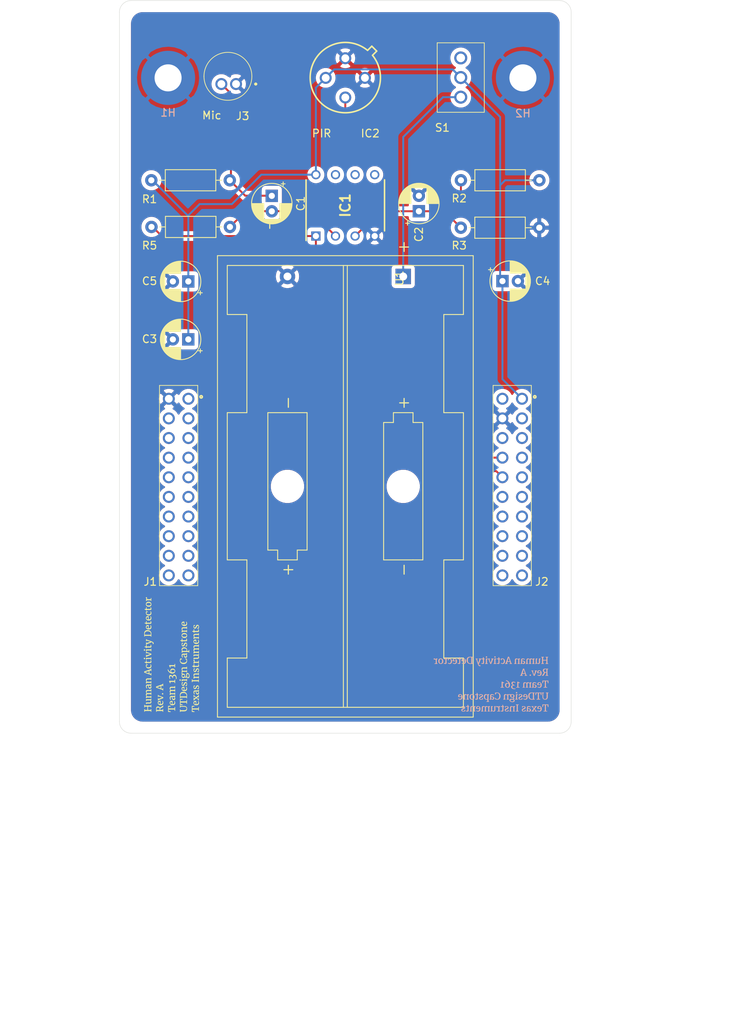
<source format=kicad_pcb>
(kicad_pcb (version 20171130) (host pcbnew "(5.1.7)-1")

  (general
    (thickness 1.4)
    (drawings 32)
    (tracks 66)
    (zones 0)
    (modules 20)
    (nets 48)
  )

  (page A4)
  (title_block
    (title "Human Activity Detector")
    (date 2022-02-25)
    (rev A)
    (company UTDesign)
  )

  (layers
    (0 F.Cu signal)
    (31 B.Cu signal)
    (32 B.Adhes user hide)
    (33 F.Adhes user hide)
    (34 B.Paste user)
    (35 F.Paste user)
    (36 B.SilkS user)
    (37 F.SilkS user)
    (38 B.Mask user)
    (39 F.Mask user)
    (40 Dwgs.User user)
    (41 Cmts.User user)
    (42 Eco1.User user hide)
    (43 Eco2.User user hide)
    (44 Edge.Cuts user)
    (45 Margin user)
    (46 B.CrtYd user)
    (47 F.CrtYd user)
    (48 B.Fab user)
    (49 F.Fab user)
  )

  (setup
    (last_trace_width 0.25)
    (trace_clearance 0.2)
    (zone_clearance 0.508)
    (zone_45_only yes)
    (trace_min 0.2)
    (via_size 0.8)
    (via_drill 0.4)
    (via_min_size 0.4)
    (via_min_drill 0.3)
    (uvia_size 0.3)
    (uvia_drill 0.1)
    (uvias_allowed no)
    (uvia_min_size 0.2)
    (uvia_min_drill 0.1)
    (edge_width 0.05)
    (segment_width 0.2)
    (pcb_text_width 0.3)
    (pcb_text_size 1.5 1.5)
    (mod_edge_width 0.12)
    (mod_text_size 1 1)
    (mod_text_width 0.15)
    (pad_size 1.524 1.524)
    (pad_drill 0.762)
    (pad_to_mask_clearance 0)
    (aux_axis_origin 111.6 117)
    (visible_elements 7FFFEFFF)
    (pcbplotparams
      (layerselection 0x010f0_ffffffff)
      (usegerberextensions true)
      (usegerberattributes true)
      (usegerberadvancedattributes true)
      (creategerberjobfile true)
      (excludeedgelayer true)
      (linewidth 0.100000)
      (plotframeref false)
      (viasonmask false)
      (mode 1)
      (useauxorigin false)
      (hpglpennumber 1)
      (hpglpenspeed 20)
      (hpglpendiameter 15.000000)
      (psnegative false)
      (psa4output false)
      (plotreference true)
      (plotvalue true)
      (plotinvisibletext false)
      (padsonsilk false)
      (subtractmaskfromsilk true)
      (outputformat 1)
      (mirror false)
      (drillshape 0)
      (scaleselection 1)
      (outputdirectory "out/"))
  )

  (net 0 "")
  (net 1 VDD)
  (net 2 "Net-(IC1-Pad7)")
  (net 3 "Net-(IC1-Pad6)")
  (net 4 "Net-(IC1-Pad5)")
  (net 5 GND)
  (net 6 "Net-(C2-Pad1)")
  (net 7 "Net-(C1-Pad1)")
  (net 8 AUD)
  (net 9 "Net-(J1-Pad20)")
  (net 10 "Net-(J1-Pad19)")
  (net 11 "Net-(J1-Pad18)")
  (net 12 "Net-(J1-Pad17)")
  (net 13 "Net-(J1-Pad16)")
  (net 14 "Net-(J1-Pad15)")
  (net 15 "Net-(J1-Pad14)")
  (net 16 "Net-(J1-Pad13)")
  (net 17 "Net-(J1-Pad12)")
  (net 18 "Net-(J1-Pad11)")
  (net 19 "Net-(J1-Pad9)")
  (net 20 PIR)
  (net 21 "Net-(J1-Pad7)")
  (net 22 "Net-(J1-Pad6)")
  (net 23 "Net-(J1-Pad5)")
  (net 24 "Net-(J1-Pad3)")
  (net 25 "Net-(J1-Pad2)")
  (net 26 "Net-(J2-Pad20)")
  (net 27 "Net-(J2-Pad19)")
  (net 28 "Net-(J2-Pad18)")
  (net 29 "Net-(J2-Pad17)")
  (net 30 "Net-(J2-Pad16)")
  (net 31 "Net-(J2-Pad15)")
  (net 32 "Net-(J2-Pad14)")
  (net 33 "Net-(J2-Pad13)")
  (net 34 "Net-(J2-Pad12)")
  (net 35 "Net-(J2-Pad11)")
  (net 36 "Net-(J2-Pad10)")
  (net 37 "Net-(J2-Pad9)")
  (net 38 "Net-(J2-Pad8)")
  (net 39 "Net-(J2-Pad7)")
  (net 40 "Net-(J2-Pad6)")
  (net 41 "Net-(J2-Pad5)")
  (net 42 "Net-(J2-Pad4)")
  (net 43 "Net-(J2-Pad3)")
  (net 44 "Net-(J2-Pad1)")
  (net 45 "Net-(C1-Pad2)")
  (net 46 "Net-(S1-Pad3)")
  (net 47 "Net-(S1-Pad1)")

  (net_class Default "This is the default net class."
    (clearance 0.2)
    (trace_width 0.25)
    (via_dia 0.8)
    (via_drill 0.4)
    (uvia_dia 0.3)
    (uvia_drill 0.1)
    (add_net AUD)
    (add_net GND)
    (add_net "Net-(C1-Pad1)")
    (add_net "Net-(C1-Pad2)")
    (add_net "Net-(C2-Pad1)")
    (add_net "Net-(IC1-Pad5)")
    (add_net "Net-(IC1-Pad6)")
    (add_net "Net-(IC1-Pad7)")
    (add_net "Net-(J1-Pad11)")
    (add_net "Net-(J1-Pad12)")
    (add_net "Net-(J1-Pad13)")
    (add_net "Net-(J1-Pad14)")
    (add_net "Net-(J1-Pad15)")
    (add_net "Net-(J1-Pad16)")
    (add_net "Net-(J1-Pad17)")
    (add_net "Net-(J1-Pad18)")
    (add_net "Net-(J1-Pad19)")
    (add_net "Net-(J1-Pad2)")
    (add_net "Net-(J1-Pad20)")
    (add_net "Net-(J1-Pad3)")
    (add_net "Net-(J1-Pad5)")
    (add_net "Net-(J1-Pad6)")
    (add_net "Net-(J1-Pad7)")
    (add_net "Net-(J1-Pad9)")
    (add_net "Net-(J2-Pad1)")
    (add_net "Net-(J2-Pad10)")
    (add_net "Net-(J2-Pad11)")
    (add_net "Net-(J2-Pad12)")
    (add_net "Net-(J2-Pad13)")
    (add_net "Net-(J2-Pad14)")
    (add_net "Net-(J2-Pad15)")
    (add_net "Net-(J2-Pad16)")
    (add_net "Net-(J2-Pad17)")
    (add_net "Net-(J2-Pad18)")
    (add_net "Net-(J2-Pad19)")
    (add_net "Net-(J2-Pad20)")
    (add_net "Net-(J2-Pad3)")
    (add_net "Net-(J2-Pad4)")
    (add_net "Net-(J2-Pad5)")
    (add_net "Net-(J2-Pad6)")
    (add_net "Net-(J2-Pad7)")
    (add_net "Net-(J2-Pad8)")
    (add_net "Net-(J2-Pad9)")
    (add_net "Net-(S1-Pad1)")
    (add_net "Net-(S1-Pad3)")
    (add_net PIR)
    (add_net VDD)
  )

  (module WiSUN-PCB:SSQ-110-XX-YYY-D (layer F.Cu) (tedit 621947E6) (tstamp 6219C624)
    (at 163.725 73.725 90)
    (descr SSQ-110-XX-YYY-D)
    (tags Connector)
    (path /620D80CE)
    (fp_text reference J1 (at 0.2 0.01 90) (layer F.SilkS) hide
      (effects (font (size 1.27 1.27) (thickness 0.254)))
    )
    (fp_text value SSQ-110-23-F-D (at -7.9 -6.01 90) (layer F.SilkS) hide
      (effects (font (size 1.27 1.27) (thickness 0.254)))
    )
    (fp_text user %R (at 0.2 0.01 90) (layer F.Fab)
      (effects (font (size 1.27 1.27) (thickness 0.254)))
    )
    (fp_line (start -24.185 -3.735) (end 1.725 -3.735) (layer F.Fab) (width 0.2))
    (fp_line (start 1.725 -3.735) (end 1.725 1.215) (layer F.Fab) (width 0.2))
    (fp_line (start 1.725 1.215) (end -24.185 1.215) (layer F.Fab) (width 0.2))
    (fp_line (start -24.185 1.215) (end -24.185 -3.735) (layer F.Fab) (width 0.2))
    (fp_line (start -24.185 -3.735) (end 1.725 -3.735) (layer F.SilkS) (width 0.1))
    (fp_line (start 1.725 -3.735) (end 1.725 1.215) (layer F.SilkS) (width 0.1))
    (fp_line (start 1.725 1.215) (end -24.185 1.215) (layer F.SilkS) (width 0.1))
    (fp_line (start -24.185 1.215) (end -24.185 -3.735) (layer F.SilkS) (width 0.1))
    (fp_line (start -25.385 -4.935) (end 2.925 -4.935) (layer F.CrtYd) (width 0.05))
    (fp_line (start 2.925 -4.935) (end 2.925 2.76) (layer F.CrtYd) (width 0.05))
    (fp_line (start 2.925 2.76) (end -25.385 2.76) (layer F.CrtYd) (width 0.05))
    (fp_line (start -25.385 2.76) (end -25.385 -4.935) (layer F.CrtYd) (width 0.05))
    (fp_circle (center 0.25 1.66) (end 0.25 1.71) (layer F.SilkS) (width 0.2))
    (pad 20 thru_hole circle (at -22.86 -2.53 90) (size 1.55 1.55) (drill 1.02) (layers *.Cu *.Mask)
      (net 9 "Net-(J1-Pad20)"))
    (pad 19 thru_hole circle (at -22.86 0.01 90) (size 1.55 1.55) (drill 1.02) (layers *.Cu *.Mask)
      (net 10 "Net-(J1-Pad19)"))
    (pad 18 thru_hole circle (at -20.32 -2.53 90) (size 1.55 1.55) (drill 1.02) (layers *.Cu *.Mask)
      (net 11 "Net-(J1-Pad18)"))
    (pad 17 thru_hole circle (at -20.32 0.01 90) (size 1.55 1.55) (drill 1.02) (layers *.Cu *.Mask)
      (net 12 "Net-(J1-Pad17)"))
    (pad 16 thru_hole circle (at -17.78 -2.53 90) (size 1.55 1.55) (drill 1.02) (layers *.Cu *.Mask)
      (net 13 "Net-(J1-Pad16)"))
    (pad 15 thru_hole circle (at -17.78 0.01 90) (size 1.55 1.55) (drill 1.02) (layers *.Cu *.Mask)
      (net 14 "Net-(J1-Pad15)"))
    (pad 14 thru_hole circle (at -15.24 -2.53 90) (size 1.55 1.55) (drill 1.02) (layers *.Cu *.Mask)
      (net 15 "Net-(J1-Pad14)"))
    (pad 13 thru_hole circle (at -15.24 0.01 90) (size 1.55 1.55) (drill 1.02) (layers *.Cu *.Mask)
      (net 16 "Net-(J1-Pad13)"))
    (pad 12 thru_hole circle (at -12.7 -2.53 90) (size 1.55 1.55) (drill 1.02) (layers *.Cu *.Mask)
      (net 17 "Net-(J1-Pad12)"))
    (pad 11 thru_hole circle (at -12.7 0.01 90) (size 1.55 1.55) (drill 1.02) (layers *.Cu *.Mask)
      (net 18 "Net-(J1-Pad11)"))
    (pad 10 thru_hole circle (at -10.16 -2.53 90) (size 1.55 1.55) (drill 1.02) (layers *.Cu *.Mask)
      (net 8 AUD))
    (pad 9 thru_hole circle (at -10.16 0.01 90) (size 1.55 1.55) (drill 1.02) (layers *.Cu *.Mask)
      (net 19 "Net-(J1-Pad9)"))
    (pad 8 thru_hole circle (at -7.62 -2.53 90) (size 1.55 1.55) (drill 1.02) (layers *.Cu *.Mask)
      (net 20 PIR))
    (pad 7 thru_hole circle (at -7.62 0.01 90) (size 1.55 1.55) (drill 1.02) (layers *.Cu *.Mask)
      (net 21 "Net-(J1-Pad7)"))
    (pad 6 thru_hole circle (at -5.08 -2.53 90) (size 1.55 1.55) (drill 1.02) (layers *.Cu *.Mask)
      (net 22 "Net-(J1-Pad6)"))
    (pad 5 thru_hole circle (at -5.08 0.01 90) (size 1.55 1.55) (drill 1.02) (layers *.Cu *.Mask)
      (net 23 "Net-(J1-Pad5)"))
    (pad 4 thru_hole circle (at -2.54 -2.53 90) (size 1.55 1.55) (drill 1.02) (layers *.Cu *.Mask)
      (net 5 GND))
    (pad 3 thru_hole circle (at -2.54 0.01 90) (size 1.55 1.55) (drill 1.02) (layers *.Cu *.Mask)
      (net 24 "Net-(J1-Pad3)"))
    (pad 2 thru_hole circle (at 0 -2.53 90) (size 1.55 1.55) (drill 1.02) (layers *.Cu *.Mask)
      (net 25 "Net-(J1-Pad2)"))
    (pad 1 thru_hole circle (at 0 0.01) (size 1.55 1.55) (drill 1.02) (layers *.Cu *.Mask)
      (net 1 VDD))
    (model ${KIPRJMOD}/packages3d/HeaderConnector.step
      (offset (xyz -24.4 -3.7 8.5))
      (scale (xyz 1 1 1))
      (rotate (xyz 90 0 0))
    )
  )

  (module WiSUN-PCB:SSQ-110-XX-YYY-D (layer F.Cu) (tedit 621947E6) (tstamp 6219C568)
    (at 120.525 73.725 90)
    (descr SSQ-110-XX-YYY-D)
    (tags Connector)
    (path /620D9A3F)
    (fp_text reference J2 (at 0 0 90) (layer F.SilkS) hide
      (effects (font (size 1.27 1.27) (thickness 0.254)))
    )
    (fp_text value SSQ-110-23-F-D (at 24.865 -2.505 90) (layer F.SilkS) hide
      (effects (font (size 1.27 1.27) (thickness 0.254)))
    )
    (fp_text user %R (at 0 0 90) (layer F.Fab)
      (effects (font (size 1.27 1.27) (thickness 0.254)))
    )
    (fp_line (start -24.185 -3.735) (end 1.725 -3.735) (layer F.Fab) (width 0.2))
    (fp_line (start 1.725 -3.735) (end 1.725 1.215) (layer F.Fab) (width 0.2))
    (fp_line (start 1.725 1.215) (end -24.185 1.215) (layer F.Fab) (width 0.2))
    (fp_line (start -24.185 1.215) (end -24.185 -3.735) (layer F.Fab) (width 0.2))
    (fp_line (start -24.185 -3.735) (end 1.725 -3.735) (layer F.SilkS) (width 0.1))
    (fp_line (start 1.725 -3.735) (end 1.725 1.215) (layer F.SilkS) (width 0.1))
    (fp_line (start 1.725 1.215) (end -24.185 1.215) (layer F.SilkS) (width 0.1))
    (fp_line (start -24.185 1.215) (end -24.185 -3.735) (layer F.SilkS) (width 0.1))
    (fp_line (start -25.385 -4.935) (end 2.925 -4.935) (layer F.CrtYd) (width 0.05))
    (fp_line (start 2.925 -4.935) (end 2.925 2.76) (layer F.CrtYd) (width 0.05))
    (fp_line (start 2.925 2.76) (end -25.385 2.76) (layer F.CrtYd) (width 0.05))
    (fp_line (start -25.385 2.76) (end -25.385 -4.935) (layer F.CrtYd) (width 0.05))
    (fp_circle (center 0.25 1.66) (end 0.25 1.71) (layer F.SilkS) (width 0.2))
    (pad 20 thru_hole circle (at -22.86 -2.53 90) (size 1.55 1.55) (drill 1.02) (layers *.Cu *.Mask)
      (net 26 "Net-(J2-Pad20)"))
    (pad 19 thru_hole circle (at -22.86 0.01 90) (size 1.55 1.55) (drill 1.02) (layers *.Cu *.Mask)
      (net 27 "Net-(J2-Pad19)"))
    (pad 18 thru_hole circle (at -20.32 -2.53 90) (size 1.55 1.55) (drill 1.02) (layers *.Cu *.Mask)
      (net 28 "Net-(J2-Pad18)"))
    (pad 17 thru_hole circle (at -20.32 0.01 90) (size 1.55 1.55) (drill 1.02) (layers *.Cu *.Mask)
      (net 29 "Net-(J2-Pad17)"))
    (pad 16 thru_hole circle (at -17.78 -2.53 90) (size 1.55 1.55) (drill 1.02) (layers *.Cu *.Mask)
      (net 30 "Net-(J2-Pad16)"))
    (pad 15 thru_hole circle (at -17.78 0.01 90) (size 1.55 1.55) (drill 1.02) (layers *.Cu *.Mask)
      (net 31 "Net-(J2-Pad15)"))
    (pad 14 thru_hole circle (at -15.24 -2.53 90) (size 1.55 1.55) (drill 1.02) (layers *.Cu *.Mask)
      (net 32 "Net-(J2-Pad14)"))
    (pad 13 thru_hole circle (at -15.24 0.01 90) (size 1.55 1.55) (drill 1.02) (layers *.Cu *.Mask)
      (net 33 "Net-(J2-Pad13)"))
    (pad 12 thru_hole circle (at -12.7 -2.53 90) (size 1.55 1.55) (drill 1.02) (layers *.Cu *.Mask)
      (net 34 "Net-(J2-Pad12)"))
    (pad 11 thru_hole circle (at -12.7 0.01 90) (size 1.55 1.55) (drill 1.02) (layers *.Cu *.Mask)
      (net 35 "Net-(J2-Pad11)"))
    (pad 10 thru_hole circle (at -10.16 -2.53 90) (size 1.55 1.55) (drill 1.02) (layers *.Cu *.Mask)
      (net 36 "Net-(J2-Pad10)"))
    (pad 9 thru_hole circle (at -10.16 0.01 90) (size 1.55 1.55) (drill 1.02) (layers *.Cu *.Mask)
      (net 37 "Net-(J2-Pad9)"))
    (pad 8 thru_hole circle (at -7.62 -2.53 90) (size 1.55 1.55) (drill 1.02) (layers *.Cu *.Mask)
      (net 38 "Net-(J2-Pad8)"))
    (pad 7 thru_hole circle (at -7.62 0.01 90) (size 1.55 1.55) (drill 1.02) (layers *.Cu *.Mask)
      (net 39 "Net-(J2-Pad7)"))
    (pad 6 thru_hole circle (at -5.08 -2.53 90) (size 1.55 1.55) (drill 1.02) (layers *.Cu *.Mask)
      (net 40 "Net-(J2-Pad6)"))
    (pad 5 thru_hole circle (at -5.08 0.01 90) (size 1.55 1.55) (drill 1.02) (layers *.Cu *.Mask)
      (net 41 "Net-(J2-Pad5)"))
    (pad 4 thru_hole circle (at -2.54 -2.53 90) (size 1.55 1.55) (drill 1.02) (layers *.Cu *.Mask)
      (net 42 "Net-(J2-Pad4)"))
    (pad 3 thru_hole circle (at -2.54 0.01 90) (size 1.55 1.55) (drill 1.02) (layers *.Cu *.Mask)
      (net 43 "Net-(J2-Pad3)"))
    (pad 2 thru_hole circle (at 0 -2.53 90) (size 1.55 1.55) (drill 1.02) (layers *.Cu *.Mask)
      (net 5 GND))
    (pad 1 thru_hole circle (at 0 0.01) (size 1.55 1.55) (drill 1.02) (layers *.Cu *.Mask)
      (net 44 "Net-(J2-Pad1)"))
    (model ${KIPRJMOD}/packages3d/HeaderConnector.step
      (offset (xyz -24.4 -3.7 8.5))
      (scale (xyz 1 1 1))
      (rotate (xyz 90 0 0))
    )
  )

  (module Capacitor_THT:CP_Radial_D5.0mm_P2.00mm (layer F.Cu) (tedit 5AE50EF0) (tstamp 6219CC71)
    (at 131.33 47.47 270)
    (descr "CP, Radial series, Radial, pin pitch=2.00mm, , diameter=5mm, Electrolytic Capacitor")
    (tags "CP Radial series Radial pin pitch 2.00mm  diameter 5mm Electrolytic Capacitor")
    (path /621CC8BE)
    (fp_text reference C1 (at 1 -3.75 90) (layer F.SilkS)
      (effects (font (size 1 1) (thickness 0.15)))
    )
    (fp_text value 39u (at 1 3.75 90) (layer F.Fab)
      (effects (font (size 1 1) (thickness 0.15)))
    )
    (fp_line (start -1.554775 -1.725) (end -1.554775 -1.225) (layer F.SilkS) (width 0.12))
    (fp_line (start -1.804775 -1.475) (end -1.304775 -1.475) (layer F.SilkS) (width 0.12))
    (fp_line (start 3.601 -0.284) (end 3.601 0.284) (layer F.SilkS) (width 0.12))
    (fp_line (start 3.561 -0.518) (end 3.561 0.518) (layer F.SilkS) (width 0.12))
    (fp_line (start 3.521 -0.677) (end 3.521 0.677) (layer F.SilkS) (width 0.12))
    (fp_line (start 3.481 -0.805) (end 3.481 0.805) (layer F.SilkS) (width 0.12))
    (fp_line (start 3.441 -0.915) (end 3.441 0.915) (layer F.SilkS) (width 0.12))
    (fp_line (start 3.401 -1.011) (end 3.401 1.011) (layer F.SilkS) (width 0.12))
    (fp_line (start 3.361 -1.098) (end 3.361 1.098) (layer F.SilkS) (width 0.12))
    (fp_line (start 3.321 -1.178) (end 3.321 1.178) (layer F.SilkS) (width 0.12))
    (fp_line (start 3.281 -1.251) (end 3.281 1.251) (layer F.SilkS) (width 0.12))
    (fp_line (start 3.241 -1.319) (end 3.241 1.319) (layer F.SilkS) (width 0.12))
    (fp_line (start 3.201 -1.383) (end 3.201 1.383) (layer F.SilkS) (width 0.12))
    (fp_line (start 3.161 -1.443) (end 3.161 1.443) (layer F.SilkS) (width 0.12))
    (fp_line (start 3.121 -1.5) (end 3.121 1.5) (layer F.SilkS) (width 0.12))
    (fp_line (start 3.081 -1.554) (end 3.081 1.554) (layer F.SilkS) (width 0.12))
    (fp_line (start 3.041 -1.605) (end 3.041 1.605) (layer F.SilkS) (width 0.12))
    (fp_line (start 3.001 1.04) (end 3.001 1.653) (layer F.SilkS) (width 0.12))
    (fp_line (start 3.001 -1.653) (end 3.001 -1.04) (layer F.SilkS) (width 0.12))
    (fp_line (start 2.961 1.04) (end 2.961 1.699) (layer F.SilkS) (width 0.12))
    (fp_line (start 2.961 -1.699) (end 2.961 -1.04) (layer F.SilkS) (width 0.12))
    (fp_line (start 2.921 1.04) (end 2.921 1.743) (layer F.SilkS) (width 0.12))
    (fp_line (start 2.921 -1.743) (end 2.921 -1.04) (layer F.SilkS) (width 0.12))
    (fp_line (start 2.881 1.04) (end 2.881 1.785) (layer F.SilkS) (width 0.12))
    (fp_line (start 2.881 -1.785) (end 2.881 -1.04) (layer F.SilkS) (width 0.12))
    (fp_line (start 2.841 1.04) (end 2.841 1.826) (layer F.SilkS) (width 0.12))
    (fp_line (start 2.841 -1.826) (end 2.841 -1.04) (layer F.SilkS) (width 0.12))
    (fp_line (start 2.801 1.04) (end 2.801 1.864) (layer F.SilkS) (width 0.12))
    (fp_line (start 2.801 -1.864) (end 2.801 -1.04) (layer F.SilkS) (width 0.12))
    (fp_line (start 2.761 1.04) (end 2.761 1.901) (layer F.SilkS) (width 0.12))
    (fp_line (start 2.761 -1.901) (end 2.761 -1.04) (layer F.SilkS) (width 0.12))
    (fp_line (start 2.721 1.04) (end 2.721 1.937) (layer F.SilkS) (width 0.12))
    (fp_line (start 2.721 -1.937) (end 2.721 -1.04) (layer F.SilkS) (width 0.12))
    (fp_line (start 2.681 1.04) (end 2.681 1.971) (layer F.SilkS) (width 0.12))
    (fp_line (start 2.681 -1.971) (end 2.681 -1.04) (layer F.SilkS) (width 0.12))
    (fp_line (start 2.641 1.04) (end 2.641 2.004) (layer F.SilkS) (width 0.12))
    (fp_line (start 2.641 -2.004) (end 2.641 -1.04) (layer F.SilkS) (width 0.12))
    (fp_line (start 2.601 1.04) (end 2.601 2.035) (layer F.SilkS) (width 0.12))
    (fp_line (start 2.601 -2.035) (end 2.601 -1.04) (layer F.SilkS) (width 0.12))
    (fp_line (start 2.561 1.04) (end 2.561 2.065) (layer F.SilkS) (width 0.12))
    (fp_line (start 2.561 -2.065) (end 2.561 -1.04) (layer F.SilkS) (width 0.12))
    (fp_line (start 2.521 1.04) (end 2.521 2.095) (layer F.SilkS) (width 0.12))
    (fp_line (start 2.521 -2.095) (end 2.521 -1.04) (layer F.SilkS) (width 0.12))
    (fp_line (start 2.481 1.04) (end 2.481 2.122) (layer F.SilkS) (width 0.12))
    (fp_line (start 2.481 -2.122) (end 2.481 -1.04) (layer F.SilkS) (width 0.12))
    (fp_line (start 2.441 1.04) (end 2.441 2.149) (layer F.SilkS) (width 0.12))
    (fp_line (start 2.441 -2.149) (end 2.441 -1.04) (layer F.SilkS) (width 0.12))
    (fp_line (start 2.401 1.04) (end 2.401 2.175) (layer F.SilkS) (width 0.12))
    (fp_line (start 2.401 -2.175) (end 2.401 -1.04) (layer F.SilkS) (width 0.12))
    (fp_line (start 2.361 1.04) (end 2.361 2.2) (layer F.SilkS) (width 0.12))
    (fp_line (start 2.361 -2.2) (end 2.361 -1.04) (layer F.SilkS) (width 0.12))
    (fp_line (start 2.321 1.04) (end 2.321 2.224) (layer F.SilkS) (width 0.12))
    (fp_line (start 2.321 -2.224) (end 2.321 -1.04) (layer F.SilkS) (width 0.12))
    (fp_line (start 2.281 1.04) (end 2.281 2.247) (layer F.SilkS) (width 0.12))
    (fp_line (start 2.281 -2.247) (end 2.281 -1.04) (layer F.SilkS) (width 0.12))
    (fp_line (start 2.241 1.04) (end 2.241 2.268) (layer F.SilkS) (width 0.12))
    (fp_line (start 2.241 -2.268) (end 2.241 -1.04) (layer F.SilkS) (width 0.12))
    (fp_line (start 2.201 1.04) (end 2.201 2.29) (layer F.SilkS) (width 0.12))
    (fp_line (start 2.201 -2.29) (end 2.201 -1.04) (layer F.SilkS) (width 0.12))
    (fp_line (start 2.161 1.04) (end 2.161 2.31) (layer F.SilkS) (width 0.12))
    (fp_line (start 2.161 -2.31) (end 2.161 -1.04) (layer F.SilkS) (width 0.12))
    (fp_line (start 2.121 1.04) (end 2.121 2.329) (layer F.SilkS) (width 0.12))
    (fp_line (start 2.121 -2.329) (end 2.121 -1.04) (layer F.SilkS) (width 0.12))
    (fp_line (start 2.081 1.04) (end 2.081 2.348) (layer F.SilkS) (width 0.12))
    (fp_line (start 2.081 -2.348) (end 2.081 -1.04) (layer F.SilkS) (width 0.12))
    (fp_line (start 2.041 1.04) (end 2.041 2.365) (layer F.SilkS) (width 0.12))
    (fp_line (start 2.041 -2.365) (end 2.041 -1.04) (layer F.SilkS) (width 0.12))
    (fp_line (start 2.001 1.04) (end 2.001 2.382) (layer F.SilkS) (width 0.12))
    (fp_line (start 2.001 -2.382) (end 2.001 -1.04) (layer F.SilkS) (width 0.12))
    (fp_line (start 1.961 1.04) (end 1.961 2.398) (layer F.SilkS) (width 0.12))
    (fp_line (start 1.961 -2.398) (end 1.961 -1.04) (layer F.SilkS) (width 0.12))
    (fp_line (start 1.921 1.04) (end 1.921 2.414) (layer F.SilkS) (width 0.12))
    (fp_line (start 1.921 -2.414) (end 1.921 -1.04) (layer F.SilkS) (width 0.12))
    (fp_line (start 1.881 1.04) (end 1.881 2.428) (layer F.SilkS) (width 0.12))
    (fp_line (start 1.881 -2.428) (end 1.881 -1.04) (layer F.SilkS) (width 0.12))
    (fp_line (start 1.841 1.04) (end 1.841 2.442) (layer F.SilkS) (width 0.12))
    (fp_line (start 1.841 -2.442) (end 1.841 -1.04) (layer F.SilkS) (width 0.12))
    (fp_line (start 1.801 1.04) (end 1.801 2.455) (layer F.SilkS) (width 0.12))
    (fp_line (start 1.801 -2.455) (end 1.801 -1.04) (layer F.SilkS) (width 0.12))
    (fp_line (start 1.761 1.04) (end 1.761 2.468) (layer F.SilkS) (width 0.12))
    (fp_line (start 1.761 -2.468) (end 1.761 -1.04) (layer F.SilkS) (width 0.12))
    (fp_line (start 1.721 1.04) (end 1.721 2.48) (layer F.SilkS) (width 0.12))
    (fp_line (start 1.721 -2.48) (end 1.721 -1.04) (layer F.SilkS) (width 0.12))
    (fp_line (start 1.68 1.04) (end 1.68 2.491) (layer F.SilkS) (width 0.12))
    (fp_line (start 1.68 -2.491) (end 1.68 -1.04) (layer F.SilkS) (width 0.12))
    (fp_line (start 1.64 1.04) (end 1.64 2.501) (layer F.SilkS) (width 0.12))
    (fp_line (start 1.64 -2.501) (end 1.64 -1.04) (layer F.SilkS) (width 0.12))
    (fp_line (start 1.6 1.04) (end 1.6 2.511) (layer F.SilkS) (width 0.12))
    (fp_line (start 1.6 -2.511) (end 1.6 -1.04) (layer F.SilkS) (width 0.12))
    (fp_line (start 1.56 1.04) (end 1.56 2.52) (layer F.SilkS) (width 0.12))
    (fp_line (start 1.56 -2.52) (end 1.56 -1.04) (layer F.SilkS) (width 0.12))
    (fp_line (start 1.52 1.04) (end 1.52 2.528) (layer F.SilkS) (width 0.12))
    (fp_line (start 1.52 -2.528) (end 1.52 -1.04) (layer F.SilkS) (width 0.12))
    (fp_line (start 1.48 1.04) (end 1.48 2.536) (layer F.SilkS) (width 0.12))
    (fp_line (start 1.48 -2.536) (end 1.48 -1.04) (layer F.SilkS) (width 0.12))
    (fp_line (start 1.44 1.04) (end 1.44 2.543) (layer F.SilkS) (width 0.12))
    (fp_line (start 1.44 -2.543) (end 1.44 -1.04) (layer F.SilkS) (width 0.12))
    (fp_line (start 1.4 1.04) (end 1.4 2.55) (layer F.SilkS) (width 0.12))
    (fp_line (start 1.4 -2.55) (end 1.4 -1.04) (layer F.SilkS) (width 0.12))
    (fp_line (start 1.36 1.04) (end 1.36 2.556) (layer F.SilkS) (width 0.12))
    (fp_line (start 1.36 -2.556) (end 1.36 -1.04) (layer F.SilkS) (width 0.12))
    (fp_line (start 1.32 1.04) (end 1.32 2.561) (layer F.SilkS) (width 0.12))
    (fp_line (start 1.32 -2.561) (end 1.32 -1.04) (layer F.SilkS) (width 0.12))
    (fp_line (start 1.28 1.04) (end 1.28 2.565) (layer F.SilkS) (width 0.12))
    (fp_line (start 1.28 -2.565) (end 1.28 -1.04) (layer F.SilkS) (width 0.12))
    (fp_line (start 1.24 1.04) (end 1.24 2.569) (layer F.SilkS) (width 0.12))
    (fp_line (start 1.24 -2.569) (end 1.24 -1.04) (layer F.SilkS) (width 0.12))
    (fp_line (start 1.2 1.04) (end 1.2 2.573) (layer F.SilkS) (width 0.12))
    (fp_line (start 1.2 -2.573) (end 1.2 -1.04) (layer F.SilkS) (width 0.12))
    (fp_line (start 1.16 1.04) (end 1.16 2.576) (layer F.SilkS) (width 0.12))
    (fp_line (start 1.16 -2.576) (end 1.16 -1.04) (layer F.SilkS) (width 0.12))
    (fp_line (start 1.12 1.04) (end 1.12 2.578) (layer F.SilkS) (width 0.12))
    (fp_line (start 1.12 -2.578) (end 1.12 -1.04) (layer F.SilkS) (width 0.12))
    (fp_line (start 1.08 1.04) (end 1.08 2.579) (layer F.SilkS) (width 0.12))
    (fp_line (start 1.08 -2.579) (end 1.08 -1.04) (layer F.SilkS) (width 0.12))
    (fp_line (start 1.04 -2.58) (end 1.04 -1.04) (layer F.SilkS) (width 0.12))
    (fp_line (start 1.04 1.04) (end 1.04 2.58) (layer F.SilkS) (width 0.12))
    (fp_line (start 1 -2.58) (end 1 -1.04) (layer F.SilkS) (width 0.12))
    (fp_line (start 1 1.04) (end 1 2.58) (layer F.SilkS) (width 0.12))
    (fp_line (start -0.883605 -1.3375) (end -0.883605 -0.8375) (layer F.Fab) (width 0.1))
    (fp_line (start -1.133605 -1.0875) (end -0.633605 -1.0875) (layer F.Fab) (width 0.1))
    (fp_circle (center 1 0) (end 3.75 0) (layer F.CrtYd) (width 0.05))
    (fp_circle (center 1 0) (end 3.62 0) (layer F.SilkS) (width 0.12))
    (fp_circle (center 1 0) (end 3.5 0) (layer F.Fab) (width 0.1))
    (fp_text user %R (at 1 0 90) (layer F.Fab)
      (effects (font (size 1 1) (thickness 0.15)))
    )
    (pad 2 thru_hole circle (at 2 0 270) (size 1.6 1.6) (drill 0.8) (layers *.Cu *.Mask)
      (net 45 "Net-(C1-Pad2)"))
    (pad 1 thru_hole rect (at 0 0 270) (size 1.6 1.6) (drill 0.8) (layers *.Cu *.Mask)
      (net 7 "Net-(C1-Pad1)"))
    (model ${KISYS3DMOD}/Capacitor_THT.3dshapes/CP_Radial_D5.0mm_P2.00mm.wrl
      (at (xyz 0 0 0))
      (scale (xyz 1 1 1))
      (rotate (xyz 0 0 0))
    )
  )

  (module WiSUN-PCB:BS412-PIR locked (layer F.Cu) (tedit 62190D94) (tstamp 62189E72)
    (at 140.85 32.2 270)
    (path /620275D9)
    (fp_text reference IC2 (at 7.19 -3.23) (layer F.SilkS)
      (effects (font (size 1 1) (thickness 0.15)))
    )
    (fp_text value BS412 (at -3.81 -5.08 270) (layer F.Fab)
      (effects (font (size 1 1) (thickness 0.15)))
    )
    (fp_circle (center 0 0) (end 4.55 0) (layer F.Fab) (width 0.12))
    (fp_circle (center 0 0) (end 4.1 0) (layer F.Fab) (width 0.12))
    (fp_line (start -4.1 -3.43) (end -3.553897 -2.883897) (layer F.SilkS) (width 0.2))
    (fp_line (start -3.463604 -4.066396) (end -4.1 -3.43) (layer F.SilkS) (width 0.2))
    (fp_line (start -2.917501 -3.520293) (end -3.463604 -4.066396) (layer F.SilkS) (width 0.2))
    (fp_arc (start -0.034137 -0.000533) (end -3.553897 -2.883897) (angle -348.6482112) (layer F.SilkS) (width 0.2))
    (pad 1 thru_hole circle (at 0 -2.54 270) (size 1.545 1.545) (drill 1.02) (layers *.Cu *.Mask)
      (net 5 GND))
    (pad 2 thru_hole circle (at -2.54 0) (size 1.545 1.545) (drill 1.02) (layers *.Cu *.Mask)
      (net 5 GND))
    (pad 3 thru_hole circle (at 0 2.54 270) (size 1.545 1.545) (drill 1.02) (layers *.Cu *.Mask)
      (net 1 VDD))
    (pad 4 thru_hole circle (at 2.54 0 270) (size 1.545 1.545) (drill 1.02) (layers *.Cu *.Mask)
      (net 20 PIR))
    (model ${KIPRJMOD}/packages3d/PIR.step
      (at (xyz 0 0 0))
      (scale (xyz 1 1 1))
      (rotate (xyz -90 0 0))
    )
  )

  (module WiSUN-PCB:CMEJ062742P (layer F.Cu) (tedit 6218FA9A) (tstamp 6218AD80)
    (at 126.75 32 180)
    (descr CMEJ-0627-42-P-2)
    (tags Connector)
    (path /620DC5C0)
    (fp_text reference J3 (at -0.81 -5.15) (layer F.SilkS)
      (effects (font (size 1 1) (thickness 0.15)))
    )
    (fp_text value CMEJ-0627-42-P (at 0.3 5 180) (layer F.SilkS) hide
      (effects (font (size 1.27 1.27) (thickness 0.254)))
    )
    (fp_line (start -2.4 -1) (end -2.4 -1) (layer F.SilkS) (width 0.2))
    (fp_line (start -2.6 -1) (end -2.6 -1) (layer F.SilkS) (width 0.2))
    (fp_line (start 4.2 0) (end 4.2 0) (layer F.SilkS) (width 0.1))
    (fp_line (start -2 0) (end -2 0) (layer F.SilkS) (width 0.1))
    (fp_line (start 4.2 0) (end 4.2 0) (layer F.Fab) (width 0.2))
    (fp_line (start -2 0) (end -2 0) (layer F.Fab) (width 0.2))
    (fp_line (start -3.6 4.1) (end -3.6 -4.1) (layer F.CrtYd) (width 0.1))
    (fp_line (start 5.2 4.1) (end -3.6 4.1) (layer F.CrtYd) (width 0.1))
    (fp_line (start 5.2 -4.1) (end 5.2 4.1) (layer F.CrtYd) (width 0.1))
    (fp_line (start -3.6 -4.1) (end 5.2 -4.1) (layer F.CrtYd) (width 0.1))
    (fp_arc (start -2.5 -1) (end -2.4 -1) (angle -180) (layer F.SilkS) (width 0.2))
    (fp_arc (start -2.5 -1) (end -2.6 -1) (angle -180) (layer F.SilkS) (width 0.2))
    (fp_arc (start 1.1 0) (end 4.2 0) (angle -180) (layer F.SilkS) (width 0.1))
    (fp_arc (start 1.1 0) (end -2 0) (angle -180) (layer F.SilkS) (width 0.1))
    (fp_arc (start 1.1 0) (end 4.2 0) (angle -180) (layer F.Fab) (width 0.2))
    (fp_arc (start 1.1 0) (end -2 0) (angle -180) (layer F.Fab) (width 0.2))
    (fp_text user %R (at 0.8 0 180) (layer F.Fab)
      (effects (font (size 1.27 1.27) (thickness 0.254)))
    )
    (pad 1 thru_hole circle (at 1.95 -1 180) (size 1.545 1.545) (drill 1.02) (layers *.Cu *.Mask)
      (net 7 "Net-(C1-Pad1)"))
    (pad 2 thru_hole circle (at 0.05 -1 180) (size 1.545 1.545) (drill 1.02) (layers *.Cu *.Mask)
      (net 5 GND))
    (model ${KIPRJMOD}/SamacSys_PCB_Library/SamacSys_Parts.3dshapes/CMEJ-0627-42-P.stp
      (at (xyz 0 0 0))
      (scale (xyz 1 1 1))
      (rotate (xyz 0 0 0))
    )
  )

  (module WiSUN-PCB:TLV2782IP (layer F.Cu) (tedit 6218F407) (tstamp 6218A0DD)
    (at 140.85 48.7 90)
    (descr "8-DIP (0.300\", 7.62mm)")
    (tags "Integrated Circuit")
    (path /620D4DD0)
    (fp_text reference IC1 (at 0 0 270) (layer F.SilkS)
      (effects (font (size 1.27 1.27) (thickness 0.254)))
    )
    (fp_text value TLV2782IP (at 0 0 270) (layer F.SilkS) hide
      (effects (font (size 1.27 1.27) (thickness 0.254)))
    )
    (fp_line (start -3.3 5.08) (end 3.3 5.08) (layer F.SilkS) (width 0.2))
    (fp_line (start -4.535 -5.08) (end 3.3 -5.08) (layer F.SilkS) (width 0.2))
    (fp_line (start -3.3 -3.81) (end -2.03 -5.08) (layer F.Fab) (width 0.1))
    (fp_line (start -3.3 5.08) (end -3.3 -5.08) (layer F.Fab) (width 0.1))
    (fp_line (start 3.3 5.08) (end -3.3 5.08) (layer F.Fab) (width 0.1))
    (fp_line (start 3.3 -5.08) (end 3.3 5.08) (layer F.Fab) (width 0.1))
    (fp_line (start -3.3 -5.08) (end 3.3 -5.08) (layer F.Fab) (width 0.1))
    (fp_line (start -4.945 5.33) (end -4.945 -5.33) (layer F.CrtYd) (width 0.05))
    (fp_line (start 4.945 5.33) (end -4.945 5.33) (layer F.CrtYd) (width 0.05))
    (fp_line (start 4.945 -5.33) (end 4.945 5.33) (layer F.CrtYd) (width 0.05))
    (fp_line (start -4.945 -5.33) (end 4.945 -5.33) (layer F.CrtYd) (width 0.05))
    (fp_text user %R (at 0 0 270) (layer F.Fab)
      (effects (font (size 1.27 1.27) (thickness 0.254)))
    )
    (pad 1 thru_hole rect (at -3.97 -3.81 90) (size 1.2 1.2) (drill 0.8) (layers *.Cu *.Mask)
      (net 8 AUD))
    (pad 2 thru_hole circle (at -3.97 -1.27 90) (size 1.2 1.2) (drill 0.8) (layers *.Cu *.Mask)
      (net 45 "Net-(C1-Pad2)"))
    (pad 3 thru_hole circle (at -3.97 1.27 90) (size 1.2 1.2) (drill 0.8) (layers *.Cu *.Mask)
      (net 6 "Net-(C2-Pad1)"))
    (pad 4 thru_hole circle (at -3.97 3.81 90) (size 1.2 1.2) (drill 0.8) (layers *.Cu *.Mask)
      (net 5 GND))
    (pad 5 thru_hole circle (at 3.97 3.81 90) (size 1.2 1.2) (drill 0.8) (layers *.Cu *.Mask)
      (net 4 "Net-(IC1-Pad5)"))
    (pad 6 thru_hole circle (at 3.97 1.27 90) (size 1.2 1.2) (drill 0.8) (layers *.Cu *.Mask)
      (net 3 "Net-(IC1-Pad6)"))
    (pad 7 thru_hole circle (at 3.97 -1.27 90) (size 1.2 1.2) (drill 0.8) (layers *.Cu *.Mask)
      (net 2 "Net-(IC1-Pad7)"))
    (pad 8 thru_hole circle (at 3.97 -3.81 90) (size 1.2 1.2) (drill 0.8) (layers *.Cu *.Mask)
      (net 1 VDD))
    (model ${KIPRJMOD}/SamacSys_PCB_Library/SamacSys_Parts.3dshapes/TLV2782IP.stp
      (at (xyz 0 0 0))
      (scale (xyz 1 1 1))
      (rotate (xyz 0 0 0))
    )
  )

  (module MountingHole:MountingHole_3.5mm_Pad_TopOnly (layer B.Cu) (tedit 56D1B4CB) (tstamp 6218991D)
    (at 163.85 32.2)
    (descr "Mounting Hole 3.5mm")
    (tags "mounting hole 3.5mm")
    (path /6218277B)
    (attr virtual)
    (fp_text reference H2 (at 0 4.6) (layer B.SilkS)
      (effects (font (size 1 1) (thickness 0.15)) (justify mirror))
    )
    (fp_text value MountingHole_Pad (at 0 -4.5) (layer B.Fab)
      (effects (font (size 1 1) (thickness 0.15)) (justify mirror))
    )
    (fp_circle (center 0 0) (end 3.75 0) (layer B.CrtYd) (width 0.05))
    (fp_circle (center 0 0) (end 3.5 0) (layer Cmts.User) (width 0.15))
    (fp_text user %R (at 0.3 0) (layer B.Fab)
      (effects (font (size 1 1) (thickness 0.15)) (justify mirror))
    )
    (pad 1 connect circle (at 0 0) (size 7 7) (layers B.Cu B.Mask)
      (net 5 GND))
    (pad 1 thru_hole circle (at 0 0) (size 3.9 3.9) (drill 3.5) (layers *.Cu *.Mask)
      (net 5 GND))
  )

  (module MountingHole:MountingHole_3.5mm_Pad_TopOnly (layer B.Cu) (tedit 56D1B4CB) (tstamp 62189EA2)
    (at 117.9 32.2)
    (descr "Mounting Hole 3.5mm")
    (tags "mounting hole 3.5mm")
    (path /62180D31)
    (attr virtual)
    (fp_text reference H1 (at 0 4.5) (layer B.SilkS)
      (effects (font (size 1 1) (thickness 0.15)) (justify mirror))
    )
    (fp_text value MountingHole_Pad (at 0 -4.5) (layer B.Fab)
      (effects (font (size 1 1) (thickness 0.15)) (justify mirror))
    )
    (fp_circle (center 0 0) (end 3.75 0) (layer B.CrtYd) (width 0.05))
    (fp_circle (center 0 0) (end 3.5 0) (layer Cmts.User) (width 0.15))
    (fp_text user %R (at 0.3 0) (layer B.Fab)
      (effects (font (size 1 1) (thickness 0.15)) (justify mirror))
    )
    (pad 1 connect circle (at 0 0) (size 7 7) (layers B.Cu B.Mask)
      (net 5 GND))
    (pad 1 thru_hole circle (at 0 0) (size 3.9 3.9) (drill 3.5) (layers *.Cu *.Mask)
      (net 5 GND))
  )

  (module WiSUN-PCB:Nameplate-Rev-A (layer B.Cu) (tedit 0) (tstamp 62186BB8)
    (at 159.9 110.7 180)
    (fp_text reference G*** (at 0 0) (layer B.SilkS) hide
      (effects (font (size 1.524 1.524) (thickness 0.3)) (justify mirror))
    )
    (fp_text value LOGO (at 0.75 0) (layer B.SilkS) hide
      (effects (font (size 1.524 1.524) (thickness 0.3)) (justify mirror))
    )
    (fp_poly (pts (xy 0.795469 3.63912) (xy 0.816655 3.631029) (xy 0.832447 3.616912) (xy 0.843575 3.59624)
      (xy 0.847286 3.584544) (xy 0.850085 3.569742) (xy 0.849649 3.555256) (xy 0.84707 3.541333)
      (xy 0.837533 3.516037) (xy 0.821968 3.496154) (xy 0.801267 3.482216) (xy 0.776323 3.474756)
      (xy 0.748026 3.474307) (xy 0.737534 3.475897) (xy 0.714167 3.484031) (xy 0.696744 3.498146)
      (xy 0.685395 3.518063) (xy 0.680249 3.543606) (xy 0.679938 3.553883) (xy 0.683672 3.582443)
      (xy 0.694048 3.605999) (xy 0.710544 3.624031) (xy 0.732638 3.636018) (xy 0.759805 3.64144)
      (xy 0.76816 3.641711) (xy 0.795469 3.63912)) (layer B.SilkS) (width 0.01))
    (fp_poly (pts (xy -0.300645 3.638487) (xy -0.278812 3.628741) (xy -0.262866 3.613028) (xy -0.253089 3.591629)
      (xy -0.249767 3.564825) (xy -0.249767 3.564823) (xy -0.25306 3.536412) (xy -0.262685 3.512708)
      (xy -0.278264 3.494401) (xy -0.293963 3.48447) (xy -0.321792 3.475669) (xy -0.350527 3.474095)
      (xy -0.361166 3.475497) (xy -0.38386 3.483748) (xy -0.401653 3.498339) (xy -0.413643 3.518148)
      (xy -0.418927 3.542053) (xy -0.4191 3.547527) (xy -0.415878 3.57791) (xy -0.406411 3.602781)
      (xy -0.390993 3.621833) (xy -0.369922 3.634759) (xy -0.343493 3.641251) (xy -0.32808 3.641987)
      (xy -0.300645 3.638487)) (layer B.SilkS) (width 0.01))
    (fp_poly (pts (xy 7.567447 3.369245) (xy 7.578173 3.368337) (xy 7.579546 3.368054) (xy 7.590367 3.365339)
      (xy 7.590367 3.297686) (xy 7.590286 3.27483) (xy 7.590064 3.255274) (xy 7.589728 3.240435)
      (xy 7.589307 3.23173) (xy 7.589004 3.230033) (xy 7.584571 3.231279) (xy 7.574729 3.234464)
      (xy 7.567318 3.236958) (xy 7.550113 3.240509) (xy 7.527205 3.242019) (xy 7.501083 3.241598)
      (xy 7.474234 3.239355) (xy 7.449145 3.2354) (xy 7.431617 3.230954) (xy 7.407707 3.222131)
      (xy 7.382724 3.210872) (xy 7.360144 3.198835) (xy 7.348008 3.191102) (xy 7.336367 3.18289)
      (xy 7.336367 2.744289) (xy 7.383992 2.74149) (xy 7.406921 2.740062) (xy 7.430191 2.738478)
      (xy 7.45046 2.736971) (xy 7.460192 2.736165) (xy 7.488767 2.733639) (xy 7.488767 2.675466)
      (xy 7.116233 2.675466) (xy 7.116233 2.704647) (xy 7.116682 2.721592) (xy 7.119075 2.731786)
      (xy 7.124979 2.73694) (xy 7.135963 2.73876) (xy 7.147739 2.738966) (xy 7.164042 2.739603)
      (xy 7.18171 2.74118) (xy 7.185493 2.741659) (xy 7.205133 2.744351) (xy 7.205133 3.258696)
      (xy 7.163858 3.268916) (xy 7.122583 3.279135) (xy 7.121366 3.313128) (xy 7.120148 3.347121)
      (xy 7.195449 3.356461) (xy 7.220382 3.3596) (xy 7.242909 3.362521) (xy 7.261471 3.365015)
      (xy 7.274511 3.366875) (xy 7.280089 3.367801) (xy 7.29083 3.366091) (xy 7.304071 3.356944)
      (xy 7.318714 3.344088) (xy 7.313952 3.227916) (xy 7.330809 3.249083) (xy 7.363195 3.284741)
      (xy 7.398855 3.314974) (xy 7.436703 3.339143) (xy 7.475652 3.356607) (xy 7.514616 3.366727)
      (xy 7.534038 3.368848) (xy 7.551776 3.369432) (xy 7.567447 3.369245)) (layer B.SilkS) (width 0.01))
    (fp_poly (pts (xy 0.836084 3.345517) (xy 0.83717 3.044902) (xy 0.838256 2.744288) (xy 0.877387 2.741331)
      (xy 0.90054 2.739577) (xy 0.916575 2.737867) (xy 0.926794 2.73538) (xy 0.932501 2.731295)
      (xy 0.934998 2.724789) (xy 0.93559 2.71504) (xy 0.935567 2.704641) (xy 0.935567 2.675466)
      (xy 0.6096 2.675466) (xy 0.6096 2.704815) (xy 0.609675 2.719103) (xy 0.610894 2.728487)
      (xy 0.614745 2.734178) (xy 0.622716 2.737385) (xy 0.636298 2.739317) (xy 0.65405 2.740921)
      (xy 0.670895 2.742595) (xy 0.685911 2.744392) (xy 0.695325 2.745831) (xy 0.706967 2.748106)
      (xy 0.706967 3.258189) (xy 0.661459 3.26884) (xy 0.61595 3.279492) (xy 0.614714 3.311913)
      (xy 0.614276 3.327313) (xy 0.614234 3.338841) (xy 0.614587 3.344425) (xy 0.614714 3.34465)
      (xy 0.619083 3.345249) (xy 0.630651 3.346754) (xy 0.648216 3.349012) (xy 0.670577 3.351867)
      (xy 0.696533 3.355167) (xy 0.7112 3.357026) (xy 0.80645 3.369085) (xy 0.836084 3.345517)) (layer B.SilkS) (width 0.01))
    (fp_poly (pts (xy -0.276884 3.357953) (xy -0.262467 3.34645) (xy -0.262467 2.744292) (xy -0.223308 2.741333)
      (xy -0.200148 2.739578) (xy -0.184107 2.737869) (xy -0.173882 2.735384) (xy -0.168171 2.731301)
      (xy -0.16567 2.7248) (xy -0.165077 2.715059) (xy -0.1651 2.704641) (xy -0.1651 2.675466)
      (xy -0.491067 2.675466) (xy -0.491067 2.704815) (xy -0.490993 2.71909) (xy -0.489782 2.728468)
      (xy -0.485943 2.734161) (xy -0.477989 2.737379) (xy -0.464433 2.739333) (xy -0.446617 2.740974)
      (xy -0.429322 2.742703) (xy -0.413425 2.744564) (xy -0.403225 2.746019) (xy -0.389467 2.748375)
      (xy -0.389467 3.258185) (xy -0.434975 3.268458) (xy -0.480483 3.278732) (xy -0.481717 3.311408)
      (xy -0.482378 3.322027) (xy -0.482832 3.330235) (xy -0.482142 3.336457) (xy -0.479374 3.34112)
      (xy -0.473591 3.344649) (xy -0.463856 3.34747) (xy -0.449234 3.350011) (xy -0.428788 3.352695)
      (xy -0.401583 3.35595) (xy -0.377425 3.358869) (xy -0.2913 3.369456) (xy -0.276884 3.357953)) (layer B.SilkS) (width 0.01))
    (fp_poly (pts (xy -2.059699 3.589773) (xy -2.041753 3.589399) (xy -2.029684 3.588606) (xy -2.022198 3.587255)
      (xy -2.018001 3.585206) (xy -2.015866 3.582458) (xy -2.013974 3.577517) (xy -2.009469 3.565126)
      (xy -2.002541 3.545822) (xy -1.993382 3.520143) (xy -1.982182 3.488629) (xy -1.969131 3.451816)
      (xy -1.954421 3.410244) (xy -1.938241 3.36445) (xy -1.920783 3.314973) (xy -1.902237 3.262351)
      (xy -1.882793 3.207122) (xy -1.866744 3.161488) (xy -1.721353 2.747926) (xy -1.691468 2.743132)
      (xy -1.671738 2.739972) (xy -1.658855 2.737246) (xy -1.651368 2.733711) (xy -1.647825 2.728121)
      (xy -1.646775 2.719234) (xy -1.646766 2.705804) (xy -1.646767 2.704815) (xy -1.646767 2.675466)
      (xy -1.9685 2.675466) (xy -1.9685 2.704815) (xy -1.968558 2.717471) (xy -1.96787 2.726319)
      (xy -1.965144 2.732221) (xy -1.959086 2.736038) (xy -1.948404 2.738633) (xy -1.931805 2.740867)
      (xy -1.910804 2.743274) (xy -1.867926 2.74826) (xy -1.882255 2.793355) (xy -1.89004 2.817988)
      (xy -1.898725 2.845668) (xy -1.906884 2.871852) (xy -1.909976 2.881841) (xy -1.923369 2.925233)
      (xy -2.280104 2.925233) (xy -2.308214 2.837506) (xy -2.316387 2.81183) (xy -2.323539 2.789033)
      (xy -2.329313 2.770289) (xy -2.333347 2.756769) (xy -2.335284 2.749644) (xy -2.335386 2.748842)
      (xy -2.331059 2.747969) (xy -2.320254 2.746418) (xy -2.304908 2.744456) (xy -2.296466 2.743444)
      (xy -2.277589 2.741149) (xy -2.260326 2.738914) (xy -2.247573 2.737119) (xy -2.244725 2.736666)
      (xy -2.230966 2.73435) (xy -2.230966 2.675466) (xy -2.523066 2.675466) (xy -2.523066 2.705019)
      (xy -2.523205 2.717875) (xy -2.522707 2.726562) (xy -2.520201 2.732195) (xy -2.514316 2.735889)
      (xy -2.50368 2.738757) (xy -2.486922 2.741914) (xy -2.474962 2.74411) (xy -2.445908 2.74955)
      (xy -2.356028 3.006909) (xy -2.254798 3.006909) (xy -2.253483 3.005344) (xy -2.24988 3.004108)
      (xy -2.243198 3.003163) (xy -2.232645 3.00247) (xy -2.21743 3.00199) (xy -2.196763 3.001686)
      (xy -2.169852 3.001517) (xy -2.135906 3.001446) (xy -2.102724 3.001433) (xy -1.94851 3.001433)
      (xy -2.013348 3.200802) (xy -2.026729 3.2421) (xy -2.039751 3.28257) (xy -2.052083 3.321175)
      (xy -2.0634 3.356875) (xy -2.073372 3.388633) (xy -2.081674 3.415411) (xy -2.087976 3.43617)
      (xy -2.09182 3.449396) (xy -2.097123 3.467899) (xy -2.101666 3.482539) (xy -2.104985 3.491907)
      (xy -2.106617 3.494597) (xy -2.106655 3.494502) (xy -2.108147 3.489156) (xy -2.111456 3.477184)
      (xy -2.116156 3.460123) (xy -2.121824 3.439513) (xy -2.124712 3.429) (xy -2.12971 3.411421)
      (xy -2.136898 3.387021) (xy -2.145896 3.357047) (xy -2.156326 3.322745) (xy -2.167806 3.285362)
      (xy -2.179957 3.246144) (xy -2.192399 3.206338) (xy -2.196931 3.191933) (xy -2.208629 3.154811)
      (xy -2.219591 3.120023) (xy -2.229544 3.088435) (xy -2.238215 3.060913) (xy -2.245332 3.038323)
      (xy -2.250621 3.021532) (xy -2.253809 3.011406) (xy -2.254616 3.008841) (xy -2.254798 3.006909)
      (xy -2.356028 3.006909) (xy -2.300732 3.165241) (xy -2.280806 3.222262) (xy -2.261637 3.277057)
      (xy -2.243411 3.329092) (xy -2.226316 3.377835) (xy -2.21054 3.422754) (xy -2.19627 3.463316)
      (xy -2.183693 3.49899) (xy -2.172997 3.529242) (xy -2.164369 3.553541) (xy -2.157997 3.571354)
      (xy -2.154068 3.582148) (xy -2.152795 3.585399) (xy -2.147386 3.587261) (xy -2.13416 3.588653)
      (xy -2.113755 3.589536) (xy -2.086807 3.589865) (xy -2.084816 3.589866) (xy -2.059699 3.589773)) (layer B.SilkS) (width 0.01))
    (fp_poly (pts (xy -3.058524 3.364573) (xy -3.022936 3.355454) (xy -3.01139 3.350791) (xy -2.983731 3.333713)
      (xy -2.960482 3.309429) (xy -2.941669 3.277979) (xy -2.927318 3.239401) (xy -2.922738 3.221566)
      (xy -2.921088 3.21337) (xy -2.91968 3.20388) (xy -2.918487 3.192338) (xy -2.917481 3.177983)
      (xy -2.916637 3.160055) (xy -2.915927 3.137795) (xy -2.915323 3.110443) (xy -2.914799 3.077238)
      (xy -2.914329 3.03742) (xy -2.913884 2.99023) (xy -2.91369 2.966942) (xy -2.911884 2.744067)
      (xy -2.827866 2.738053) (xy -2.827866 2.675466) (xy -3.116104 2.675466) (xy -3.113616 2.73685)
      (xy -3.078452 2.740632) (xy -3.043288 2.744415) (xy -3.044765 2.964999) (xy -3.045134 3.017133)
      (xy -3.045538 3.061521) (xy -3.046055 3.098886) (xy -3.046758 3.129948) (xy -3.047725 3.15543)
      (xy -3.049032 3.176052) (xy -3.050753 3.192536) (xy -3.052966 3.205604) (xy -3.055745 3.215977)
      (xy -3.059168 3.224376) (xy -3.063309 3.231522) (xy -3.068245 3.238138) (xy -3.074051 3.244945)
      (xy -3.074239 3.245159) (xy -3.095386 3.263029) (xy -3.121383 3.274557) (xy -3.151537 3.279801)
      (xy -3.185152 3.278819) (xy -3.221536 3.271667) (xy -3.259994 3.258404) (xy -3.299834 3.239087)
      (xy -3.324465 3.224389) (xy -3.348566 3.208972) (xy -3.348566 2.978488) (xy -3.348553 2.928365)
      (xy -3.348499 2.886045) (xy -3.348382 2.850864) (xy -3.348183 2.822157) (xy -3.347879 2.79926)
      (xy -3.347449 2.781509) (xy -3.346873 2.768239) (xy -3.346129 2.758788) (xy -3.345197 2.75249)
      (xy -3.344053 2.748682) (xy -3.342679 2.746699) (xy -3.341158 2.745906) (xy -3.333206 2.744406)
      (xy -3.319897 2.742594) (xy -3.306233 2.741083) (xy -3.287067 2.739115) (xy -3.274775 2.736918)
      (xy -3.267835 2.733187) (xy -3.264721 2.726617) (xy -3.263912 2.715903) (xy -3.2639 2.704815)
      (xy -3.2639 2.675466) (xy -3.556 2.675466) (xy -3.556 2.704815) (xy -3.555867 2.720071)
      (xy -3.554372 2.729593) (xy -3.549871 2.735029) (xy -3.540719 2.738028) (xy -3.525272 2.740238)
      (xy -3.520016 2.740888) (xy -3.504923 2.742937) (xy -3.491411 2.745051) (xy -3.487175 2.74582)
      (xy -3.475501 2.74812) (xy -3.477683 3.25755) (xy -3.520016 3.26845) (xy -3.56235 3.279351)
      (xy -3.563567 3.313218) (xy -3.564785 3.347085) (xy -3.487367 3.356438) (xy -3.461938 3.359556)
      (xy -3.43877 3.362479) (xy -3.419437 3.365004) (xy -3.405513 3.366925) (xy -3.398883 3.367972)
      (xy -3.387711 3.367212) (xy -3.375521 3.359797) (xy -3.374541 3.358984) (xy -3.368384 3.353501)
      (xy -3.364504 3.348268) (xy -3.362375 3.341251) (xy -3.361473 3.330415) (xy -3.36127 3.313727)
      (xy -3.361266 3.307618) (xy -3.361266 3.267422) (xy -3.345391 3.279741) (xy -3.314578 3.300862)
      (xy -3.278502 3.321083) (xy -3.240246 3.338906) (xy -3.202897 3.352832) (xy -3.183466 3.358384)
      (xy -3.140493 3.366113) (xy -3.098278 3.368151) (xy -3.058524 3.364573)) (layer B.SilkS) (width 0.01))
    (fp_poly (pts (xy -5.282986 3.365793) (xy -5.273617 3.35991) (xy -5.26813 3.354795) (xy -5.264502 3.349013)
      (xy -5.262169 3.340582) (xy -5.260567 3.32752) (xy -5.259236 3.309434) (xy -5.256553 3.268595)
      (xy -5.230133 3.287448) (xy -5.20661 3.302446) (xy -5.177676 3.318177) (xy -5.146133 3.333309)
      (xy -5.114782 3.346514) (xy -5.086424 3.35646) (xy -5.082117 3.357728) (xy -5.05068 3.364217)
      (xy -5.016199 3.367241) (xy -4.981771 3.366758) (xy -4.950497 3.362725) (xy -4.938183 3.359713)
      (xy -4.907276 3.346994) (xy -4.880069 3.328537) (xy -4.858579 3.305755) (xy -4.856106 3.302247)
      (xy -4.84733 3.290796) (xy -4.840318 3.284511) (xy -4.837056 3.283943) (xy -4.830979 3.287871)
      (xy -4.820767 3.294647) (xy -4.814481 3.298865) (xy -4.792925 3.311666) (xy -4.765793 3.325191)
      (xy -4.735759 3.338245) (xy -4.705495 3.349636) (xy -4.688393 3.35516) (xy -4.655888 3.362467)
      (xy -4.619878 3.366537) (xy -4.583597 3.367223) (xy -4.550281 3.364378) (xy -4.53764 3.362025)
      (xy -4.504293 3.3505) (xy -4.475888 3.33214) (xy -4.45257 3.307086) (xy -4.434484 3.27548)
      (xy -4.426242 3.253551) (xy -4.422032 3.23946) (xy -4.418471 3.22551) (xy -4.415508 3.210867)
      (xy -4.413088 3.194698) (xy -4.411159 3.176169) (xy -4.409667 3.154446) (xy -4.40856 3.128697)
      (xy -4.407783 3.098087) (xy -4.407284 3.061783) (xy -4.407009 3.018952) (xy -4.406905 2.96876)
      (xy -4.4069 2.950663) (xy -4.4069 2.748106) (xy -4.395258 2.745824) (xy -4.384593 2.744125)
      (xy -4.369437 2.742162) (xy -4.358217 2.740907) (xy -4.339635 2.738897) (xy -4.327884 2.736603)
      (xy -4.321402 2.732624) (xy -4.318627 2.725558) (xy -4.317998 2.714002) (xy -4.318 2.704815)
      (xy -4.318 2.675466) (xy -4.6101 2.675466) (xy -4.6101 2.704815) (xy -4.609978 2.719831)
      (xy -4.608545 2.729345) (xy -4.604201 2.73488) (xy -4.595344 2.737959) (xy -4.580374 2.740107)
      (xy -4.572 2.741083) (xy -4.557567 2.74299) (xy -4.545793 2.744922) (xy -4.541308 2.745908)
      (xy -4.539547 2.746853) (xy -4.538089 2.749089) (xy -4.536904 2.753349) (xy -4.535965 2.760364)
      (xy -4.535244 2.770869) (xy -4.534712 2.785595) (xy -4.53434 2.805275) (xy -4.534102 2.830641)
      (xy -4.533968 2.862427) (xy -4.53391 2.901364) (xy -4.5339 2.937912) (xy -4.533979 2.990051)
      (xy -4.53425 3.034522) (xy -4.534764 3.072124) (xy -4.535569 3.103655) (xy -4.536717 3.129912)
      (xy -4.538257 3.151694) (xy -4.54024 3.169798) (xy -4.542715 3.185023) (xy -4.545733 3.198167)
      (xy -4.549344 3.210028) (xy -4.551338 3.215593) (xy -4.564542 3.23979) (xy -4.583537 3.258447)
      (xy -4.60763 3.271468) (xy -4.636127 3.278756) (xy -4.668334 3.280216) (xy -4.703558 3.275751)
      (xy -4.741105 3.265264) (xy -4.780282 3.248661) (xy -4.782334 3.247636) (xy -4.801258 3.237894)
      (xy -4.813681 3.23035) (xy -4.820726 3.223522) (xy -4.823515 3.215922) (xy -4.823172 3.206068)
      (xy -4.821457 3.195891) (xy -4.820561 3.187144) (xy -4.81963 3.17085) (xy -4.818689 3.147928)
      (xy -4.817764 3.119297) (xy -4.816882 3.085877) (xy -4.816069 3.048586) (xy -4.815353 3.008343)
      (xy -4.814758 2.966069) (xy -4.814689 2.960269) (xy -4.814104 2.912062) (xy -4.813553 2.87164)
      (xy -4.813008 2.838321) (xy -4.812438 2.811425) (xy -4.811814 2.790268) (xy -4.811106 2.774171)
      (xy -4.810284 2.76245) (xy -4.809318 2.754426) (xy -4.80818 2.749415) (xy -4.806838 2.746738)
      (xy -4.805342 2.745732) (xy -4.797703 2.744327) (xy -4.784638 2.742583) (xy -4.770967 2.741083)
      (xy -4.7518 2.739115) (xy -4.739509 2.736918) (xy -4.732568 2.733187) (xy -4.729454 2.726617)
      (xy -4.728645 2.715903) (xy -4.728633 2.704815) (xy -4.728633 2.675466) (xy -5.024967 2.675466)
      (xy -5.024967 2.704815) (xy -5.024834 2.720071) (xy -5.023339 2.729593) (xy -5.018838 2.735029)
      (xy -5.009686 2.738028) (xy -4.994238 2.740238) (xy -4.988983 2.740888) (xy -4.9739 2.742935)
      (xy -4.960406 2.745045) (xy -4.956175 2.745813) (xy -4.944533 2.748106) (xy -4.944568 2.937211)
      (xy -4.944677 2.991615) (xy -4.945008 3.038278) (xy -4.945599 3.077927) (xy -4.94649 3.111285)
      (xy -4.947719 3.139077) (xy -4.949324 3.162028) (xy -4.951344 3.180864) (xy -4.953817 3.196307)
      (xy -4.956783 3.209084) (xy -4.959509 3.217797) (xy -4.971978 3.241682) (xy -4.990095 3.259936)
      (xy -5.013163 3.272529) (xy -5.040481 3.279433) (xy -5.071352 3.280618) (xy -5.105077 3.276058)
      (xy -5.140957 3.265721) (xy -5.178294 3.249581) (xy -5.21533 3.228295) (xy -5.2451 3.209037)
      (xy -5.2451 2.978521) (xy -5.245086 2.928395) (xy -5.245032 2.886072) (xy -5.244916 2.850888)
      (xy -5.244716 2.822179) (xy -5.244413 2.79928) (xy -5.243984 2.781528) (xy -5.243408 2.76826)
      (xy -5.242664 2.75881) (xy -5.241732 2.752515) (xy -5.240589 2.748711) (xy -5.239215 2.746735)
      (xy -5.237691 2.745949) (xy -5.229593 2.744398) (xy -5.216348 2.742524) (xy -5.204883 2.741178)
      (xy -5.186305 2.739099) (xy -5.174557 2.736732) (xy -5.168076 2.732665) (xy -5.1653 2.725486)
      (xy -5.164667 2.713781) (xy -5.164667 2.675466) (xy -5.4483 2.675466) (xy -5.4483 2.704815)
      (xy -5.448146 2.720366) (xy -5.446557 2.729929) (xy -5.441842 2.735309) (xy -5.432312 2.738312)
      (xy -5.416276 2.740745) (xy -5.414433 2.741001) (xy -5.399755 2.743182) (xy -5.38658 2.745359)
      (xy -5.383709 2.745887) (xy -5.372034 2.74812) (xy -5.374216 3.25755) (xy -5.41655 3.26845)
      (xy -5.458883 3.279351) (xy -5.460101 3.313218) (xy -5.461318 3.347085) (xy -5.383901 3.356438)
      (xy -5.358515 3.359537) (xy -5.335432 3.362414) (xy -5.316214 3.36487) (xy -5.30242 3.366706)
      (xy -5.2959 3.367669) (xy -5.282986 3.365793)) (layer B.SilkS) (width 0.01))
    (fp_poly (pts (xy -6.887633 3.519102) (xy -6.926791 3.514057) (xy -6.945535 3.511563) (xy -6.962306 3.509192)
      (xy -6.974457 3.507322) (xy -6.977591 3.506769) (xy -6.989233 3.504527) (xy -6.989233 3.179233)
      (xy -6.561667 3.179233) (xy -6.561667 3.504816) (xy -6.575425 3.507173) (xy -6.586082 3.50889)
      (xy -6.602096 3.511347) (xy -6.620444 3.514082) (xy -6.625167 3.514773) (xy -6.66115 3.520016)
      (xy -6.662394 3.550708) (xy -6.663637 3.5814) (xy -6.333066 3.5814) (xy -6.333066 3.518991)
      (xy -6.355291 3.516155) (xy -6.372421 3.513774) (xy -6.39233 3.510733) (xy -6.403975 3.508825)
      (xy -6.430433 3.504331) (xy -6.430433 3.125882) (xy -6.430394 3.070082) (xy -6.430281 3.016762)
      (xy -6.4301 2.966523) (xy -6.429856 2.919964) (xy -6.429555 2.877684) (xy -6.429202 2.840282)
      (xy -6.428804 2.808359) (xy -6.428366 2.782513) (xy -6.427893 2.763344) (xy -6.427391 2.751451)
      (xy -6.426873 2.747433) (xy -6.420258 2.746891) (xy -6.407708 2.745475) (xy -6.391667 2.7435)
      (xy -6.374584 2.741281) (xy -6.358904 2.739133) (xy -6.347074 2.737371) (xy -6.342591 2.736579)
      (xy -6.33758 2.734819) (xy -6.334718 2.730874) (xy -6.333414 2.722776) (xy -6.333072 2.708556)
      (xy -6.333066 2.705019) (xy -6.333066 2.675466) (xy -6.663267 2.675466) (xy -6.663267 2.704815)
      (xy -6.663328 2.717424) (xy -6.662653 2.726255) (xy -6.659956 2.73216) (xy -6.653949 2.735991)
      (xy -6.643345 2.738599) (xy -6.626858 2.740836) (xy -6.605058 2.743337) (xy -6.561667 2.748386)
      (xy -6.561667 3.103033) (xy -6.989233 3.103033) (xy -6.989233 2.925233) (xy -6.989158 2.887359)
      (xy -6.988942 2.852242) (xy -6.988602 2.820754) (xy -6.988154 2.793772) (xy -6.987614 2.772169)
      (xy -6.986998 2.756821) (xy -6.986323 2.7486) (xy -6.985947 2.747433) (xy -6.979643 2.746926)
      (xy -6.967268 2.745592) (xy -6.951144 2.743712) (xy -6.933593 2.74157) (xy -6.916939 2.739446)
      (xy -6.903502 2.737622) (xy -6.897158 2.736659) (xy -6.8834 2.73435) (xy -6.8834 2.675466)
      (xy -7.222066 2.675466) (xy -7.222066 2.704815) (xy -7.222128 2.717424) (xy -7.221453 2.726255)
      (xy -7.218756 2.73216) (xy -7.212749 2.735991) (xy -7.202145 2.738599) (xy -7.185658 2.740836)
      (xy -7.163858 2.743337) (xy -7.120466 2.748386) (xy -7.120466 3.504331) (xy -7.146925 3.508825)
      (xy -7.165698 3.511849) (xy -7.185247 3.514749) (xy -7.195608 3.516155) (xy -7.217833 3.518991)
      (xy -7.217833 3.5814) (xy -6.887633 3.5814) (xy -6.887633 3.519102)) (layer B.SilkS) (width 0.01))
    (fp_poly (pts (xy 2.906661 3.587424) (xy 2.938642 3.586827) (xy 2.965341 3.585773) (xy 2.987285 3.584256)
      (xy 3.005006 3.582271) (xy 3.018367 3.579955) (xy 3.07451 3.565114) (xy 3.123954 3.545808)
      (xy 3.167435 3.521627) (xy 3.205686 3.49216) (xy 3.239444 3.456996) (xy 3.240483 3.455742)
      (xy 3.271608 3.411575) (xy 3.296206 3.362396) (xy 3.31432 3.308067) (xy 3.325992 3.248451)
      (xy 3.331265 3.183411) (xy 3.331609 3.160496) (xy 3.329577 3.101035) (xy 3.323281 3.047259)
      (xy 3.312342 2.99733) (xy 3.296381 2.94941) (xy 3.280619 2.913118) (xy 3.251501 2.859973)
      (xy 3.217851 2.813741) (xy 3.179111 2.773858) (xy 3.134724 2.739762) (xy 3.084133 2.710888)
      (xy 3.077005 2.707458) (xy 3.051139 2.695763) (xy 3.028081 2.686746) (xy 3.006016 2.680046)
      (xy 2.98313 2.675308) (xy 2.95761 2.672171) (xy 2.927641 2.670279) (xy 2.891409 2.669273)
      (xy 2.8829 2.669142) (xy 2.853186 2.668928) (xy 2.823162 2.669067) (xy 2.795039 2.669521)
      (xy 2.771028 2.670257) (xy 2.753784 2.671203) (xy 2.737191 2.672163) (xy 2.713974 2.673056)
      (xy 2.685974 2.673834) (xy 2.655034 2.67445) (xy 2.622994 2.674857) (xy 2.606675 2.674969)
      (xy 2.5019 2.675466) (xy 2.5019 2.705019) (xy 2.501929 2.719246) (xy 2.503025 2.728493)
      (xy 2.506704 2.734043) (xy 2.51448 2.737182) (xy 2.527868 2.739195) (xy 2.544234 2.740921)
      (xy 2.561547 2.742871) (xy 2.578818 2.744997) (xy 2.585509 2.74589) (xy 2.6035 2.748395)
      (xy 2.6035 3.504282) (xy 2.593975 3.50661) (xy 2.585522 3.508241) (xy 2.571272 3.510562)
      (xy 2.553822 3.513159) (xy 2.547409 3.514061) (xy 2.519646 3.5179) (xy 2.734734 3.5179)
      (xy 2.734734 2.743719) (xy 2.754842 2.741074) (xy 2.768173 2.739169) (xy 2.778576 2.73742)
      (xy 2.7813 2.736843) (xy 2.787456 2.736397) (xy 2.800564 2.736149) (xy 2.819108 2.736104)
      (xy 2.841578 2.736268) (xy 2.861734 2.73656) (xy 2.895713 2.737495) (xy 2.922426 2.739032)
      (xy 2.943058 2.741271) (xy 2.958795 2.744311) (xy 2.961217 2.744956) (xy 3.003573 2.760176)
      (xy 3.041271 2.781282) (xy 3.076273 2.809424) (xy 3.08441 2.817273) (xy 3.101522 2.835011)
      (xy 3.114446 2.850581) (xy 3.125339 2.866992) (xy 3.136358 2.887257) (xy 3.140597 2.895724)
      (xy 3.162359 2.948726) (xy 3.177982 3.006745) (xy 3.187304 3.068804) (xy 3.190166 3.133925)
      (xy 3.187928 3.184793) (xy 3.181039 3.243551) (xy 3.170336 3.295343) (xy 3.155545 3.340896)
      (xy 3.13639 3.380937) (xy 3.112597 3.416191) (xy 3.091278 3.440194) (xy 3.05592 3.469931)
      (xy 3.015325 3.493155) (xy 2.969439 3.509883) (xy 2.918206 3.52013) (xy 2.861573 3.523913)
      (xy 2.808778 3.522029) (xy 2.787773 3.520469) (xy 2.768871 3.519184) (xy 2.754237 3.518314)
      (xy 2.746375 3.518) (xy 2.734734 3.5179) (xy 2.519646 3.5179) (xy 2.510367 3.519183)
      (xy 2.510367 3.580147) (xy 2.649009 3.583734) (xy 2.715335 3.585343) (xy 2.773735 3.586523)
      (xy 2.824737 3.587266) (xy 2.868869 3.587568) (xy 2.906661 3.587424)) (layer B.SilkS) (width 0.01))
    (fp_poly (pts (xy 0.148167 3.294243) (xy 0.105834 3.286558) (xy 0.088175 3.283124) (xy 0.074128 3.279958)
      (xy 0.065446 3.277482) (xy 0.0635 3.276384) (xy 0.064856 3.272004) (xy 0.068742 3.260434)
      (xy 0.07488 3.242469) (xy 0.082996 3.21891) (xy 0.092815 3.190553) (xy 0.10406 3.158196)
      (xy 0.116457 3.122636) (xy 0.128591 3.087923) (xy 0.142742 3.047407) (xy 0.156766 3.007094)
      (xy 0.17026 2.968159) (xy 0.182817 2.931776) (xy 0.194034 2.899118) (xy 0.203506 2.871362)
      (xy 0.210827 2.84968) (xy 0.214146 2.839691) (xy 0.221213 2.818417) (xy 0.227342 2.800389)
      (xy 0.232065 2.786952) (xy 0.234915 2.779449) (xy 0.235523 2.778345) (xy 0.236954 2.782496)
      (xy 0.240367 2.793459) (xy 0.245361 2.809917) (xy 0.251537 2.830557) (xy 0.257648 2.851187)
      (xy 0.262201 2.865999) (xy 0.26901 2.887304) (xy 0.277716 2.914045) (xy 0.287964 2.945165)
      (xy 0.299398 2.979608) (xy 0.31166 3.016317) (xy 0.324394 3.054235) (xy 0.337245 3.092304)
      (xy 0.349854 3.129469) (xy 0.361867 3.164673) (xy 0.372926 3.196859) (xy 0.382674 3.224969)
      (xy 0.390756 3.247948) (xy 0.396815 3.264738) (xy 0.399828 3.27266) (xy 0.399756 3.275942)
      (xy 0.39576 3.278755) (xy 0.386566 3.281552) (xy 0.370902 3.28478) (xy 0.359993 3.286741)
      (xy 0.3175 3.294178) (xy 0.3175 3.3528) (xy 0.567267 3.3528) (xy 0.567267 3.294255)
      (xy 0.535925 3.286866) (xy 0.504583 3.279478) (xy 0.387105 2.973239) (xy 0.269626 2.667)
      (xy 0.162984 2.667094) (xy 0.040514 2.973963) (xy 0.021159 3.022341) (xy 0.002648 3.068372)
      (xy -0.014774 3.111461) (xy -0.030859 3.151011) (xy -0.045364 3.186424) (xy -0.058041 3.217105)
      (xy -0.068646 3.242457) (xy -0.076932 3.261883) (xy -0.082655 3.274786) (xy -0.085568 3.280569)
      (xy -0.085834 3.280833) (xy -0.091779 3.28194) (xy -0.102999 3.284792) (xy -0.11259 3.287484)
      (xy -0.135467 3.294134) (xy -0.135467 3.3528) (xy 0.148167 3.3528) (xy 0.148167 3.294243)) (layer B.SilkS) (width 0.01))
    (fp_poly (pts (xy 6.743474 3.367294) (xy 6.785866 3.359731) (xy 6.824845 3.346671) (xy 6.839178 3.340171)
      (xy 6.875746 3.31864) (xy 6.907313 3.29177) (xy 6.934646 3.258731) (xy 6.958511 3.218696)
      (xy 6.966044 3.203186) (xy 6.979509 3.170128) (xy 6.989301 3.136384) (xy 6.99589 3.099738)
      (xy 6.999743 3.057977) (xy 7.000616 3.039533) (xy 7.000069 2.980467) (xy 6.993676 2.927049)
      (xy 6.981191 2.878583) (xy 6.96237 2.834371) (xy 6.936971 2.793715) (xy 6.904749 2.755917)
      (xy 6.899734 2.750868) (xy 6.881474 2.733701) (xy 6.86476 2.720463) (xy 6.846416 2.708907)
      (xy 6.823262 2.696787) (xy 6.823261 2.696786) (xy 6.801205 2.686716) (xy 6.778634 2.677809)
      (xy 6.758655 2.671241) (xy 6.75005 2.669083) (xy 6.725355 2.665548) (xy 6.695429 2.663707)
      (xy 6.663332 2.663548) (xy 6.632126 2.665062) (xy 6.604874 2.668239) (xy 6.59765 2.669572)
      (xy 6.554529 2.682659) (xy 6.513822 2.703225) (xy 6.477302 2.730306) (xy 6.46559 2.741395)
      (xy 6.449478 2.758639) (xy 6.43687 2.774854) (xy 6.425667 2.793065) (xy 6.413963 2.815905)
      (xy 6.404547 2.836478) (xy 6.395949 2.857277) (xy 6.38931 2.875435) (xy 6.386445 2.885016)
      (xy 6.378019 2.928275) (xy 6.37318 2.974737) (xy 6.371958 3.021925) (xy 6.373792 3.0563)
      (xy 6.513233 3.0563) (xy 6.513358 2.99998) (xy 6.515144 2.971257) (xy 6.521604 2.917561)
      (xy 6.531783 2.87117) (xy 6.545801 2.831728) (xy 6.563781 2.798876) (xy 6.580855 2.777357)
      (xy 6.602342 2.758099) (xy 6.626285 2.744428) (xy 6.654608 2.735466) (xy 6.682317 2.73103)
      (xy 6.688449 2.731427) (xy 6.700244 2.732924) (xy 6.71352 2.73494) (xy 6.746866 2.743767)
      (xy 6.775463 2.758967) (xy 6.800171 2.781142) (xy 6.821853 2.810898) (xy 6.821875 2.810933)
      (xy 6.838532 2.845601) (xy 6.850714 2.886971) (xy 6.858341 2.934508) (xy 6.861331 2.987676)
      (xy 6.859602 3.045939) (xy 6.85893 3.055101) (xy 6.853066 3.10845) (xy 6.844364 3.154243)
      (xy 6.832597 3.192976) (xy 6.817538 3.225148) (xy 6.798962 3.251255) (xy 6.776641 3.271794)
      (xy 6.753964 3.28554) (xy 6.739445 3.292206) (xy 6.727175 3.296187) (xy 6.713907 3.298155)
      (xy 6.6964 3.298779) (xy 6.689861 3.298805) (xy 6.656086 3.296611) (xy 6.627855 3.289555)
      (xy 6.603349 3.276956) (xy 6.580749 3.258133) (xy 6.580455 3.257841) (xy 6.558399 3.230117)
      (xy 6.540518 3.195528) (xy 6.526943 3.154647) (xy 6.517805 3.108047) (xy 6.513233 3.0563)
      (xy 6.373792 3.0563) (xy 6.374383 3.067363) (xy 6.380483 3.108575) (xy 6.383633 3.122083)
      (xy 6.400971 3.173266) (xy 6.424702 3.219482) (xy 6.454294 3.260312) (xy 6.489217 3.295332)
      (xy 6.528938 3.324121) (xy 6.572926 3.346257) (xy 6.620649 3.36132) (xy 6.671576 3.368886)
      (xy 6.695872 3.369733) (xy 6.743474 3.367294)) (layer B.SilkS) (width 0.01))
    (fp_poly (pts (xy 6.035136 3.530601) (xy 6.036031 3.5306) (xy 6.069376 3.5306) (xy 6.072075 3.502025)
      (xy 6.07309 3.486863) (xy 6.073935 3.46585) (xy 6.074531 3.441598) (xy 6.074797 3.416722)
      (xy 6.074803 3.413125) (xy 6.074833 3.3528) (xy 6.278033 3.3528) (xy 6.278033 3.272366)
      (xy 6.074384 3.272366) (xy 6.075667 3.032125) (xy 6.075951 2.978548) (xy 6.076238 2.932794)
      (xy 6.076602 2.894221) (xy 6.077117 2.862185) (xy 6.077859 2.836045) (xy 6.078902 2.815156)
      (xy 6.080321 2.798877) (xy 6.082191 2.786564) (xy 6.084586 2.777574) (xy 6.087581 2.771265)
      (xy 6.09125 2.766994) (xy 6.095669 2.764117) (xy 6.100912 2.761993) (xy 6.107054 2.759978)
      (xy 6.107306 2.759895) (xy 6.126304 2.756479) (xy 6.151599 2.756255) (xy 6.181716 2.75905)
      (xy 6.215182 2.764692) (xy 6.250524 2.773008) (xy 6.271798 2.779142) (xy 6.276672 2.779587)
      (xy 6.280581 2.776367) (xy 6.284602 2.767943) (xy 6.289419 2.753991) (xy 6.298459 2.726189)
      (xy 6.279873 2.715297) (xy 6.267476 2.70898) (xy 6.250005 2.70128) (xy 6.230422 2.69347)
      (xy 6.221581 2.690213) (xy 6.173922 2.675658) (xy 6.12834 2.666619) (xy 6.085942 2.663213)
      (xy 6.047835 2.66556) (xy 6.028267 2.669568) (xy 6.000313 2.680502) (xy 5.978467 2.696882)
      (xy 5.962395 2.719115) (xy 5.951761 2.747604) (xy 5.947987 2.766928) (xy 5.947152 2.776977)
      (xy 5.946377 2.794686) (xy 5.945674 2.819247) (xy 5.945057 2.849854) (xy 5.944538 2.885701)
      (xy 5.94413 2.925979) (xy 5.943847 2.969882) (xy 5.943701 3.016604) (xy 5.943684 3.034241)
      (xy 5.9436 3.272366) (xy 5.858933 3.272366) (xy 5.858933 3.327073) (xy 5.876925 3.331708)
      (xy 5.901543 3.338499) (xy 5.919238 3.344496) (xy 5.931455 3.350205) (xy 5.933968 3.351741)
      (xy 5.943455 3.361582) (xy 5.953298 3.3791) (xy 5.96359 3.404514) (xy 5.974429 3.438045)
      (xy 5.979697 3.456516) (xy 5.986854 3.482726) (xy 5.992306 3.501935) (xy 5.996871 3.515222)
      (xy 6.001371 3.523665) (xy 6.006627 3.528346) (xy 6.01346 3.530343) (xy 6.022689 3.530734)
      (xy 6.035136 3.530601)) (layer B.SilkS) (width 0.01))
    (fp_poly (pts (xy 5.60872 3.368923) (xy 5.63598 3.366501) (xy 5.662929 3.361931) (xy 5.69242 3.35475)
      (xy 5.720463 3.3466) (xy 5.757333 3.335354) (xy 5.757333 3.266381) (xy 5.757162 3.240681)
      (xy 5.756689 3.215753) (xy 5.755978 3.193803) (xy 5.755092 3.177035) (xy 5.754614 3.171387)
      (xy 5.751894 3.145366) (xy 5.673824 3.145366) (xy 5.660025 3.209925) (xy 5.652921 3.240998)
      (xy 5.646667 3.263752) (xy 5.641232 3.278288) (xy 5.637979 3.283542) (xy 5.625501 3.292566)
      (xy 5.607007 3.298433) (xy 5.581836 3.301274) (xy 5.549328 3.30122) (xy 5.549063 3.301209)
      (xy 5.527583 3.300028) (xy 5.511874 3.298162) (xy 5.49924 3.295057) (xy 5.486984 3.290158)
      (xy 5.480741 3.287154) (xy 5.451983 3.268199) (xy 5.426829 3.241977) (xy 5.405683 3.209059)
      (xy 5.388947 3.170017) (xy 5.382122 3.147483) (xy 5.379166 3.134642) (xy 5.377032 3.120765)
      (xy 5.375607 3.104236) (xy 5.374778 3.083439) (xy 5.37443 3.05676) (xy 5.374406 3.037416)
      (xy 5.375132 2.995596) (xy 5.377361 2.960461) (xy 5.381387 2.930316) (xy 5.387502 2.903467)
      (xy 5.396 2.878219) (xy 5.405874 2.855578) (xy 5.426751 2.820546) (xy 5.452473 2.792228)
      (xy 5.482581 2.770734) (xy 5.516619 2.756176) (xy 5.554129 2.748665) (xy 5.594654 2.748313)
      (xy 5.637738 2.75523) (xy 5.682923 2.769528) (xy 5.710317 2.78144) (xy 5.725848 2.788701)
      (xy 5.738163 2.794152) (xy 5.745534 2.797041) (xy 5.74685 2.797272) (xy 5.749503 2.79268)
      (xy 5.754339 2.783279) (xy 5.760075 2.771686) (xy 5.76543 2.760518) (xy 5.769123 2.752395)
      (xy 5.770033 2.749904) (xy 5.766613 2.7458) (xy 5.757438 2.738612) (xy 5.744139 2.729399)
      (xy 5.728345 2.719219) (xy 5.711688 2.70913) (xy 5.695797 2.70019) (xy 5.684991 2.694699)
      (xy 5.648306 2.679497) (xy 5.612576 2.669624) (xy 5.574843 2.664462) (xy 5.535465 2.663343)
      (xy 5.514484 2.663713) (xy 5.495752 2.664288) (xy 5.481378 2.664987) (xy 5.4737 2.665691)
      (xy 5.431397 2.676964) (xy 5.39118 2.695872) (xy 5.35392 2.72167) (xy 5.320487 2.753615)
      (xy 5.291754 2.790962) (xy 5.268591 2.832968) (xy 5.263196 2.845528) (xy 5.251755 2.878328)
      (xy 5.243833 2.912191) (xy 5.239155 2.949029) (xy 5.237447 2.990753) (xy 5.237835 3.0226)
      (xy 5.240009 3.064139) (xy 5.244234 3.099644) (xy 5.251005 3.131407) (xy 5.260819 3.161715)
      (xy 5.274169 3.192858) (xy 5.275045 3.194703) (xy 5.28676 3.215773) (xy 5.302184 3.238665)
      (xy 5.319417 3.260899) (xy 5.336559 3.279994) (xy 5.349347 3.291676) (xy 5.389935 3.320517)
      (xy 5.430206 3.342133) (xy 5.4719 3.357117) (xy 5.516757 3.366063) (xy 5.566518 3.369562)
      (xy 5.578297 3.36966) (xy 5.60872 3.368923)) (layer B.SilkS) (width 0.01))
    (fp_poly (pts (xy 4.947118 3.367093) (xy 4.987776 3.359407) (xy 5.023109 3.346954) (xy 5.033612 3.341711)
      (xy 5.063325 3.320965) (xy 5.089817 3.293341) (xy 5.112183 3.260102) (xy 5.129518 3.222514)
      (xy 5.137706 3.196166) (xy 5.141214 3.176461) (xy 5.143615 3.150722) (xy 5.144845 3.121319)
      (xy 5.144839 3.09062) (xy 5.143533 3.060996) (xy 5.141874 3.042708) (xy 5.138593 3.014133)
      (xy 4.718914 3.014133) (xy 4.721468 2.977091) (xy 4.727916 2.92924) (xy 4.740127 2.885748)
      (xy 4.757708 2.847168) (xy 4.780269 2.814049) (xy 4.80742 2.786944) (xy 4.838769 2.766404)
      (xy 4.873926 2.75298) (xy 4.881704 2.751127) (xy 4.897863 2.748989) (xy 4.919076 2.748036)
      (xy 4.941993 2.748407) (xy 4.944457 2.748533) (xy 4.977924 2.752532) (xy 5.012794 2.760452)
      (xy 5.046282 2.771447) (xy 5.075604 2.784673) (xy 5.0884 2.792229) (xy 5.110104 2.806523)
      (xy 5.134394 2.753783) (xy 5.116722 2.737876) (xy 5.09536 2.721972) (xy 5.067554 2.706313)
      (xy 5.035302 2.691787) (xy 5.0006 2.679283) (xy 4.965448 2.669689) (xy 4.961467 2.668812)
      (xy 4.943124 2.666124) (xy 4.919128 2.664345) (xy 4.892187 2.6635) (xy 4.865006 2.663618)
      (xy 4.840294 2.664725) (xy 4.820756 2.666848) (xy 4.817824 2.667374) (xy 4.770733 2.680431)
      (xy 4.728839 2.700144) (xy 4.692052 2.726584) (xy 4.660282 2.759824) (xy 4.633439 2.799936)
      (xy 4.620717 2.82501) (xy 4.608896 2.852932) (xy 4.600032 2.879526) (xy 4.593766 2.906752)
      (xy 4.589742 2.936568) (xy 4.587601 2.970935) (xy 4.586986 3.0099) (xy 4.587112 3.039657)
      (xy 4.587622 3.062787) (xy 4.588664 3.081128) (xy 4.588746 3.081866) (xy 4.718951 3.081866)
      (xy 5.013248 3.081866) (xy 5.011313 3.137958) (xy 5.00936 3.171244) (xy 5.005677 3.197877)
      (xy 4.999684 3.219593) (xy 4.990798 3.238127) (xy 4.97844 3.255214) (xy 4.968325 3.26631)
      (xy 4.946052 3.284827) (xy 4.921532 3.296278) (xy 4.893329 3.301152) (xy 4.867325 3.300659)
      (xy 4.832449 3.293984) (xy 4.80217 3.280229) (xy 4.776534 3.259452) (xy 4.755586 3.23171)
      (xy 4.739371 3.197064) (xy 4.727933 3.155569) (xy 4.721774 3.112558) (xy 4.718951 3.081866)
      (xy 4.588746 3.081866) (xy 4.590386 3.096517) (xy 4.592937 3.11079) (xy 4.596287 3.125086)
      (xy 4.613354 3.177337) (xy 4.636464 3.22395) (xy 4.665258 3.264637) (xy 4.699376 3.299111)
      (xy 4.738459 3.327084) (xy 4.782146 3.34827) (xy 4.830078 3.362381) (xy 4.881895 3.369129)
      (xy 4.902581 3.369704) (xy 4.947118 3.367093)) (layer B.SilkS) (width 0.01))
    (fp_poly (pts (xy 4.287394 3.440641) (xy 4.288539 3.3528) (xy 4.491567 3.3528) (xy 4.491567 3.272366)
      (xy 4.287589 3.272366) (xy 4.289036 3.036358) (xy 4.289359 2.985582) (xy 4.28967 2.942569)
      (xy 4.289999 2.906617) (xy 4.290373 2.877023) (xy 4.290819 2.853085) (xy 4.291365 2.834098)
      (xy 4.292038 2.819362) (xy 4.292866 2.808171) (xy 4.293876 2.799825) (xy 4.295097 2.793619)
      (xy 4.296555 2.788852) (xy 4.298278 2.78482) (xy 4.29895 2.78345) (xy 4.306637 2.771585)
      (xy 4.315484 2.762607) (xy 4.318 2.760983) (xy 4.329841 2.757807) (xy 4.348075 2.756621)
      (xy 4.370913 2.757235) (xy 4.396568 2.759457) (xy 4.423251 2.763097) (xy 4.449174 2.767964)
      (xy 4.472549 2.773868) (xy 4.487912 2.77909) (xy 4.492314 2.778989) (xy 4.496458 2.773944)
      (xy 4.501261 2.762595) (xy 4.503696 2.755617) (xy 4.507907 2.741623) (xy 4.510232 2.730757)
      (xy 4.510217 2.72562) (xy 4.503341 2.719764) (xy 4.489803 2.712385) (xy 4.471144 2.704048)
      (xy 4.448909 2.69532) (xy 4.424638 2.686769) (xy 4.399874 2.678962) (xy 4.37616 2.672465)
      (xy 4.355037 2.667846) (xy 4.351287 2.667201) (xy 4.323334 2.66417) (xy 4.293634 2.663456)
      (xy 4.265976 2.665058) (xy 4.251722 2.667175) (xy 4.22295 2.676125) (xy 4.200084 2.690788)
      (xy 4.182183 2.711898) (xy 4.173215 2.728436) (xy 4.163484 2.74955) (xy 4.162301 3.010958)
      (xy 4.161119 3.272366) (xy 4.072467 3.272366) (xy 4.072467 3.327073) (xy 4.090459 3.331704)
      (xy 4.116262 3.338907) (xy 4.135085 3.345607) (xy 4.148341 3.35242) (xy 4.157442 3.35996)
      (xy 4.158729 3.361419) (xy 4.166485 3.37402) (xy 4.175296 3.394419) (xy 4.184955 3.422044)
      (xy 4.195258 3.45632) (xy 4.203201 3.485727) (xy 4.214284 3.528483) (xy 4.28625 3.528483)
      (xy 4.287394 3.440641)) (layer B.SilkS) (width 0.01))
    (fp_poly (pts (xy 3.787992 3.367021) (xy 3.82883 3.359105) (xy 3.864466 3.346318) (xy 3.874303 3.341371)
      (xy 3.90362 3.320926) (xy 3.929953 3.29374) (xy 3.952214 3.261324) (xy 3.969313 3.225188)
      (xy 3.977795 3.197804) (xy 3.981074 3.178669) (xy 3.983429 3.153546) (xy 3.984797 3.124868)
      (xy 3.985116 3.095068) (xy 3.984321 3.06658) (xy 3.982349 3.041839) (xy 3.981931 3.038475)
      (xy 3.978724 3.014133) (xy 3.55898 3.014133) (xy 3.561534 2.977091) (xy 3.567983 2.92924)
      (xy 3.580193 2.885748) (xy 3.597775 2.847168) (xy 3.620336 2.814049) (xy 3.647487 2.786944)
      (xy 3.678836 2.766404) (xy 3.713992 2.75298) (xy 3.721771 2.751127) (xy 3.750381 2.74775)
      (xy 3.783658 2.748346) (xy 3.818926 2.752673) (xy 3.853509 2.760489) (xy 3.865184 2.76408)
      (xy 3.885205 2.771341) (xy 3.904725 2.779454) (xy 3.92062 2.787083) (xy 3.92564 2.78993)
      (xy 3.937337 2.796793) (xy 3.946124 2.801346) (xy 3.949288 2.802466) (xy 3.952501 2.798885)
      (xy 3.957715 2.789522) (xy 3.963457 2.777183) (xy 3.974366 2.751899) (xy 3.960085 2.73936)
      (xy 3.937494 2.722755) (xy 3.908685 2.706514) (xy 3.875883 2.69164) (xy 3.841312 2.679133)
      (xy 3.807196 2.669993) (xy 3.804825 2.669494) (xy 3.783389 2.666319) (xy 3.756891 2.664252)
      (xy 3.728096 2.663333) (xy 3.699772 2.6636) (xy 3.674684 2.665094) (xy 3.657891 2.667374)
      (xy 3.611434 2.680476) (xy 3.569655 2.70047) (xy 3.532752 2.727062) (xy 3.500921 2.759959)
      (xy 3.474362 2.79887) (xy 3.453273 2.843499) (xy 3.43785 2.893556) (xy 3.428292 2.948746)
      (xy 3.424796 3.008777) (xy 3.424784 3.01252) (xy 3.427774 3.067885) (xy 3.43009 3.081866)
      (xy 3.55914 3.081866) (xy 3.853314 3.081866) (xy 3.85138 3.137958) (xy 3.850154 3.164308)
      (xy 3.848375 3.184227) (xy 3.845761 3.199747) (xy 3.842028 3.212902) (xy 3.840322 3.217536)
      (xy 3.826466 3.246286) (xy 3.809574 3.268054) (xy 3.788598 3.284087) (xy 3.781211 3.288035)
      (xy 3.768046 3.293958) (xy 3.756272 3.297503) (xy 3.742871 3.299239) (xy 3.724825 3.299731)
      (xy 3.718984 3.299725) (xy 3.688344 3.297725) (xy 3.663173 3.291438) (xy 3.641202 3.280014)
      (xy 3.620202 3.262639) (xy 3.599502 3.236945) (xy 3.582941 3.204182) (xy 3.570675 3.164752)
      (xy 3.562858 3.119058) (xy 3.562112 3.112029) (xy 3.55914 3.081866) (xy 3.43009 3.081866)
      (xy 3.436555 3.120873) (xy 3.450779 3.170045) (xy 3.470097 3.21396) (xy 3.475892 3.224305)
      (xy 3.485134 3.23783) (xy 3.498496 3.254658) (xy 3.513925 3.272294) (xy 3.524536 3.283459)
      (xy 3.542337 3.30075) (xy 3.557653 3.313565) (xy 3.573358 3.323986) (xy 3.592322 3.334093)
      (xy 3.598619 3.337156) (xy 3.636501 3.353114) (xy 3.672885 3.363351) (xy 3.711076 3.36861)
      (xy 3.743484 3.369733) (xy 3.787992 3.367021)) (layer B.SilkS) (width 0.01))
    (fp_poly (pts (xy 1.216554 3.517371) (xy 1.217418 3.508884) (xy 1.218164 3.493602) (xy 1.218742 3.473196)
      (xy 1.219102 3.449337) (xy 1.2192 3.428471) (xy 1.2192 3.3528) (xy 1.4224 3.3528)
      (xy 1.4224 3.272366) (xy 1.218807 3.272366) (xy 1.220062 3.034241) (xy 1.220349 2.980434)
      (xy 1.220648 2.934452) (xy 1.221032 2.895656) (xy 1.221575 2.863403) (xy 1.222349 2.837054)
      (xy 1.223427 2.815968) (xy 1.224882 2.799505) (xy 1.226788 2.787022) (xy 1.229218 2.777881)
      (xy 1.232244 2.771439) (xy 1.23594 2.767057) (xy 1.240379 2.764094) (xy 1.245634 2.761908)
      (xy 1.251336 2.760006) (xy 1.267131 2.757174) (xy 1.288989 2.756545) (xy 1.314839 2.757962)
      (xy 1.342615 2.761268) (xy 1.370245 2.766306) (xy 1.386417 2.770236) (xy 1.402985 2.774644)
      (xy 1.416015 2.777958) (xy 1.42369 2.779724) (xy 1.42497 2.779871) (xy 1.426426 2.775832)
      (xy 1.4298 2.765924) (xy 1.434213 2.752738) (xy 1.443003 2.726293) (xy 1.424328 2.715349)
      (xy 1.405564 2.705934) (xy 1.381031 2.695891) (xy 1.353291 2.686105) (xy 1.324906 2.67746)
      (xy 1.298438 2.670843) (xy 1.291304 2.669394) (xy 1.256277 2.664595) (xy 1.222262 2.663364)
      (xy 1.191762 2.665705) (xy 1.17475 2.669215) (xy 1.162269 2.672587) (xy 1.153424 2.674802)
      (xy 1.151005 2.67528) (xy 1.146704 2.677966) (xy 1.138129 2.684759) (xy 1.129032 2.692537)
      (xy 1.109821 2.714599) (xy 1.099935 2.733812) (xy 1.097934 2.738916) (xy 1.096225 2.743925)
      (xy 1.094781 2.749527) (xy 1.093575 2.756408) (xy 1.092581 2.765255) (xy 1.09177 2.776752)
      (xy 1.091117 2.791588) (xy 1.090593 2.810448) (xy 1.090172 2.834019) (xy 1.089827 2.862986)
      (xy 1.089531 2.898037) (xy 1.089256 2.939858) (xy 1.088975 2.989135) (xy 1.088833 3.015191)
      (xy 1.087435 3.272366) (xy 1.0033 3.272366) (xy 1.0033 3.327073) (xy 1.021292 3.331769)
      (xy 1.042893 3.337706) (xy 1.060231 3.343678) (xy 1.074103 3.350716) (xy 1.085303 3.359851)
      (xy 1.09463 3.372115) (xy 1.102879 3.388538) (xy 1.110847 3.410152) (xy 1.119331 3.437988)
      (xy 1.1284 3.470426) (xy 1.134002 3.490436) (xy 1.13899 3.50755) (xy 1.142855 3.520069)
      (xy 1.145088 3.526294) (xy 1.14521 3.526518) (xy 1.150361 3.528448) (xy 1.161739 3.529886)
      (xy 1.177105 3.530574) (xy 1.180821 3.5306) (xy 1.213909 3.5306) (xy 1.216554 3.517371)) (layer B.SilkS) (width 0.01))
    (fp_poly (pts (xy -0.784139 3.440641) (xy -0.782995 3.3528) (xy -0.579967 3.3528) (xy -0.579967 3.272366)
      (xy -0.783167 3.272366) (xy -0.782981 3.057525) (xy -0.782891 3.002492) (xy -0.782697 2.955277)
      (xy -0.782357 2.915233) (xy -0.781829 2.881712) (xy -0.781071 2.854066) (xy -0.780042 2.831646)
      (xy -0.778701 2.813806) (xy -0.777004 2.799896) (xy -0.774912 2.78927) (xy -0.772381 2.781279)
      (xy -0.769371 2.775275) (xy -0.765839 2.770611) (xy -0.764425 2.769128) (xy -0.759308 2.764391)
      (xy -0.754092 2.761258) (xy -0.747014 2.759425) (xy -0.736311 2.758584) (xy -0.720221 2.75843)
      (xy -0.703668 2.75858) (xy -0.676439 2.759417) (xy -0.654186 2.761525) (xy -0.633459 2.765345)
      (xy -0.61595 2.769851) (xy -0.599402 2.774421) (xy -0.58638 2.777864) (xy -0.578694 2.779708)
      (xy -0.577397 2.779871) (xy -0.57594 2.775832) (xy -0.57257 2.765933) (xy -0.568225 2.75295)
      (xy -0.563647 2.738535) (xy -0.562387 2.729199) (xy -0.565496 2.722668) (xy -0.574027 2.716666)
      (xy -0.588433 2.709219) (xy -0.62253 2.694327) (xy -0.659923 2.681965) (xy -0.698746 2.672468)
      (xy -0.73713 2.66617) (xy -0.77321 2.663405) (xy -0.805119 2.664507) (xy -0.822391 2.667373)
      (xy -0.852153 2.67823) (xy -0.876372 2.695486) (xy -0.89508 2.719164) (xy -0.900798 2.729953)
      (xy -0.902293 2.733717) (xy -0.903577 2.738637) (xy -0.904671 2.745361) (xy -0.905594 2.75454)
      (xy -0.906366 2.766824) (xy -0.907006 2.782861) (xy -0.907535 2.803302) (xy -0.907971 2.828797)
      (xy -0.908336 2.859995) (xy -0.908648 2.897545) (xy -0.908927 2.942098) (xy -0.909192 2.994303)
      (xy -0.90926 3.008841) (xy -0.91047 3.272366) (xy -0.999067 3.272366) (xy -0.999067 3.327073)
      (xy -0.981075 3.331704) (xy -0.959403 3.337538) (xy -0.94199 3.343335) (xy -0.928051 3.350109)
      (xy -0.916806 3.358874) (xy -0.90747 3.370645) (xy -0.899262 3.386437) (xy -0.891398 3.407265)
      (xy -0.883097 3.434143) (xy -0.873575 3.468086) (xy -0.8723 3.472729) (xy -0.857009 3.528483)
      (xy -0.785283 3.528483) (xy -0.784139 3.440641)) (layer B.SilkS) (width 0.01))
    (fp_poly (pts (xy -1.251955 3.36752) (xy -1.231743 3.367084) (xy -1.215664 3.36604) (xy -1.201551 3.36413)
      (xy -1.18724 3.361099) (xy -1.170562 3.356687) (xy -1.159116 3.353443) (xy -1.139369 3.347539)
      (xy -1.122299 3.341972) (xy -1.109745 3.337373) (xy -1.10357 3.334393) (xy -1.101562 3.33153)
      (xy -1.100146 3.325983) (xy -1.099286 3.316711) (xy -1.098944 3.30267) (xy -1.099084 3.282819)
      (xy -1.099668 3.256114) (xy -1.100154 3.2385) (xy -1.102783 3.147483) (xy -1.183217 3.147483)
      (xy -1.19474 3.2004) (xy -1.201558 3.231512) (xy -1.20739 3.255355) (xy -1.213215 3.272896)
      (xy -1.220011 3.285099) (xy -1.228757 3.292933) (xy -1.240431 3.297363) (xy -1.256011 3.299355)
      (xy -1.276477 3.299876) (xy -1.295469 3.299883) (xy -1.317828 3.299779) (xy -1.33388 3.299223)
      (xy -1.345784 3.297854) (xy -1.3557 3.295309) (xy -1.365785 3.291226) (xy -1.375903 3.286373)
      (xy -1.398543 3.27339) (xy -1.416915 3.258127) (xy -1.433276 3.238414) (xy -1.445532 3.219496)
      (xy -1.461712 3.185701) (xy -1.473824 3.145893) (xy -1.48176 3.101539) (xy -1.485413 3.05411)
      (xy -1.484676 3.005074) (xy -1.47944 2.9559) (xy -1.469599 2.908058) (xy -1.468577 2.904215)
      (xy -1.453682 2.862522) (xy -1.433226 2.826304) (xy -1.407636 2.796119) (xy -1.377341 2.772524)
      (xy -1.360234 2.763215) (xy -1.347458 2.757382) (xy -1.336896 2.753501) (xy -1.326246 2.751175)
      (xy -1.313207 2.750013) (xy -1.295478 2.74962) (xy -1.280583 2.74959) (xy -1.24922 2.750571)
      (xy -1.222169 2.753922) (xy -1.196546 2.760337) (xy -1.16947 2.770508) (xy -1.143 2.782704)
      (xy -1.129084 2.789472) (xy -1.118218 2.794727) (xy -1.112586 2.797414) (xy -1.112417 2.797491)
      (xy -1.109139 2.794734) (xy -1.103604 2.786182) (xy -1.097601 2.774854) (xy -1.08585 2.750841)
      (xy -1.102783 2.736302) (xy -1.118682 2.724814) (xy -1.140404 2.712071) (xy -1.165644 2.699187)
      (xy -1.192094 2.687272) (xy -1.21745 2.67744) (xy -1.237869 2.671177) (xy -1.265129 2.666298)
      (xy -1.297329 2.663601) (xy -1.331217 2.663132) (xy -1.36354 2.664938) (xy -1.39065 2.66898)
      (xy -1.437603 2.683214) (xy -1.479678 2.704186) (xy -1.516671 2.731578) (xy -1.54838 2.765071)
      (xy -1.574604 2.804346) (xy -1.595141 2.849085) (xy -1.609788 2.898967) (xy -1.618344 2.953675)
      (xy -1.620607 3.012889) (xy -1.620047 3.031066) (xy -1.616027 3.078462) (xy -1.608218 3.120561)
      (xy -1.596003 3.159915) (xy -1.58021 3.196166) (xy -1.570145 3.215538) (xy -1.560285 3.231457)
      (xy -1.5488 3.246402) (xy -1.533858 3.262855) (xy -1.522111 3.274844) (xy -1.503723 3.292751)
      (xy -1.488407 3.306057) (xy -1.473711 3.31658) (xy -1.457183 3.326135) (xy -1.443567 3.333048)
      (xy -1.417922 3.345096) (xy -1.39561 3.354027) (xy -1.374495 3.360287) (xy -1.352447 3.364321)
      (xy -1.327333 3.366578) (xy -1.297021 3.367502) (xy -1.278467 3.367605) (xy -1.251955 3.36752)) (layer B.SilkS) (width 0.01))
    (fp_poly (pts (xy -3.884453 3.363342) (xy -3.842569 3.356669) (xy -3.807112 3.34518) (xy -3.777623 3.328575)
      (xy -3.753645 3.306553) (xy -3.734719 3.278814) (xy -3.720387 3.245057) (xy -3.713749 3.221566)
      (xy -3.712245 3.214014) (xy -3.71095 3.204372) (xy -3.709841 3.191937) (xy -3.708894 3.176004)
      (xy -3.708087 3.155869) (xy -3.707397 3.130828) (xy -3.7068 3.100177) (xy -3.706274 3.063211)
      (xy -3.705794 3.019226) (xy -3.705339 2.967518) (xy -3.705314 2.964391) (xy -3.703474 2.734733)
      (xy -3.6322 2.734733) (xy -3.6322 2.709583) (xy -3.632887 2.695696) (xy -3.634669 2.685468)
      (xy -3.636597 2.681715) (xy -3.644016 2.679137) (xy -3.65784 2.675996) (xy -3.676051 2.672607)
      (xy -3.696633 2.669287) (xy -3.717569 2.666352) (xy -3.736842 2.664117) (xy -3.752437 2.662899)
      (xy -3.757525 2.662766) (xy -3.780995 2.664018) (xy -3.797774 2.668548) (xy -3.809085 2.67752)
      (xy -3.816154 2.692098) (xy -3.820206 2.713444) (xy -3.82118 2.723217) (xy -3.823913 2.755552)
      (xy -3.843228 2.73855) (xy -3.864592 2.72169) (xy -3.889923 2.704694) (xy -3.916245 2.689376)
      (xy -3.940583 2.677551) (xy -3.948208 2.674527) (xy -3.967504 2.669527) (xy -3.992423 2.666005)
      (xy -4.020231 2.664074) (xy -4.048195 2.663847) (xy -4.073582 2.665438) (xy -4.09216 2.668565)
      (xy -4.130741 2.682161) (xy -4.163566 2.701814) (xy -4.190366 2.727133) (xy -4.210872 2.757726)
      (xy -4.224815 2.793201) (xy -4.231926 2.833167) (xy -4.232238 2.86767) (xy -4.095369 2.86767)
      (xy -4.092909 2.838548) (xy -4.085288 2.811118) (xy -4.0728 2.787555) (xy -4.06402 2.777086)
      (xy -4.046893 2.763087) (xy -4.027644 2.754084) (xy -4.004361 2.749467) (xy -3.975137 2.748624)
      (xy -3.9751 2.748625) (xy -3.955865 2.749546) (xy -3.941001 2.751737) (xy -3.926855 2.756087)
      (xy -3.909774 2.763483) (xy -3.90525 2.765612) (xy -3.886722 2.774888) (xy -3.868334 2.784902)
      (xy -3.853536 2.79376) (xy -3.851283 2.795245) (xy -3.831183 2.808816) (xy -3.831175 2.914239)
      (xy -3.831166 3.019662) (xy -3.878791 3.017054) (xy -3.92817 3.011897) (xy -3.972016 3.002256)
      (xy -4.009892 2.988331) (xy -4.041364 2.970326) (xy -4.065996 2.948441) (xy -4.08335 2.922878)
      (xy -4.083632 2.922306) (xy -4.092374 2.896313) (xy -4.095369 2.86767) (xy -4.232238 2.86767)
      (xy -4.232281 2.872323) (xy -4.22651 2.909611) (xy -4.21389 2.942345) (xy -4.193993 2.971484)
      (xy -4.183059 2.983182) (xy -4.156088 3.004925) (xy -4.121728 3.024734) (xy -4.080897 3.042309)
      (xy -4.034512 3.05735) (xy -3.983492 3.069557) (xy -3.928755 3.078631) (xy -3.874073 3.08408)
      (xy -3.830196 3.087083) (xy -3.832189 3.140566) (xy -3.833723 3.168634) (xy -3.836274 3.190094)
      (xy -3.84034 3.206786) (xy -3.846422 3.220553) (xy -3.855017 3.233237) (xy -3.858429 3.237425)
      (xy -3.875172 3.251285) (xy -3.898578 3.261784) (xy -3.927438 3.268688) (xy -3.960548 3.271763)
      (xy -3.9967 3.270775) (xy -4.017838 3.268357) (xy -4.04353 3.263131) (xy -4.073619 3.254653)
      (xy -4.105166 3.243898) (xy -4.135234 3.231844) (xy -4.153817 3.223161) (xy -4.165427 3.217505)
      (xy -4.173655 3.213855) (xy -4.175989 3.2131) (xy -4.178777 3.216605) (xy -4.184239 3.225921)
      (xy -4.191339 3.239248) (xy -4.193549 3.243591) (xy -4.208904 3.274083) (xy -4.197701 3.283016)
      (xy -4.186294 3.290606) (xy -4.168998 3.30029) (xy -4.147813 3.311087) (xy -4.124736 3.322016)
      (xy -4.101768 3.332096) (xy -4.080909 3.340347) (xy -4.080675 3.340432) (xy -4.038465 3.353599)
      (xy -3.996659 3.361671) (xy -3.951901 3.365219) (xy -3.933222 3.3655) (xy -3.884453 3.363342)) (layer B.SilkS) (width 0.01))
    (fp_poly (pts (xy -6.054076 3.364246) (xy -6.048261 3.362492) (xy -6.043748 3.359975) (xy -6.033043 3.352961)
      (xy -6.031471 3.102055) (xy -6.031117 3.048847) (xy -6.030758 3.003412) (xy -6.030371 2.965054)
      (xy -6.029935 2.93308) (xy -6.029426 2.906795) (xy -6.028822 2.885506) (xy -6.0281 2.868517)
      (xy -6.027239 2.855135) (xy -6.026216 2.844665) (xy -6.025008 2.836412) (xy -6.023593 2.829683)
      (xy -6.022538 2.82575) (xy -6.011714 2.797562) (xy -5.997158 2.776417) (xy -5.977971 2.761621)
      (xy -5.953258 2.752476) (xy -5.922595 2.748315) (xy -5.90255 2.748082) (xy -5.881808 2.749304)
      (xy -5.866014 2.751515) (xy -5.845457 2.757577) (xy -5.821323 2.767408) (xy -5.796674 2.779524)
      (xy -5.774576 2.792441) (xy -5.760472 2.802618) (xy -5.744561 2.815842) (xy -5.745656 3.047008)
      (xy -5.74675 3.278174) (xy -5.7785 3.285124) (xy -5.800737 3.289932) (xy -5.816053 3.293502)
      (xy -5.825726 3.296715) (xy -5.831033 3.300449) (xy -5.833252 3.305583) (xy -5.83366 3.312997)
      (xy -5.833533 3.322997) (xy -5.832996 3.336738) (xy -5.831604 3.346695) (xy -5.830092 3.350193)
      (xy -5.825022 3.351156) (xy -5.8128 3.352642) (xy -5.794714 3.354519) (xy -5.772054 3.356656)
      (xy -5.746109 3.358922) (xy -5.736938 3.359684) (xy -5.706966 3.362098) (xy -5.684184 3.363765)
      (xy -5.66735 3.364687) (xy -5.65522 3.364869) (xy -5.646554 3.364314) (xy -5.640106 3.363026)
      (xy -5.634635 3.361009) (xy -5.632429 3.359992) (xy -5.617633 3.352937) (xy -5.617633 2.738966)
      (xy -5.5819 2.738966) (xy -5.56538 2.7386) (xy -5.552377 2.737622) (xy -5.544991 2.736218)
      (xy -5.544118 2.735652) (xy -5.54339 2.729962) (xy -5.543574 2.718541) (xy -5.544406 2.706567)
      (xy -5.546743 2.680797) (xy -5.583246 2.67284) (xy -5.6071 2.668759) (xy -5.633428 2.665976)
      (xy -5.655733 2.665064) (xy -5.681761 2.666318) (xy -5.70078 2.670503) (xy -5.714047 2.678704)
      (xy -5.722815 2.692006) (xy -5.728341 2.711493) (xy -5.731039 2.730165) (xy -5.73405 2.756917)
      (xy -5.754376 2.740105) (xy -5.777151 2.723385) (xy -5.804899 2.706234) (xy -5.834431 2.690465)
      (xy -5.862555 2.677891) (xy -5.86657 2.676349) (xy -5.881252 2.671419) (xy -5.895578 2.668125)
      (xy -5.912084 2.666091) (xy -5.933312 2.66494) (xy -5.945716 2.664594) (xy -5.96662 2.664303)
      (xy -5.98528 2.664379) (xy -5.999575 2.664791) (xy -6.0071 2.665452) (xy -6.035592 2.673107)
      (xy -6.062951 2.68454) (xy -6.087037 2.698614) (xy -6.105713 2.714189) (xy -6.111528 2.721038)
      (xy -6.12927 2.750903) (xy -6.143911 2.788375) (xy -6.147886 2.801751) (xy -6.149895 2.809341)
      (xy -6.151597 2.816997) (xy -6.153027 2.8255) (xy -6.154219 2.835629) (xy -6.155209 2.848165)
      (xy -6.156031 2.863889) (xy -6.156721 2.883581) (xy -6.157313 2.908021) (xy -6.157842 2.937989)
      (xy -6.158343 2.974267) (xy -6.158852 3.017633) (xy -6.159267 3.056063) (xy -6.161616 3.27791)
      (xy -6.225116 3.29589) (xy -6.227592 3.351556) (xy -6.203071 3.35406) (xy -6.189737 3.355343)
      (xy -6.170325 3.357109) (xy -6.147192 3.35915) (xy -6.122697 3.361254) (xy -6.116502 3.361776)
      (xy -6.092015 3.363742) (xy -6.07445 3.364833) (xy -6.062305 3.365014) (xy -6.054076 3.364246)) (layer B.SilkS) (width 0.01))
    (fp_poly (pts (xy 1.7526 3.323166) (xy 1.752251 3.30856) (xy 1.751332 3.297976) (xy 1.750036 3.293556)
      (xy 1.74993 3.293533) (xy 1.744455 3.292906) (xy 1.733111 3.291253) (xy 1.718026 3.288919)
      (xy 1.701326 3.286246) (xy 1.685138 3.28358) (xy 1.671587 3.281262) (xy 1.662801 3.279638)
      (xy 1.660626 3.279099) (xy 1.661735 3.275032) (xy 1.665265 3.263627) (xy 1.670988 3.245591)
      (xy 1.678677 3.221628) (xy 1.688103 3.192443) (xy 1.69904 3.158741) (xy 1.711259 3.121227)
      (xy 1.724533 3.080606) (xy 1.737382 3.041398) (xy 1.751729 2.997614) (xy 1.765471 2.95555)
      (xy 1.778346 2.916017) (xy 1.790091 2.879825) (xy 1.800447 2.847783) (xy 1.80915 2.820701)
      (xy 1.815938 2.799389) (xy 1.820551 2.784657) (xy 1.822506 2.778125) (xy 1.826742 2.7646)
      (xy 1.830587 2.755063) (xy 1.833089 2.751666) (xy 1.835874 2.755381) (xy 1.839397 2.764832)
      (xy 1.841218 2.771351) (xy 1.843244 2.778626) (xy 1.847409 2.79297) (xy 1.853451 2.813511)
      (xy 1.861109 2.839374) (xy 1.870121 2.869688) (xy 1.880224 2.903579) (xy 1.891157 2.940175)
      (xy 1.902657 2.978602) (xy 1.914463 3.017987) (xy 1.926312 3.057457) (xy 1.937944 3.096139)
      (xy 1.949095 3.133161) (xy 1.959504 3.16765) (xy 1.968909 3.198731) (xy 1.977047 3.225533)
      (xy 1.983658 3.247183) (xy 1.988479 3.262806) (xy 1.991247 3.271531) (xy 1.991716 3.272881)
      (xy 1.991759 3.276306) (xy 1.987997 3.279174) (xy 1.979109 3.281979) (xy 1.963776 3.285214)
      (xy 1.953928 3.287031) (xy 1.913467 3.294316) (xy 1.913467 3.3528) (xy 2.159 3.3528)
      (xy 2.159 3.294255) (xy 2.096992 3.279637) (xy 2.040782 3.107727) (xy 2.015247 3.029904)
      (xy 1.99199 2.959636) (xy 1.970814 2.89638) (xy 1.951518 2.839596) (xy 1.933906 2.788741)
      (xy 1.917778 2.743273) (xy 1.902935 2.702651) (xy 1.88918 2.666334) (xy 1.876313 2.633778)
      (xy 1.864137 2.604443) (xy 1.852453 2.577786) (xy 1.841061 2.553266) (xy 1.829765 2.530342)
      (xy 1.827818 2.526523) (xy 1.803098 2.48287) (xy 1.777536 2.447171) (xy 1.750582 2.418919)
      (xy 1.721688 2.397607) (xy 1.690308 2.382729) (xy 1.66455 2.375431) (xy 1.650645 2.373334)
      (xy 1.633079 2.371851) (xy 1.61452 2.371067) (xy 1.597636 2.371068) (xy 1.585094 2.371938)
      (xy 1.58115 2.372771) (xy 1.574451 2.374369) (xy 1.563377 2.376463) (xy 1.561042 2.376862)
      (xy 1.545167 2.379517) (xy 1.545167 2.483312) (xy 1.594909 2.481608) (xy 1.617515 2.481039)
      (xy 1.634012 2.481308) (xy 1.646734 2.482653) (xy 1.658016 2.485318) (xy 1.669603 2.489318)
      (xy 1.697725 2.504395) (xy 1.723914 2.527631) (xy 1.748069 2.558919) (xy 1.768654 2.595215)
      (xy 1.778116 2.614822) (xy 1.786756 2.633568) (xy 1.793495 2.64906) (xy 1.796781 2.657475)
      (xy 1.803025 2.675466) (xy 1.744772 2.675466) (xy 1.731501 2.710391) (xy 1.727702 2.720345)
      (xy 1.721158 2.73744) (xy 1.712162 2.760914) (xy 1.701004 2.790008) (xy 1.687979 2.823958)
      (xy 1.673377 2.862004) (xy 1.657491 2.903383) (xy 1.640613 2.947335) (xy 1.623036 2.993097)
      (xy 1.615823 3.011871) (xy 1.513417 3.278425) (xy 1.484842 3.286588) (xy 1.456267 3.29475)
      (xy 1.456267 3.3528) (xy 1.7526 3.3528) (xy 1.7526 3.323166)) (layer B.SilkS) (width 0.01))
    (fp_poly (pts (xy -3.960607 2.030941) (xy -3.95828 2.024483) (xy -3.953346 2.010601) (xy -3.946003 1.989862)
      (xy -3.936451 1.962831) (xy -3.92489 1.930071) (xy -3.911517 1.89215) (xy -3.896533 1.849631)
      (xy -3.880138 1.803081) (xy -3.862529 1.753063) (xy -3.843906 1.700143) (xy -3.824469 1.644887)
      (xy -3.812477 1.610783) (xy -3.671073 1.208617) (xy -3.642112 1.203177) (xy -3.621538 1.199399)
      (xy -3.607819 1.196511) (xy -3.59958 1.193394) (xy -3.595451 1.188931) (xy -3.594058 1.182005)
      (xy -3.59403 1.171498) (xy -3.5941 1.164086) (xy -3.5941 1.134533) (xy -3.916204 1.134533)
      (xy -3.91496 1.165135) (xy -3.913716 1.195736) (xy -3.867453 1.201168) (xy -3.848642 1.203504)
      (xy -3.833189 1.205666) (xy -3.822876 1.207387) (xy -3.819493 1.208296) (xy -3.820212 1.212647)
      (xy -3.823181 1.223859) (xy -3.828051 1.240734) (xy -3.834473 1.262073) (xy -3.842099 1.286679)
      (xy -3.845066 1.296088) (xy -3.872335 1.382183) (xy -4.229899 1.382183) (xy -4.257333 1.29607)
      (xy -4.265359 1.270598) (xy -4.272318 1.247975) (xy -4.277856 1.229394) (xy -4.28162 1.216049)
      (xy -4.283257 1.209133) (xy -4.283257 1.208446) (xy -4.27867 1.207332) (xy -4.267586 1.20558)
      (xy -4.251923 1.203475) (xy -4.241664 1.202226) (xy -4.218302 1.199541) (xy -4.20203 1.197361)
      (xy -4.191578 1.194867) (xy -4.185673 1.191238) (xy -4.183045 1.185653) (xy -4.182421 1.177293)
      (xy -4.182531 1.165338) (xy -4.182533 1.164086) (xy -4.182533 1.134533) (xy -4.470771 1.134533)
      (xy -4.468283 1.195917) (xy -4.432511 1.20135) (xy -4.41624 1.203906) (xy -4.403614 1.20605)
      (xy -4.396615 1.207439) (xy -4.39584 1.2077) (xy -4.39435 1.211737) (xy -4.390257 1.223237)
      (xy -4.383746 1.24167) (xy -4.375004 1.266503) (xy -4.364217 1.297207) (xy -4.351571 1.33325)
      (xy -4.337252 1.374102) (xy -4.321447 1.419231) (xy -4.305622 1.46445) (xy -4.2037 1.46445)
      (xy -4.199574 1.463425) (xy -4.187624 1.462527) (xy -4.168491 1.461772) (xy -4.142817 1.461178)
      (xy -4.111244 1.46076) (xy -4.074414 1.460535) (xy -4.0513 1.4605) (xy -4.016328 1.460557)
      (xy -3.984182 1.460718) (xy -3.955806 1.460971) (xy -3.932146 1.461303) (xy -3.914146 1.4617)
      (xy -3.90275 1.462149) (xy -3.8989 1.462622) (xy -3.90017 1.466951) (xy -3.903813 1.47854)
      (xy -3.909573 1.496603) (xy -3.917198 1.52035) (xy -3.926434 1.548994) (xy -3.937026 1.581747)
      (xy -3.948723 1.61782) (xy -3.961269 1.656426) (xy -3.961916 1.658414) (xy -3.97514 1.699206)
      (xy -3.988025 1.739231) (xy -4.000234 1.777423) (xy -4.011429 1.812718) (xy -4.021274 1.844048)
      (xy -4.029432 1.870348) (xy -4.035566 1.890553) (xy -4.038875 1.901913) (xy -4.0444 1.920649)
      (xy -4.049364 1.935627) (xy -4.053249 1.94541) (xy -4.055538 1.948561) (xy -4.05564 1.948479)
      (xy -4.057806 1.94326) (xy -4.061476 1.931666) (xy -4.066095 1.915536) (xy -4.070057 1.900767)
      (xy -4.073723 1.887559) (xy -4.079636 1.867317) (xy -4.08748 1.841078) (xy -4.09694 1.809876)
      (xy -4.1077 1.774747) (xy -4.119444 1.736728) (xy -4.131859 1.696854) (xy -4.142675 1.662358)
      (xy -4.154881 1.623485) (xy -4.166272 1.587049) (xy -4.176603 1.553853) (xy -4.185626 1.524696)
      (xy -4.193093 1.50038) (xy -4.198759 1.481705) (xy -4.202377 1.469473) (xy -4.203698 1.464484)
      (xy -4.2037 1.46445) (xy -4.305622 1.46445) (xy -4.304342 1.468107) (xy -4.286123 1.5202)
      (xy -4.266975 1.574977) (xy -4.252247 1.617133) (xy -4.232444 1.673826) (xy -4.213375 1.72841)
      (xy -4.195233 1.780338) (xy -4.178211 1.829058) (xy -4.162499 1.874022) (xy -4.148291 1.91468)
      (xy -4.135778 1.950483) (xy -4.125152 1.98088) (xy -4.116605 2.005323) (xy -4.11033 2.023262)
      (xy -4.106517 2.034147) (xy -4.105412 2.037291) (xy -4.101272 2.048933) (xy -3.967333 2.048933)
      (xy -3.960607 2.030941)) (layer B.SilkS) (width 0.01))
    (fp_poly (pts (xy -6.827174 2.046177) (xy -6.801153 2.045821) (xy -6.780507 2.045109) (xy -6.763693 2.043939)
      (xy -6.749165 2.042206) (xy -6.735379 2.039806) (xy -6.722533 2.037038) (xy -6.676306 2.023243)
      (xy -6.636978 2.004555) (xy -6.604475 1.980883) (xy -6.578721 1.952135) (xy -6.559642 1.918219)
      (xy -6.547163 1.879044) (xy -6.541209 1.834518) (xy -6.540636 1.813983) (xy -6.543537 1.767941)
      (xy -6.552487 1.726294) (xy -6.56758 1.687768) (xy -6.588094 1.652499) (xy -6.613345 1.620759)
      (xy -6.641967 1.593901) (xy -6.672592 1.573276) (xy -6.6929 1.563863) (xy -6.704354 1.559386)
      (xy -6.711982 1.556144) (xy -6.71354 1.555316) (xy -6.711408 1.552073) (xy -6.704332 1.544655)
      (xy -6.693707 1.534498) (xy -6.69053 1.531582) (xy -6.677143 1.518033) (xy -6.662746 1.500671)
      (xy -6.646914 1.478848) (xy -6.629219 1.451915) (xy -6.609233 1.419223) (xy -6.58653 1.380122)
      (xy -6.561667 1.335745) (xy -6.542624 1.301682) (xy -6.52672 1.274336) (xy -6.513264 1.252875)
      (xy -6.501568 1.236463) (xy -6.490942 1.224266) (xy -6.480697 1.215452) (xy -6.470143 1.209184)
      (xy -6.458591 1.20463) (xy -6.4516 1.202563) (xy -6.424083 1.195079) (xy -6.422839 1.164806)
      (xy -6.421596 1.134533) (xy -6.600883 1.134533) (xy -6.615778 1.150326) (xy -6.623154 1.160282)
      (xy -6.633535 1.177558) (xy -6.646653 1.201661) (xy -6.66224 1.232102) (xy -6.678724 1.265684)
      (xy -6.702492 1.314699) (xy -6.723109 1.356654) (xy -6.740938 1.392194) (xy -6.756341 1.421963)
      (xy -6.769681 1.446605) (xy -6.781318 1.466765) (xy -6.791615 1.483087) (xy -6.800934 1.496216)
      (xy -6.809636 1.506795) (xy -6.818084 1.51547) (xy -6.820071 1.517301) (xy -6.836858 1.532467)
      (xy -6.993466 1.532467) (xy -6.993466 1.369483) (xy -6.993363 1.326252) (xy -6.993059 1.288946)
      (xy -6.992567 1.258019) (xy -6.991897 1.233924) (xy -6.991061 1.217114) (xy -6.990071 1.208041)
      (xy -6.989399 1.2065) (xy -6.982531 1.206058) (xy -6.969435 1.204885) (xy -6.952299 1.203207)
      (xy -6.933306 1.20125) (xy -6.914643 1.199243) (xy -6.898495 1.197411) (xy -6.887048 1.195982)
      (xy -6.884458 1.195604) (xy -6.8707 1.193416) (xy -6.8707 1.134533) (xy -7.2263 1.134533)
      (xy -7.2263 1.164086) (xy -7.226072 1.179688) (xy -7.224991 1.188799) (xy -7.222464 1.193393)
      (xy -7.217896 1.195441) (xy -7.216775 1.1957) (xy -7.209226 1.196929) (xy -7.195918 1.198751)
      (xy -7.179265 1.200871) (xy -7.161684 1.202997) (xy -7.145588 1.204836) (xy -7.133395 1.206094)
      (xy -7.127875 1.206488) (xy -7.127407 1.210623) (xy -7.126959 1.222626) (xy -7.126538 1.241896)
      (xy -7.126147 1.267835) (xy -7.125793 1.299843) (xy -7.125479 1.337321) (xy -7.125211 1.379669)
      (xy -7.124994 1.426288) (xy -7.124833 1.476579) (xy -7.124734 1.529942) (xy -7.1247 1.585047)
      (xy -7.1247 1.963594) (xy -7.136341 1.965908) (xy -7.146693 1.967813) (xy -7.161806 1.970421)
      (xy -7.1755 1.972691) (xy -7.195728 1.975928) (xy -7.197137 1.976206) (xy -6.993466 1.976206)
      (xy -6.993466 1.6002) (xy -6.902344 1.6002) (xy -6.871285 1.600281) (xy -6.847321 1.600591)
      (xy -6.829078 1.60123) (xy -6.815187 1.602301) (xy -6.804274 1.603903) (xy -6.794969 1.606137)
      (xy -6.787127 1.608668) (xy -6.75731 1.623474) (xy -6.731886 1.644975) (xy -6.711197 1.672432)
      (xy -6.695582 1.705106) (xy -6.685384 1.742257) (xy -6.680944 1.783148) (xy -6.682603 1.827038)
      (xy -6.683351 1.833452) (xy -6.690598 1.870279) (xy -6.702551 1.901569) (xy -6.71954 1.9275)
      (xy -6.741896 1.948249) (xy -6.769951 1.963992) (xy -6.804036 1.974907) (xy -6.844482 1.981172)
      (xy -6.89162 1.982963) (xy -6.945782 1.980457) (xy -6.956425 1.979553) (xy -6.993466 1.976206)
      (xy -7.197137 1.976206) (xy -7.209086 1.978562) (xy -7.216986 1.981736) (xy -7.220844 1.986591)
      (xy -7.222073 1.994271) (xy -7.222088 2.005918) (xy -7.222066 2.010315) (xy -7.222066 2.039269)
      (xy -7.089775 2.042793) (xy -7.050823 2.043735) (xy -7.008972 2.044579) (xy -6.966521 2.04529)
      (xy -6.925769 2.045834) (xy -6.889015 2.046176) (xy -6.860116 2.046282) (xy -6.827174 2.046177)) (layer B.SilkS) (width 0.01))
    (fp_poly (pts (xy -5.058833 1.752926) (xy -5.074708 1.748789) (xy -5.08982 1.744894) (xy -5.104538 1.741166)
      (xy -5.105051 1.741038) (xy -5.115844 1.73693) (xy -5.122781 1.731754) (xy -5.123111 1.731254)
      (xy -5.125178 1.726376) (xy -5.130016 1.714225) (xy -5.137379 1.695441) (xy -5.147018 1.670663)
      (xy -5.158688 1.640528) (xy -5.172141 1.605675) (xy -5.187131 1.566743) (xy -5.20341 1.524371)
      (xy -5.220733 1.479197) (xy -5.236802 1.437217) (xy -5.254893 1.389922) (xy -5.272184 1.344733)
      (xy -5.288424 1.302303) (xy -5.303362 1.263287) (xy -5.316748 1.228339) (xy -5.328332 1.198113)
      (xy -5.337862 1.173264) (xy -5.345087 1.154446) (xy -5.349758 1.142314) (xy -5.351547 1.137708)
      (xy -5.356194 1.126067) (xy -5.408448 1.126067) (xy -5.430665 1.126204) (xy -5.445875 1.126745)
      (xy -5.455533 1.127883) (xy -5.461096 1.129809) (xy -5.46402 1.132718) (xy -5.464437 1.133475)
      (xy -5.466573 1.138512) (xy -5.471594 1.15079) (xy -5.479251 1.169686) (xy -5.489292 1.194577)
      (xy -5.501468 1.224839) (xy -5.515527 1.259849) (xy -5.53122 1.298985) (xy -5.548295 1.341621)
      (xy -5.566503 1.387136) (xy -5.585593 1.434906) (xy -5.587783 1.440392) (xy -5.606919 1.488172)
      (xy -5.625217 1.5336) (xy -5.642428 1.576071) (xy -5.658301 1.61498) (xy -5.672588 1.649724)
      (xy -5.685039 1.679699) (xy -5.695403 1.704301) (xy -5.703431 1.722926) (xy -5.708874 1.734969)
      (xy -5.711482 1.739827) (xy -5.711604 1.7399) (xy -5.717744 1.74101) (xy -5.72911 1.74387)
      (xy -5.73869 1.74655) (xy -5.761566 1.753201) (xy -5.761566 1.811867) (xy -5.477933 1.811867)
      (xy -5.477933 1.782692) (xy -5.477837 1.769976) (xy -5.47845 1.761283) (xy -5.481123 1.755582)
      (xy -5.487209 1.751836) (xy -5.498058 1.749011) (xy -5.515023 1.746075) (xy -5.528733 1.743823)
      (xy -5.544058 1.741163) (xy -5.555724 1.738952) (xy -5.561582 1.737602) (xy -5.561859 1.737479)
      (xy -5.560788 1.7334) (xy -5.557183 1.722117) (xy -5.551309 1.704417) (xy -5.543434 1.681085)
      (xy -5.533824 1.652907) (xy -5.522747 1.620669) (xy -5.510468 1.585158) (xy -5.497803 1.548729)
      (xy -5.483648 1.508043) (xy -5.469623 1.467578) (xy -5.456128 1.428501) (xy -5.443563 1.391977)
      (xy -5.432329 1.359171) (xy -5.422826 1.33125) (xy -5.415454 1.309378) (xy -5.41193 1.298758)
      (xy -5.404857 1.277505) (xy -5.398691 1.259524) (xy -5.393906 1.246154) (xy -5.390975 1.238731)
      (xy -5.390312 1.237677) (xy -5.388802 1.24191) (xy -5.385295 1.253001) (xy -5.38018 1.269685)
      (xy -5.373844 1.290694) (xy -5.366675 1.314763) (xy -5.366051 1.316869) (xy -5.359442 1.338463)
      (xy -5.350475 1.366648) (xy -5.339612 1.400031) (xy -5.327314 1.437219) (xy -5.314042 1.476819)
      (xy -5.300258 1.517438) (xy -5.286424 1.557684) (xy -5.283451 1.566257) (xy -5.270892 1.602432)
      (xy -5.259235 1.636033) (xy -5.248764 1.666239) (xy -5.239763 1.692228) (xy -5.232518 1.71318)
      (xy -5.227312 1.728272) (xy -5.224429 1.736685) (xy -5.223933 1.738184) (xy -5.227781 1.739065)
      (xy -5.23799 1.740906) (xy -5.252556 1.743351) (xy -5.25661 1.74401) (xy -5.278329 1.747629)
      (xy -5.293016 1.75088) (xy -5.301993 1.754778) (xy -5.306581 1.760336) (xy -5.308101 1.768569)
      (xy -5.307876 1.780491) (xy -5.307744 1.783264) (xy -5.306483 1.80975) (xy -5.058833 1.811994)
      (xy -5.058833 1.752926)) (layer B.SilkS) (width 0.01))
    (fp_poly (pts (xy -4.872387 1.286163) (xy -4.851268 1.275604) (xy -4.834213 1.258658) (xy -4.8279 1.248415)
      (xy -4.823358 1.233324) (xy -4.821799 1.213787) (xy -4.82314 1.193251) (xy -4.827299 1.175163)
      (xy -4.829783 1.16929) (xy -4.839164 1.154029) (xy -4.850627 1.142862) (xy -4.866916 1.133313)
      (xy -4.872643 1.130626) (xy -4.898653 1.123081) (xy -4.924862 1.123438) (xy -4.948054 1.130917)
      (xy -4.967645 1.144815) (xy -4.981168 1.163111) (xy -4.988639 1.184315) (xy -4.990071 1.206934)
      (xy -4.985479 1.229477) (xy -4.974877 1.250452) (xy -4.95828 1.268367) (xy -4.94665 1.276349)
      (xy -4.921425 1.286852) (xy -4.896222 1.290018) (xy -4.872387 1.286163)) (layer B.SilkS) (width 0.01))
    (fp_poly (pts (xy -6.007018 1.825973) (xy -5.965397 1.817701) (xy -5.929011 1.804291) (xy -5.921169 1.800317)
      (xy -5.89056 1.77919) (xy -5.863651 1.751185) (xy -5.841224 1.71737) (xy -5.824061 1.678815)
      (xy -5.81798 1.659161) (xy -5.814923 1.642652) (xy -5.812582 1.619976) (xy -5.811017 1.593408)
      (xy -5.810285 1.565221) (xy -5.810444 1.537691) (xy -5.811554 1.513091) (xy -5.813671 1.493696)
      (xy -5.813736 1.493308) (xy -5.817119 1.4732) (xy -6.2357 1.4732) (xy -6.235668 1.455208)
      (xy -6.233199 1.421989) (xy -6.226435 1.386099) (xy -6.216174 1.350359) (xy -6.203214 1.317588)
      (xy -6.189585 1.292469) (xy -6.165402 1.261666) (xy -6.136692 1.237476) (xy -6.109222 1.221902)
      (xy -6.097267 1.216433) (xy -6.08725 1.212716) (xy -6.077062 1.210413) (xy -6.064594 1.209187)
      (xy -6.047739 1.208701) (xy -6.02615 1.208617) (xy -6.002593 1.208773) (xy -5.984936 1.20949)
      (xy -5.970615 1.211141) (xy -5.957066 1.214098) (xy -5.941724 1.218732) (xy -5.930496 1.222506)
      (xy -5.909998 1.230207) (xy -5.889635 1.239021) (xy -5.872672 1.247494) (xy -5.867112 1.250748)
      (xy -5.844349 1.2651) (xy -5.832891 1.238975) (xy -5.821432 1.21285) (xy -5.839035 1.196598)
      (xy -5.854545 1.184805) (xy -5.876059 1.171904) (xy -5.9014 1.158973) (xy -5.928394 1.14709)
      (xy -5.954864 1.137333) (xy -5.964766 1.134282) (xy -5.986795 1.129543) (xy -6.014352 1.126005)
      (xy -6.045003 1.123752) (xy -6.076312 1.122872) (xy -6.105844 1.12345) (xy -6.131164 1.125572)
      (xy -6.144683 1.127929) (xy -6.190149 1.141732) (xy -6.229424 1.160759) (xy -6.263429 1.185639)
      (xy -6.293086 1.217001) (xy -6.310436 1.241112) (xy -6.33098 1.276614) (xy -6.346668 1.313172)
      (xy -6.357869 1.352269) (xy -6.364951 1.395391) (xy -6.368282 1.44402) (xy -6.368642 1.475317)
      (xy -6.368337 1.503481) (xy -6.367646 1.525256) (xy -6.366494 1.540933) (xy -6.236531 1.540933)
      (xy -5.944575 1.540933) (xy -5.941622 1.564569) (xy -5.940291 1.595989) (xy -5.943516 1.628343)
      (xy -5.950746 1.659889) (xy -5.961427 1.688883) (xy -5.975007 1.713581) (xy -5.990933 1.732241)
      (xy -5.996126 1.73643) (xy -6.023511 1.751273) (xy -6.053827 1.759145) (xy -6.085467 1.760221)
      (xy -6.116824 1.754678) (xy -6.146291 1.742692) (xy -6.17226 1.724439) (xy -6.180586 1.716213)
      (xy -6.197769 1.693744) (xy -6.211454 1.666974) (xy -6.222023 1.634835) (xy -6.229857 1.596256)
      (xy -6.233645 1.567392) (xy -6.236531 1.540933) (xy -6.366494 1.540933) (xy -6.366362 1.542716)
      (xy -6.364276 1.557935) (xy -6.361181 1.572988) (xy -6.357317 1.588269) (xy -6.339667 1.640714)
      (xy -6.31632 1.68699) (xy -6.287328 1.727032) (xy -6.252743 1.760769) (xy -6.212619 1.788136)
      (xy -6.195483 1.797066) (xy -6.157818 1.812804) (xy -6.121009 1.822842) (xy -6.081918 1.827878)
      (xy -6.05245 1.8288) (xy -6.007018 1.825973)) (layer B.SilkS) (width 0.01))
    (fp_poly (pts (xy -1.243578 0.359907) (xy -1.227407 0.357191) (xy -1.213856 0.354703) (xy -1.20571 0.352957)
      (xy -1.205442 0.352883) (xy -1.204101 0.352137) (xy -1.202932 0.35034) (xy -1.201923 0.346949)
      (xy -1.201062 0.34142) (xy -1.200338 0.333209) (xy -1.199739 0.321772) (xy -1.199253 0.306565)
      (xy -1.198869 0.287044) (xy -1.198574 0.262665) (xy -1.198357 0.232884) (xy -1.198207 0.197157)
      (xy -1.198111 0.15494) (xy -1.198058 0.10569) (xy -1.198036 0.048862) (xy -1.198033 0.008662)
      (xy -1.198033 -0.333472) (xy -1.180042 -0.33588) (xy -1.167822 -0.337193) (xy -1.150105 -0.338699)
      (xy -1.129848 -0.340158) (xy -1.119717 -0.340793) (xy -1.099636 -0.342118) (xy -1.080949 -0.343589)
      (xy -1.066457 -0.344976) (xy -1.061508 -0.345588) (xy -1.045633 -0.347878) (xy -1.045633 -0.4064)
      (xy -1.490133 -0.4064) (xy -1.490133 -0.347878) (xy -1.474258 -0.345588) (xy -1.463056 -0.344339)
      (xy -1.446201 -0.342893) (xy -1.426494 -0.341478) (xy -1.41605 -0.34083) (xy -1.394934 -0.339478)
      (xy -1.374206 -0.337946) (xy -1.357151 -0.336484) (xy -1.351492 -0.33591) (xy -1.329267 -0.333458)
      (xy -1.329267 0.221121) (xy -1.338792 0.218274) (xy -1.35906 0.212525) (xy -1.382382 0.2064)
      (xy -1.406922 0.200328) (xy -1.430839 0.194737) (xy -1.452295 0.190056) (xy -1.469453 0.186713)
      (xy -1.480473 0.185136) (xy -1.481187 0.185091) (xy -1.490211 0.184846) (xy -1.496378 0.186117)
      (xy -1.500541 0.190313) (xy -1.503553 0.198843) (xy -1.506267 0.213118) (xy -1.509017 0.231087)
      (xy -1.511633 0.248528) (xy -1.469154 0.261994) (xy -1.440058 0.272441) (xy -1.407974 0.286009)
      (xy -1.375235 0.301543) (xy -1.34418 0.317892) (xy -1.317142 0.333902) (xy -1.300728 0.345127)
      (xy -1.274306 0.364844) (xy -1.243578 0.359907)) (layer B.SilkS) (width 0.01))
    (fp_poly (pts (xy -3.287761 0.362276) (xy -3.271469 0.359928) (xy -3.255269 0.357208) (xy -3.241689 0.354716)
      (xy -3.233506 0.352965) (xy -3.233208 0.352883) (xy -3.231868 0.352137) (xy -3.230699 0.35034)
      (xy -3.22969 0.346949) (xy -3.22883 0.341421) (xy -3.228106 0.333211) (xy -3.227506 0.321776)
      (xy -3.22702 0.306571) (xy -3.226636 0.287052) (xy -3.226341 0.262677) (xy -3.226124 0.2329)
      (xy -3.225973 0.197178) (xy -3.225878 0.154968) (xy -3.225825 0.105724) (xy -3.225803 0.048904)
      (xy -3.2258 0.008553) (xy -3.2258 -0.333689) (xy -3.209925 -0.336031) (xy -3.199059 -0.337235)
      (xy -3.182309 -0.33863) (xy -3.162252 -0.340016) (xy -3.147483 -0.340881) (xy -3.121716 -0.342252)
      (xy -3.103197 -0.343569) (xy -3.090733 -0.345449) (xy -3.083134 -0.348512) (xy -3.079207 -0.353375)
      (xy -3.07776 -0.360656) (xy -3.077602 -0.370974) (xy -3.077633 -0.377103) (xy -3.077633 -0.4064)
      (xy -3.5179 -0.4064) (xy -3.5179 -0.347517) (xy -3.504141 -0.345368) (xy -3.494229 -0.344254)
      (xy -3.478306 -0.34294) (xy -3.45882 -0.341615) (xy -3.443816 -0.340751) (xy -3.422665 -0.339496)
      (xy -3.402701 -0.338076) (xy -3.386631 -0.336696) (xy -3.379258 -0.335878) (xy -3.361266 -0.333472)
      (xy -3.361266 -0.056217) (xy -3.361276 -0.000935) (xy -3.361315 0.046475) (xy -3.3614 0.086605)
      (xy -3.361547 0.120051) (xy -3.361771 0.147406) (xy -3.362089 0.169264) (xy -3.362517 0.186218)
      (xy -3.363071 0.198864) (xy -3.363767 0.207795) (xy -3.364621 0.213604) (xy -3.365649 0.216886)
      (xy -3.366867 0.218235) (xy -3.368291 0.218244) (xy -3.368675 0.21811) (xy -3.377696 0.215215)
      (xy -3.393028 0.210974) (xy -3.412713 0.205863) (xy -3.434794 0.200359) (xy -3.457313 0.194941)
      (xy -3.478314 0.190086) (xy -3.495839 0.186271) (xy -3.50793 0.183974) (xy -3.509625 0.183725)
      (xy -3.529246 0.181122) (xy -3.534771 0.213419) (xy -3.537052 0.22909) (xy -3.538097 0.241384)
      (xy -3.537734 0.248067) (xy -3.537467 0.248544) (xy -3.532343 0.250934) (xy -3.521133 0.254854)
      (xy -3.505917 0.259597) (xy -3.499811 0.261383) (xy -3.45888 0.275644) (xy -3.415012 0.2954)
      (xy -3.370487 0.31948) (xy -3.327586 0.34671) (xy -3.311686 0.358007) (xy -3.305708 0.361464)
      (xy -3.298526 0.362849) (xy -3.287761 0.362276)) (layer B.SilkS) (width 0.01))
    (fp_poly (pts (xy -4.863858 0.278552) (xy -4.856331 0.270289) (xy -4.851247 0.257741) (xy -4.848303 0.23964)
      (xy -4.847195 0.214717) (xy -4.847167 0.208968) (xy -4.847167 0.186284) (xy -4.821193 0.205404)
      (xy -4.787202 0.227449) (xy -4.749315 0.24689) (xy -4.70933 0.263131) (xy -4.669045 0.275579)
      (xy -4.630257 0.283637) (xy -4.594764 0.286711) (xy -4.577488 0.286079) (xy -4.536694 0.279722)
      (xy -4.502572 0.268535) (xy -4.4747 0.252306) (xy -4.452657 0.230827) (xy -4.44496 0.220071)
      (xy -4.436183 0.208074) (xy -4.429393 0.202152) (xy -4.426577 0.201981) (xy -4.420402 0.20597)
      (xy -4.41012 0.21279) (xy -4.403848 0.216998) (xy -4.382291 0.229799) (xy -4.35516 0.243324)
      (xy -4.325126 0.256378) (xy -4.294861 0.26777) (xy -4.27776 0.273293) (xy -4.245255 0.2806)
      (xy -4.209244 0.28467) (xy -4.172964 0.285356) (xy -4.139647 0.282511) (xy -4.127007 0.280158)
      (xy -4.09366 0.268634) (xy -4.065255 0.250273) (xy -4.041936 0.225219) (xy -4.02385 0.193613)
      (xy -4.015609 0.171684) (xy -4.011398 0.157594) (xy -4.007838 0.143644) (xy -4.004874 0.129001)
      (xy -4.002455 0.112831) (xy -4.000526 0.094302) (xy -3.999034 0.07258) (xy -3.997926 0.04683)
      (xy -3.997149 0.01622) (xy -3.99665 -0.020084) (xy -3.996376 -0.062915) (xy -3.996272 -0.113107)
      (xy -3.996266 -0.131203) (xy -3.996266 -0.333761) (xy -3.984625 -0.336043) (xy -3.97396 -0.337742)
      (xy -3.958804 -0.339704) (xy -3.947583 -0.34096) (xy -3.929002 -0.342969) (xy -3.917251 -0.345263)
      (xy -3.910769 -0.349243) (xy -3.907994 -0.356309) (xy -3.907364 -0.367865) (xy -3.907366 -0.377052)
      (xy -3.907366 -0.4064) (xy -4.199466 -0.4064) (xy -4.199466 -0.377052) (xy -4.199345 -0.362035)
      (xy -4.197912 -0.352521) (xy -4.193568 -0.346987) (xy -4.184711 -0.343908) (xy -4.16974 -0.34176)
      (xy -4.161366 -0.340784) (xy -4.146864 -0.338858) (xy -4.134956 -0.336883) (xy -4.130394 -0.335869)
      (xy -4.128654 -0.335039) (xy -4.127209 -0.333157) (xy -4.126037 -0.329525) (xy -4.125119 -0.323445)
      (xy -4.124436 -0.314218) (xy -4.123967 -0.301145) (xy -4.123694 -0.283528) (xy -4.123595 -0.260668)
      (xy -4.123652 -0.231866) (xy -4.123845 -0.196424) (xy -4.124153 -0.153643) (xy -4.124391 -0.123451)
      (xy -4.124831 -0.072757) (xy -4.12531 -0.02976) (xy -4.12589 0.006313) (xy -4.126631 0.036232)
      (xy -4.127594 0.060767) (xy -4.128839 0.080689) (xy -4.130426 0.09677) (xy -4.132417 0.109781)
      (xy -4.134871 0.120491) (xy -4.13785 0.129672) (xy -4.141414 0.138094) (xy -4.145598 0.14648)
      (xy -4.161215 0.167645) (xy -4.18254 0.18333) (xy -4.20877 0.193468) (xy -4.239101 0.19799)
      (xy -4.27273 0.196826) (xy -4.308852 0.18991) (xy -4.346664 0.177171) (xy -4.371701 0.16577)
      (xy -4.390627 0.156027) (xy -4.403051 0.148486) (xy -4.410093 0.141663) (xy -4.412872 0.134074)
      (xy -4.41251 0.124235) (xy -4.410763 0.114024) (xy -4.409857 0.105277) (xy -4.40892 0.088983)
      (xy -4.407978 0.066061) (xy -4.407056 0.03743) (xy -4.406181 0.00401) (xy -4.405379 -0.033281)
      (xy -4.404677 -0.073523) (xy -4.4041 -0.115796) (xy -4.404033 -0.121585) (xy -4.403472 -0.169771)
      (xy -4.402942 -0.210173) (xy -4.402414 -0.243474) (xy -4.401859 -0.270356) (xy -4.401247 -0.291501)
      (xy -4.400549 -0.307592) (xy -4.399735 -0.319312) (xy -4.398776 -0.327343) (xy -4.397642 -0.332367)
      (xy -4.396303 -0.335068) (xy -4.394748 -0.336122) (xy -4.387087 -0.337534) (xy -4.374004 -0.339283)
      (xy -4.360333 -0.340784) (xy -4.341167 -0.342752) (xy -4.328875 -0.344949) (xy -4.321935 -0.34868)
      (xy -4.318821 -0.35525) (xy -4.318012 -0.365963) (xy -4.318 -0.377052) (xy -4.318 -0.4064)
      (xy -4.614333 -0.4064) (xy -4.614333 -0.377052) (xy -4.6142 -0.361796) (xy -4.612706 -0.352274)
      (xy -4.608205 -0.346838) (xy -4.599053 -0.343839) (xy -4.583605 -0.341629) (xy -4.57835 -0.340979)
      (xy -4.563266 -0.338932) (xy -4.549772 -0.336822) (xy -4.545542 -0.336053) (xy -4.5339 -0.333761)
      (xy -4.5339 -0.142428) (xy -4.533996 -0.088541) (xy -4.53431 -0.042379) (xy -4.534884 -0.0032)
      (xy -4.535756 0.029735) (xy -4.536968 0.057168) (xy -4.538558 0.07984) (xy -4.540568 0.098489)
      (xy -4.543038 0.113858) (xy -4.546007 0.126687) (xy -4.548999 0.136279) (xy -4.561429 0.160041)
      (xy -4.579522 0.178194) (xy -4.602572 0.19071) (xy -4.629877 0.197562) (xy -4.660731 0.198721)
      (xy -4.69443 0.19416) (xy -4.73027 0.18385) (xy -4.767545 0.167764) (xy -4.804697 0.146428)
      (xy -4.834467 0.127171) (xy -4.834467 -0.103346) (xy -4.834453 -0.153472) (xy -4.834399 -0.195795)
      (xy -4.834283 -0.230979) (xy -4.834083 -0.259688) (xy -4.833779 -0.282587) (xy -4.83335 -0.300338)
      (xy -4.832774 -0.313607) (xy -4.832031 -0.323057) (xy -4.831098 -0.329352) (xy -4.829956 -0.333155)
      (xy -4.828582 -0.335132) (xy -4.827058 -0.335918) (xy -4.81896 -0.337469) (xy -4.805715 -0.339343)
      (xy -4.79425 -0.340688) (xy -4.775672 -0.342768) (xy -4.763923 -0.345135) (xy -4.757442 -0.349202)
      (xy -4.754666 -0.356381) (xy -4.754034 -0.368086) (xy -4.754033 -0.377052) (xy -4.754033 -0.4064)
      (xy -5.037667 -0.4064) (xy -5.037667 -0.377052) (xy -5.037512 -0.3615) (xy -5.035923 -0.351938)
      (xy -5.031209 -0.346558) (xy -5.021679 -0.343554) (xy -5.005642 -0.341122) (xy -5.0038 -0.340866)
      (xy -4.989122 -0.338685) (xy -4.975947 -0.336507) (xy -4.973075 -0.33598) (xy -4.961401 -0.333746)
      (xy -4.962492 -0.079032) (xy -4.963583 0.175683) (xy -5.005917 0.186584) (xy -5.04825 0.197484)
      (xy -5.049467 0.231337) (xy -5.050684 0.265189) (xy -4.962982 0.276092) (xy -4.875279 0.286996)
      (xy -4.863858 0.278552)) (layer B.SilkS) (width 0.01))
    (fp_poly (pts (xy -6.479489 0.490008) (xy -6.478849 0.483458) (xy -6.477973 0.469598) (xy -6.476916 0.449578)
      (xy -6.475734 0.424551) (xy -6.474485 0.395667) (xy -6.473225 0.364077) (xy -6.472903 0.3556)
      (xy -6.471606 0.322296) (xy -6.470269 0.290319) (xy -6.468957 0.261054) (xy -6.467734 0.235887)
      (xy -6.466667 0.216202) (xy -6.465819 0.203386) (xy -6.465715 0.202142) (xy -6.463206 0.173567)
      (xy -6.50397 0.173567) (xy -6.52592 0.174053) (xy -6.539495 0.175511) (xy -6.544676 0.177939)
      (xy -6.544733 0.178285) (xy -6.545366 0.183642) (xy -6.547132 0.195918) (xy -6.54983 0.213848)
      (xy -6.553259 0.236167) (xy -6.55722 0.26161) (xy -6.561511 0.288912) (xy -6.565932 0.316809)
      (xy -6.570282 0.344034) (xy -6.574361 0.369324) (xy -6.577969 0.391413) (xy -6.580904 0.409036)
      (xy -6.582967 0.420929) (xy -6.583957 0.425827) (xy -6.583985 0.42588) (xy -6.588446 0.426424)
      (xy -6.599953 0.427105) (xy -6.617098 0.427881) (xy -6.638472 0.42871) (xy -6.662667 0.429549)
      (xy -6.688276 0.430356) (xy -6.713889 0.431089) (xy -6.738099 0.431705) (xy -6.759497 0.432162)
      (xy -6.776675 0.432418) (xy -6.788225 0.432431) (xy -6.792739 0.432157) (xy -6.792745 0.432153)
      (xy -6.793002 0.427756) (xy -6.793249 0.415492) (xy -6.793481 0.395962) (xy -6.793696 0.369764)
      (xy -6.793891 0.337501) (xy -6.794065 0.29977) (xy -6.794213 0.257173) (xy -6.794333 0.210309)
      (xy -6.794423 0.159778) (xy -6.794479 0.106181) (xy -6.7945 0.050117) (xy -6.7945 0.047978)
      (xy -6.794478 -0.020065) (xy -6.794409 -0.080074) (xy -6.794286 -0.132486) (xy -6.794104 -0.177733)
      (xy -6.793856 -0.216249) (xy -6.793536 -0.248469) (xy -6.79314 -0.274828) (xy -6.792659 -0.295758)
      (xy -6.792089 -0.311693) (xy -6.791423 -0.323069) (xy -6.790656 -0.330319) (xy -6.789781 -0.333877)
      (xy -6.789208 -0.33442) (xy -6.780706 -0.334719) (xy -6.765747 -0.335549) (xy -6.746175 -0.336781)
      (xy -6.723832 -0.338285) (xy -6.700561 -0.339929) (xy -6.678207 -0.341584) (xy -6.658612 -0.343119)
      (xy -6.643619 -0.344402) (xy -6.635072 -0.345305) (xy -6.634692 -0.345361) (xy -6.620933 -0.347517)
      (xy -6.620933 -0.4064) (xy -7.0866 -0.4064) (xy -7.0866 -0.347517) (xy -7.072841 -0.34538)
      (xy -7.064527 -0.344422) (xy -7.049811 -0.343034) (xy -7.030675 -0.341374) (xy -7.009103 -0.339601)
      (xy -6.987077 -0.337871) (xy -6.96658 -0.336342) (xy -6.949595 -0.335171) (xy -6.938106 -0.334518)
      (xy -6.935116 -0.334434) (xy -6.934195 -0.332673) (xy -6.933381 -0.327118) (xy -6.93267 -0.317353)
      (xy -6.932056 -0.302965) (xy -6.931533 -0.283541) (xy -6.931097 -0.258667) (xy -6.93074 -0.22793)
      (xy -6.930458 -0.190916) (xy -6.930246 -0.147212) (xy -6.930097 -0.096404) (xy -6.930007 -0.038079)
      (xy -6.929969 0.028177) (xy -6.929966 0.049332) (xy -6.929966 0.433098) (xy -7.032513 0.430091)
      (xy -7.061031 0.429218) (xy -7.086578 0.428364) (xy -7.10799 0.427575) (xy -7.124101 0.426896)
      (xy -7.133745 0.42637) (xy -7.13603 0.426115) (xy -7.136963 0.421857) (xy -7.13911 0.41033)
      (xy -7.142278 0.392616) (xy -7.146278 0.369796) (xy -7.150917 0.34295) (xy -7.156005 0.31316)
      (xy -7.156372 0.310998) (xy -7.161584 0.280359) (xy -7.166439 0.251966) (xy -7.170725 0.227038)
      (xy -7.174233 0.206793) (xy -7.176752 0.192451) (xy -7.178071 0.18523) (xy -7.178075 0.185208)
      (xy -7.180406 0.173567) (xy -7.220286 0.173567) (xy -7.239023 0.173737) (xy -7.250839 0.174439)
      (xy -7.257276 0.175959) (xy -7.259875 0.178582) (xy -7.260236 0.180975) (xy -7.260005 0.188443)
      (xy -7.259293 0.202932) (xy -7.258177 0.223248) (xy -7.256732 0.248198) (xy -7.255032 0.276589)
      (xy -7.253154 0.307228) (xy -7.251172 0.33892) (xy -7.249162 0.370474) (xy -7.247199 0.400697)
      (xy -7.245359 0.428393) (xy -7.243716 0.452372) (xy -7.242346 0.471439) (xy -7.241324 0.484401)
      (xy -7.240738 0.490008) (xy -7.238839 0.499533) (xy -6.481394 0.499533) (xy -6.479489 0.490008)) (layer B.SilkS) (width 0.01))
    (fp_poly (pts (xy -1.777356 0.548904) (xy -1.770281 0.544672) (xy -1.764003 0.536329) (xy -1.757513 0.524914)
      (xy -1.750327 0.511427) (xy -1.747027 0.503478) (xy -1.747217 0.4993) (xy -1.750503 0.497127)
      (xy -1.751245 0.496862) (xy -1.758602 0.494133) (xy -1.771441 0.489174) (xy -1.787385 0.482906)
      (xy -1.792829 0.480745) (xy -1.84925 0.453845) (xy -1.902661 0.41959) (xy -1.952303 0.378786)
      (xy -1.997417 0.332239) (xy -2.037243 0.280757) (xy -2.071023 0.225145) (xy -2.097996 0.166211)
      (xy -2.103845 0.150317) (xy -2.117151 0.112251) (xy -2.105267 0.123424) (xy -2.083033 0.141008)
      (xy -2.055237 0.157904) (xy -2.024731 0.172511) (xy -2.003661 0.180398) (xy -1.988101 0.185286)
      (xy -1.974947 0.188656) (xy -1.961981 0.190775) (xy -1.946981 0.191912) (xy -1.92773 0.192335)
      (xy -1.905 0.192329) (xy -1.879615 0.192053) (xy -1.860495 0.191322) (xy -1.845436 0.189867)
      (xy -1.83224 0.187419) (xy -1.818705 0.183709) (xy -1.809069 0.180622) (xy -1.769547 0.163281)
      (xy -1.734894 0.139129) (xy -1.705365 0.108453) (xy -1.681215 0.071542) (xy -1.6627 0.028684)
      (xy -1.656525 0.008466) (xy -1.652334 -0.013705) (xy -1.649728 -0.041786) (xy -1.648683 -0.073375)
      (xy -1.649175 -0.106069) (xy -1.65118 -0.137467) (xy -1.654672 -0.165165) (xy -1.658473 -0.182874)
      (xy -1.67586 -0.232637) (xy -1.699028 -0.27768) (xy -1.72744 -0.31713) (xy -1.760558 -0.350117)
      (xy -1.762672 -0.351863) (xy -1.789516 -0.370902) (xy -1.820577 -0.388288) (xy -1.852747 -0.402494)
      (xy -1.882921 -0.41199) (xy -1.886493 -0.41279) (xy -1.910246 -0.41625) (xy -1.939248 -0.418115)
      (xy -1.970436 -0.41839) (xy -2.000745 -0.41708) (xy -2.027111 -0.414191) (xy -2.036233 -0.412517)
      (xy -2.074374 -0.400525) (xy -2.112443 -0.381515) (xy -2.148563 -0.35674) (xy -2.180858 -0.327453)
      (xy -2.203026 -0.301144) (xy -2.229785 -0.257768) (xy -2.250485 -0.209447) (xy -2.265139 -0.157139)
      (xy -2.273757 -0.101802) (xy -2.276206 -0.04757) (xy -2.1336 -0.04757) (xy -2.131475 -0.108982)
      (xy -2.125152 -0.163999) (xy -2.114703 -0.21244) (xy -2.100204 -0.254127) (xy -2.081728 -0.288878)
      (xy -2.059351 -0.316513) (xy -2.033145 -0.336853) (xy -2.009966 -0.347581) (xy -1.982236 -0.353863)
      (xy -1.951307 -0.355518) (xy -1.920808 -0.352581) (xy -1.897882 -0.346482) (xy -1.870874 -0.331966)
      (xy -1.846375 -0.309876) (xy -1.824877 -0.280862) (xy -1.80687 -0.245573) (xy -1.794175 -0.209402)
      (xy -1.790332 -0.19488) (xy -1.787644 -0.181146) (xy -1.785918 -0.166173) (xy -1.784962 -0.147938)
      (xy -1.784585 -0.124414) (xy -1.784555 -0.10795) (xy -1.785724 -0.065141) (xy -1.789363 -0.029212)
      (xy -1.795824 0.001154) (xy -1.805464 0.027274) (xy -1.818635 0.050466) (xy -1.831775 0.067589)
      (xy -1.857116 0.090996) (xy -1.886808 0.10721) (xy -1.920652 0.116177) (xy -1.958448 0.117844)
      (xy -1.998743 0.112425) (xy -2.022739 0.106035) (xy -2.045029 0.096942) (xy -2.068255 0.083897)
      (xy -2.089827 0.069392) (xy -2.10471 0.058467) (xy -2.115774 0.048746) (xy -2.123584 0.038722)
      (xy -2.128705 0.026887) (xy -2.131701 0.011731) (xy -2.133137 -0.008252) (xy -2.133576 -0.034572)
      (xy -2.1336 -0.04757) (xy -2.276206 -0.04757) (xy -2.27635 -0.044393) (xy -2.272929 0.014128)
      (xy -2.263505 0.072803) (xy -2.248089 0.130675) (xy -2.226692 0.186784) (xy -2.199325 0.240173)
      (xy -2.196788 0.244448) (xy -2.157209 0.303457) (xy -2.112365 0.357774) (xy -2.063017 0.406795)
      (xy -2.009926 0.449919) (xy -1.953853 0.486542) (xy -1.895559 0.516061) (xy -1.835803 0.537872)
      (xy -1.821823 0.541763) (xy -1.801281 0.546966) (xy -1.787073 0.549507) (xy -1.777356 0.548904)) (layer B.SilkS) (width 0.01))
    (fp_poly (pts (xy -5.370353 0.281476) (xy -5.328469 0.274803) (xy -5.293012 0.263314) (xy -5.263523 0.246708)
      (xy -5.239545 0.224686) (xy -5.220619 0.196947) (xy -5.206287 0.16319) (xy -5.199649 0.1397)
      (xy -5.198145 0.132147) (xy -5.19685 0.122506) (xy -5.195741 0.11007) (xy -5.194794 0.094138)
      (xy -5.193987 0.074003) (xy -5.193297 0.048962) (xy -5.1927 0.01831) (xy -5.192174 -0.018655)
      (xy -5.191694 -0.06264) (xy -5.191239 -0.114348) (xy -5.191214 -0.117475) (xy -5.189374 -0.347134)
      (xy -5.1181 -0.347134) (xy -5.1181 -0.372284) (xy -5.118787 -0.38617) (xy -5.120569 -0.396398)
      (xy -5.122497 -0.400151) (xy -5.129916 -0.402729) (xy -5.14374 -0.405871) (xy -5.161951 -0.409259)
      (xy -5.182533 -0.412579) (xy -5.203469 -0.415515) (xy -5.222742 -0.417749) (xy -5.238337 -0.418968)
      (xy -5.243425 -0.4191) (xy -5.266895 -0.417849) (xy -5.283674 -0.413319) (xy -5.294985 -0.404346)
      (xy -5.302054 -0.389769) (xy -5.306106 -0.368423) (xy -5.30708 -0.358649) (xy -5.309813 -0.326315)
      (xy -5.329128 -0.343317) (xy -5.350492 -0.360177) (xy -5.375823 -0.377173) (xy -5.402145 -0.392491)
      (xy -5.426483 -0.404315) (xy -5.434108 -0.40734) (xy -5.453404 -0.41234) (xy -5.478323 -0.415862)
      (xy -5.506131 -0.417793) (xy -5.534095 -0.41802) (xy -5.559482 -0.416429) (xy -5.57806 -0.413302)
      (xy -5.616641 -0.399706) (xy -5.649466 -0.380052) (xy -5.676266 -0.354733) (xy -5.696772 -0.32414)
      (xy -5.710715 -0.288665) (xy -5.717826 -0.2487) (xy -5.718138 -0.214197) (xy -5.581269 -0.214197)
      (xy -5.578809 -0.243319) (xy -5.571188 -0.270748) (xy -5.5587 -0.294312) (xy -5.54992 -0.30478)
      (xy -5.532793 -0.31878) (xy -5.513544 -0.327782) (xy -5.490261 -0.332399) (xy -5.461037 -0.333242)
      (xy -5.461 -0.333241) (xy -5.441765 -0.332321) (xy -5.426901 -0.33013) (xy -5.412755 -0.32578)
      (xy -5.395674 -0.318384) (xy -5.39115 -0.316255) (xy -5.372622 -0.306979) (xy -5.354234 -0.296965)
      (xy -5.339436 -0.288106) (xy -5.337183 -0.286621) (xy -5.317083 -0.27305) (xy -5.317075 -0.167628)
      (xy -5.317066 -0.062205) (xy -5.364691 -0.064813) (xy -5.41407 -0.06997) (xy -5.457916 -0.079611)
      (xy -5.495792 -0.093535) (xy -5.527264 -0.111541) (xy -5.551896 -0.133426) (xy -5.56925 -0.158988)
      (xy -5.569532 -0.159561) (xy -5.578274 -0.185553) (xy -5.581269 -0.214197) (xy -5.718138 -0.214197)
      (xy -5.718181 -0.209544) (xy -5.71241 -0.172255) (xy -5.69979 -0.139522) (xy -5.679893 -0.110383)
      (xy -5.668959 -0.098684) (xy -5.642048 -0.07699) (xy -5.607755 -0.057209) (xy -5.567009 -0.039647)
      (xy -5.520738 -0.024608) (xy -5.469873 -0.012394) (xy -5.415343 -0.003311) (xy -5.360458 0.002179)
      (xy -5.317066 0.005146) (xy -5.317066 0.048371) (xy -5.319043 0.086956) (xy -5.325261 0.118509)
      (xy -5.336156 0.143558) (xy -5.352162 0.162635) (xy -5.373715 0.176269) (xy -5.401248 0.18499)
      (xy -5.43256 0.189153) (xy -5.478769 0.188688) (xy -5.527761 0.18127) (xy -5.578033 0.167248)
      (xy -5.628079 0.146968) (xy -5.639717 0.141295) (xy -5.651327 0.135638) (xy -5.659555 0.131988)
      (xy -5.661889 0.131233) (xy -5.664677 0.134738) (xy -5.670139 0.144054) (xy -5.677239 0.157381)
      (xy -5.679449 0.161725) (xy -5.694804 0.192216) (xy -5.683601 0.201149) (xy -5.672194 0.208739)
      (xy -5.654898 0.218423) (xy -5.633713 0.22922) (xy -5.610636 0.240149) (xy -5.587668 0.250229)
      (xy -5.566809 0.25848) (xy -5.566575 0.258565) (xy -5.524365 0.271733) (xy -5.482559 0.279805)
      (xy -5.437801 0.283353) (xy -5.419122 0.283633) (xy -5.370353 0.281476)) (layer B.SilkS) (width 0.01))
    (fp_poly (pts (xy -6.021368 0.284862) (xy -5.986169 0.278451) (xy -5.955317 0.268987) (xy -5.935498 0.259584)
      (xy -5.908876 0.240656) (xy -5.883916 0.216714) (xy -5.863095 0.190354) (xy -5.852819 0.172883)
      (xy -5.842145 0.149141) (xy -5.834373 0.125576) (xy -5.829198 0.100364) (xy -5.826314 0.071677)
      (xy -5.825413 0.037689) (xy -5.825761 0.011349) (xy -5.826523 -0.012158) (xy -5.827549 -0.03286)
      (xy -5.828733 -0.049197) (xy -5.82997 -0.059614) (xy -5.830734 -0.062442) (xy -5.833312 -0.063701)
      (xy -5.839729 -0.064758) (xy -5.85056 -0.065629) (xy -5.866378 -0.066328) (xy -5.887758 -0.066868)
      (xy -5.915275 -0.067265) (xy -5.949503 -0.067531) (xy -5.991017 -0.067683) (xy -6.04039 -0.067733)
      (xy -6.04337 -0.067734) (xy -6.252707 -0.067734) (xy -6.250279 -0.092075) (xy -6.248216 -0.108693)
      (xy -6.245099 -0.129269) (xy -6.241588 -0.14947) (xy -6.241434 -0.150284) (xy -6.229949 -0.193506)
      (xy -6.212989 -0.232267) (xy -6.191109 -0.265821) (xy -6.164865 -0.293425) (xy -6.134811 -0.314333)
      (xy -6.111476 -0.324701) (xy -6.092616 -0.329097) (xy -6.068029 -0.331714) (xy -6.040265 -0.332552)
      (xy -6.011875 -0.33161) (xy -5.98541 -0.328886) (xy -5.964766 -0.324755) (xy -5.947462 -0.319236)
      (xy -5.927558 -0.311639) (xy -5.907255 -0.302947) (xy -5.88875 -0.294142) (xy -5.874244 -0.286209)
      (xy -5.866791 -0.280966) (xy -5.862671 -0.278232) (xy -5.859079 -0.279572) (xy -5.854747 -0.286247)
      (xy -5.848632 -0.299022) (xy -5.842946 -0.312826) (xy -5.839375 -0.324226) (xy -5.838676 -0.329979)
      (xy -5.843188 -0.336494) (xy -5.853868 -0.345507) (xy -5.869155 -0.356062) (xy -5.887488 -0.367198)
      (xy -5.907305 -0.377957) (xy -5.927048 -0.38738) (xy -5.941782 -0.393328) (xy -5.962701 -0.400384)
      (xy -5.984839 -0.407034) (xy -6.004176 -0.412086) (xy -6.008289 -0.413) (xy -6.032308 -0.416453)
      (xy -6.061631 -0.418254) (xy -6.093261 -0.418421) (xy -6.124202 -0.416972) (xy -6.151457 -0.413926)
      (xy -6.161549 -0.412075) (xy -6.206373 -0.398625) (xy -6.246287 -0.378452) (xy -6.281489 -0.351394)
      (xy -6.312175 -0.317288) (xy -6.338541 -0.275971) (xy -6.3477 -0.257858) (xy -6.358452 -0.233919)
      (xy -6.366693 -0.212069) (xy -6.372737 -0.19056) (xy -6.376903 -0.167641) (xy -6.379504 -0.141566)
      (xy -6.380858 -0.110584) (xy -6.381279 -0.072947) (xy -6.38128 -0.071967) (xy -6.381218 -0.04136)
      (xy -6.380873 -0.017624) (xy -6.380158 0) (xy -6.249642 0) (xy -5.9563 0)
      (xy -5.9563 0.042125) (xy -5.95804 0.082631) (xy -5.963496 0.116571) (xy -5.973018 0.145147)
      (xy -5.986959 0.169563) (xy -5.997279 0.182371) (xy -6.019527 0.201111) (xy -6.045673 0.213383)
      (xy -6.074343 0.219345) (xy -6.10416 0.219153) (xy -6.133751 0.212965) (xy -6.161742 0.200938)
      (xy -6.186757 0.183229) (xy -6.207421 0.159995) (xy -6.208636 0.158215) (xy -6.224205 0.12901)
      (xy -6.236328 0.093633) (xy -6.244461 0.053864) (xy -6.246888 0.03258) (xy -6.249642 0)
      (xy -6.380158 0) (xy -6.380124 0.000835) (xy -6.37885 0.015611) (xy -6.376928 0.028297)
      (xy -6.374238 0.040489) (xy -6.37208 0.048683) (xy -6.354571 0.098431) (xy -6.330885 0.143648)
      (xy -6.301609 0.18376) (xy -6.26733 0.218193) (xy -6.228634 0.246374) (xy -6.186106 0.267728)
      (xy -6.140335 0.281683) (xy -6.132264 0.28328) (xy -6.096494 0.287527) (xy -6.058836 0.287971)
      (xy -6.021368 0.284862)) (layer B.SilkS) (width 0.01))
    (fp_poly (pts (xy -2.681895 0.362443) (xy -2.635964 0.35625) (xy -2.592644 0.343993) (xy -2.588898 0.342617)
      (xy -2.558088 0.327543) (xy -2.530074 0.307041) (xy -2.506463 0.282643) (xy -2.488862 0.25588)
      (xy -2.482534 0.2413) (xy -2.477638 0.22164) (xy -2.474436 0.196861) (xy -2.4731 0.170171)
      (xy -2.473806 0.14478) (xy -2.476288 0.125888) (xy -2.487864 0.089801) (xy -2.507103 0.054136)
      (xy -2.533212 0.019761) (xy -2.565402 -0.012456) (xy -2.602878 -0.041645) (xy -2.644849 -0.06694)
      (xy -2.658257 -0.073667) (xy -2.687539 -0.087699) (xy -2.651098 -0.0905) (xy -2.60228 -0.097227)
      (xy -2.559572 -0.109518) (xy -2.522562 -0.12754) (xy -2.490842 -0.151454) (xy -2.485583 -0.156475)
      (xy -2.459267 -0.18812) (xy -2.440558 -0.223229) (xy -2.429554 -0.261353) (xy -2.426353 -0.302045)
      (xy -2.431052 -0.344857) (xy -2.438233 -0.373105) (xy -2.455451 -0.414745) (xy -2.480061 -0.452986)
      (xy -2.51158 -0.487545) (xy -2.54953 -0.518138) (xy -2.593427 -0.544483) (xy -2.642793 -0.566298)
      (xy -2.697145 -0.5833) (xy -2.756003 -0.595206) (xy -2.818887 -0.601732) (xy -2.827866 -0.602196)
      (xy -2.847385 -0.602852) (xy -2.865397 -0.603057) (xy -2.879049 -0.602794) (xy -2.8829 -0.602529)
      (xy -2.903797 -0.60026) (xy -2.925021 -0.597671) (xy -2.944638 -0.595029) (xy -2.960712 -0.592602)
      (xy -2.971309 -0.590659) (xy -2.974015 -0.589926) (xy -2.977333 -0.586512) (xy -2.979297 -0.578411)
      (xy -2.980164 -0.564135) (xy -2.980266 -0.553717) (xy -2.980266 -0.519906) (xy -2.958041 -0.523478)
      (xy -2.945834 -0.524734) (xy -2.927328 -0.525768) (xy -2.904689 -0.526496) (xy -2.880086 -0.526835)
      (xy -2.8702 -0.526844) (xy -2.842127 -0.526531) (xy -2.820322 -0.525655) (xy -2.802592 -0.524005)
      (xy -2.786747 -0.52137) (xy -2.770594 -0.517542) (xy -2.769121 -0.51715) (xy -2.722261 -0.50124)
      (xy -2.681109 -0.480324) (xy -2.646049 -0.454828) (xy -2.617464 -0.425176) (xy -2.595737 -0.391795)
      (xy -2.581253 -0.35511) (xy -2.574395 -0.315546) (xy -2.573866 -0.300636) (xy -2.577378 -0.261143)
      (xy -2.587819 -0.226448) (xy -2.605051 -0.196692) (xy -2.628933 -0.172012) (xy -2.659324 -0.152549)
      (xy -2.696087 -0.138442) (xy -2.73908 -0.12983) (xy -2.745923 -0.129035) (xy -2.760945 -0.128143)
      (xy -2.775662 -0.129128) (xy -2.792915 -0.132348) (xy -2.813049 -0.137475) (xy -2.830383 -0.142049)
      (xy -2.844331 -0.145449) (xy -2.853113 -0.147256) (xy -2.855228 -0.147364) (xy -2.857376 -0.14237)
      (xy -2.861055 -0.131871) (xy -2.865432 -0.118489) (xy -2.869671 -0.10485) (xy -2.87294 -0.093575)
      (xy -2.874403 -0.087289) (xy -2.874418 -0.08702) (xy -2.870611 -0.08393) (xy -2.860563 -0.079859)
      (xy -2.846312 -0.075606) (xy -2.843726 -0.07495) (xy -2.796723 -0.060287) (xy -2.752864 -0.040677)
      (xy -2.713184 -0.016838) (xy -2.678718 0.01051) (xy -2.650501 0.04065) (xy -2.629567 0.072862)
      (xy -2.628837 0.0743) (xy -2.622009 0.088467) (xy -2.617697 0.099823) (xy -2.615331 0.11115)
      (xy -2.614344 0.125233) (xy -2.614165 0.144856) (xy -2.614167 0.14605) (xy -2.614481 0.166746)
      (xy -2.615617 0.181528) (xy -2.618012 0.192937) (xy -2.6221 0.203516) (xy -2.625048 0.20955)
      (xy -2.641682 0.2329) (xy -2.665567 0.252171) (xy -2.695438 0.26676) (xy -2.707459 0.270868)
      (xy -2.718748 0.273406) (xy -2.731669 0.274612) (xy -2.74859 0.274724) (xy -2.7686 0.274109)
      (xy -2.814314 0.269617) (xy -2.855532 0.259457) (xy -2.894611 0.242928) (xy -2.917703 0.229854)
      (xy -2.948074 0.211129) (xy -2.954918 0.220202) (xy -2.961067 0.229391) (xy -2.968707 0.242141)
      (xy -2.972032 0.248075) (xy -2.982302 0.266875) (xy -2.969643 0.27705) (xy -2.946136 0.29351)
      (xy -2.916768 0.310343) (xy -2.883998 0.326369) (xy -2.850287 0.340406) (xy -2.818096 0.351272)
      (xy -2.810933 0.35326) (xy -2.795217 0.356431) (xy -2.774075 0.359363) (xy -2.750546 0.361684)
      (xy -2.732338 0.36284) (xy -2.681895 0.362443)) (layer B.SilkS) (width 0.01))
    (fp_poly (pts (xy -3.100866 -0.982517) (xy -3.080498 -0.988274) (xy -3.071603 -0.992897) (xy -3.056786 -1.00736)
      (xy -3.046821 -1.026935) (xy -3.041909 -1.049656) (xy -3.042251 -1.073559) (xy -3.048047 -1.096679)
      (xy -3.058963 -1.116357) (xy -3.076614 -1.132828) (xy -3.09934 -1.143819) (xy -3.125291 -1.148728)
      (xy -3.152578 -1.146958) (xy -3.171063 -1.142137) (xy -3.183985 -1.135195) (xy -3.194234 -1.124492)
      (xy -3.195725 -1.122454) (xy -3.207338 -1.099713) (xy -3.211951 -1.075431) (xy -3.210096 -1.051104)
      (xy -3.202303 -1.028229) (xy -3.189104 -1.0083) (xy -3.171029 -0.992814) (xy -3.148609 -0.983267)
      (xy -3.146115 -0.98269) (xy -3.12387 -0.980501) (xy -3.100866 -0.982517)) (layer B.SilkS) (width 0.01))
    (fp_poly (pts (xy 3.24365 -1.264528) (xy 3.249179 -1.270312) (xy 3.252639 -1.27617) (xy 3.254512 -1.28419)
      (xy 3.255283 -1.296463) (xy 3.255433 -1.315078) (xy 3.255434 -1.315456) (xy 3.255434 -1.355095)
      (xy 3.282358 -1.335882) (xy 3.323873 -1.309605) (xy 3.367911 -1.287822) (xy 3.412937 -1.271031)
      (xy 3.457416 -1.259727) (xy 3.499811 -1.254408) (xy 3.532687 -1.254928) (xy 3.571752 -1.260944)
      (xy 3.604572 -1.271525) (xy 3.631796 -1.287275) (xy 3.654069 -1.308798) (xy 3.672039 -1.336697)
      (xy 3.686353 -1.371577) (xy 3.696225 -1.407584) (xy 3.697476 -1.41735) (xy 3.69867 -1.435279)
      (xy 3.699799 -1.461068) (xy 3.700853 -1.494414) (xy 3.701823 -1.535012) (xy 3.7027 -1.58256)
      (xy 3.703475 -1.636755) (xy 3.703673 -1.653117) (xy 3.706284 -1.877484) (xy 3.747559 -1.881175)
      (xy 3.788834 -1.884867) (xy 3.788834 -1.947334) (xy 3.500967 -1.947334) (xy 3.500967 -1.917781)
      (xy 3.500982 -1.903979) (xy 3.501989 -1.894777) (xy 3.505431 -1.889026) (xy 3.512748 -1.885575)
      (xy 3.525382 -1.883277) (xy 3.544777 -1.880981) (xy 3.547534 -1.880661) (xy 3.57505 -1.877458)
      (xy 3.574939 -1.674271) (xy 3.57486 -1.621896) (xy 3.574642 -1.577231) (xy 3.574222 -1.539521)
      (xy 3.573532 -1.508009) (xy 3.57251 -1.481939) (xy 3.571089 -1.460555) (xy 3.569205 -1.443101)
      (xy 3.566794 -1.428822) (xy 3.56379 -1.41696) (xy 3.560128 -1.406761) (xy 3.555744 -1.397467)
      (xy 3.550572 -1.388324) (xy 3.55038 -1.388004) (xy 3.533338 -1.367407) (xy 3.511067 -1.352887)
      (xy 3.484216 -1.344423) (xy 3.453433 -1.341998) (xy 3.419364 -1.345591) (xy 3.38266 -1.355184)
      (xy 3.343966 -1.370757) (xy 3.303932 -1.392292) (xy 3.298825 -1.395427) (xy 3.268134 -1.414535)
      (xy 3.268134 -1.874449) (xy 3.277659 -1.876711) (xy 3.287026 -1.878402) (xy 3.301221 -1.880397)
      (xy 3.312584 -1.88175) (xy 3.33116 -1.883858) (xy 3.34291 -1.886196) (xy 3.349395 -1.890171)
      (xy 3.352173 -1.897186) (xy 3.352804 -1.908646) (xy 3.3528 -1.917985) (xy 3.3528 -1.947334)
      (xy 3.064563 -1.947334) (xy 3.065806 -1.916687) (xy 3.06705 -1.886041) (xy 3.090334 -1.882897)
      (xy 3.106398 -1.880629) (xy 3.121336 -1.878362) (xy 3.127375 -1.877368) (xy 3.141134 -1.874983)
      (xy 3.141134 -1.364847) (xy 3.097742 -1.354328) (xy 3.05435 -1.34381) (xy 3.053135 -1.309933)
      (xy 3.051921 -1.276056) (xy 3.141893 -1.264647) (xy 3.231866 -1.253238) (xy 3.24365 -1.264528)) (layer B.SilkS) (width 0.01))
    (fp_poly (pts (xy -1.95228 -1.266916) (xy -1.937961 -1.280584) (xy -1.943035 -1.355048) (xy -1.916609 -1.336298)
      (xy -1.870555 -1.307356) (xy -1.82281 -1.284367) (xy -1.774543 -1.267683) (xy -1.726922 -1.257658)
      (xy -1.681117 -1.254646) (xy -1.652924 -1.256608) (xy -1.614362 -1.264519) (xy -1.582217 -1.277636)
      (xy -1.555992 -1.29628) (xy -1.53519 -1.320767) (xy -1.524941 -1.338733) (xy -1.519282 -1.350599)
      (xy -1.514449 -1.361794) (xy -1.510368 -1.373091) (xy -1.506965 -1.385257) (xy -1.504166 -1.399064)
      (xy -1.501898 -1.415282) (xy -1.500085 -1.43468) (xy -1.498655 -1.458029) (xy -1.497534 -1.486098)
      (xy -1.496646 -1.519657) (xy -1.495919 -1.559477) (xy -1.495279 -1.606327) (xy -1.494737 -1.653117)
      (xy -1.49225 -1.877484) (xy -1.450975 -1.881175) (xy -1.4097 -1.884867) (xy -1.4097 -1.947334)
      (xy -1.697567 -1.947334) (xy -1.697567 -1.917781) (xy -1.697551 -1.903979) (xy -1.696544 -1.894777)
      (xy -1.693103 -1.889025) (xy -1.685785 -1.885575) (xy -1.67315 -1.883277) (xy -1.653755 -1.880981)
      (xy -1.651 -1.880662) (xy -1.623483 -1.877459) (xy -1.623724 -1.670038) (xy -1.623842 -1.617053)
      (xy -1.624108 -1.5718) (xy -1.62459 -1.533543) (xy -1.625354 -1.501547) (xy -1.626467 -1.475079)
      (xy -1.627996 -1.453402) (xy -1.630009 -1.435783) (xy -1.632572 -1.421486) (xy -1.635753 -1.409775)
      (xy -1.639618 -1.399918) (xy -1.644234 -1.391177) (xy -1.649669 -1.38282) (xy -1.649952 -1.382415)
      (xy -1.668132 -1.363562) (xy -1.691555 -1.35067) (xy -1.719489 -1.343702) (xy -1.751202 -1.342618)
      (xy -1.785964 -1.347382) (xy -1.823042 -1.357955) (xy -1.861705 -1.374298) (xy -1.899708 -1.395427)
      (xy -1.9304 -1.414535) (xy -1.9304 -1.874449) (xy -1.920875 -1.876711) (xy -1.911507 -1.878402)
      (xy -1.897313 -1.880397) (xy -1.88595 -1.88175) (xy -1.867374 -1.883858) (xy -1.855623 -1.886196)
      (xy -1.849138 -1.890171) (xy -1.84636 -1.897186) (xy -1.84573 -1.908646) (xy -1.845733 -1.917985)
      (xy -1.845733 -1.947334) (xy -2.133971 -1.947334) (xy -2.132727 -1.916687) (xy -2.131483 -1.886041)
      (xy -2.1082 -1.882897) (xy -2.092135 -1.880629) (xy -2.077197 -1.878362) (xy -2.071158 -1.877368)
      (xy -2.0574 -1.874983) (xy -2.0574 -1.364847) (xy -2.100791 -1.354328) (xy -2.144183 -1.34381)
      (xy -2.145397 -1.310022) (xy -2.14661 -1.276235) (xy -2.056604 -1.264742) (xy -1.966599 -1.253249)
      (xy -1.95228 -1.266916)) (layer B.SilkS) (width 0.01))
    (fp_poly (pts (xy -3.070253 -1.264221) (xy -3.056523 -1.274621) (xy -3.055436 -1.576052) (xy -3.05435 -1.877484)
      (xy -3.005666 -1.882496) (xy -2.986416 -1.884492) (xy -2.970569 -1.886162) (xy -2.959833 -1.887323)
      (xy -2.955925 -1.887788) (xy -2.955403 -1.89181) (xy -2.955025 -1.902128) (xy -2.954867 -1.916576)
      (xy -2.954866 -1.9177) (xy -2.954866 -1.947334) (xy -3.280833 -1.947334) (xy -3.280833 -1.917985)
      (xy -3.280758 -1.903697) (xy -3.279539 -1.894313) (xy -3.275689 -1.888622) (xy -3.267717 -1.885415)
      (xy -3.254136 -1.883483) (xy -3.236383 -1.881879) (xy -3.219539 -1.880205) (xy -3.204522 -1.878408)
      (xy -3.195108 -1.876969) (xy -3.183466 -1.874694) (xy -3.183466 -1.364611) (xy -3.228975 -1.35396)
      (xy -3.274483 -1.343308) (xy -3.275717 -1.311012) (xy -3.276372 -1.300494) (xy -3.276806 -1.292357)
      (xy -3.276085 -1.286183) (xy -3.273274 -1.281555) (xy -3.267438 -1.278055) (xy -3.257644 -1.275266)
      (xy -3.242955 -1.27277) (xy -3.222437 -1.27015) (xy -3.195156 -1.266989) (xy -3.170766 -1.264139)
      (xy -3.083983 -1.25382) (xy -3.070253 -1.264221)) (layer B.SilkS) (width 0.01))
    (fp_poly (pts (xy -5.575205 -1.067859) (xy -5.574976 -1.078883) (xy -5.574373 -1.097024) (xy -5.573452 -1.12094)
      (xy -5.572267 -1.149293) (xy -5.570872 -1.180742) (xy -5.569322 -1.213947) (xy -5.568967 -1.221317)
      (xy -5.567413 -1.25368) (xy -5.565996 -1.283638) (xy -5.564768 -1.310052) (xy -5.563781 -1.331784)
      (xy -5.563088 -1.347695) (xy -5.562741 -1.356647) (xy -5.562712 -1.357842) (xy -5.563081 -1.3623)
      (xy -5.56538 -1.365093) (xy -5.571206 -1.366609) (xy -5.582156 -1.367238) (xy -5.599827 -1.367366)
      (xy -5.601863 -1.367367) (xy -5.641126 -1.367367) (xy -5.66075 -1.242157) (xy -5.665726 -1.210667)
      (xy -5.670336 -1.181982) (xy -5.674407 -1.157142) (xy -5.677766 -1.137187) (xy -5.680238 -1.123157)
      (xy -5.681652 -1.116092) (xy -5.681864 -1.115458) (xy -5.68633 -1.114908) (xy -5.698086 -1.114152)
      (xy -5.715959 -1.113249) (xy -5.738776 -1.112253) (xy -5.765366 -1.11122) (xy -5.785964 -1.110493)
      (xy -5.888575 -1.107017) (xy -5.888571 -1.491192) (xy -5.888548 -1.559398) (xy -5.888479 -1.619571)
      (xy -5.888356 -1.672143) (xy -5.888174 -1.717548) (xy -5.887927 -1.756219) (xy -5.887609 -1.788589)
      (xy -5.887214 -1.815091) (xy -5.886736 -1.836157) (xy -5.886169 -1.852223) (xy -5.885507 -1.863719)
      (xy -5.884744 -1.87108) (xy -5.883875 -1.874738) (xy -5.883275 -1.875337) (xy -5.875073 -1.875635)
      (xy -5.86034 -1.876486) (xy -5.840962 -1.877753) (xy -5.818825 -1.879297) (xy -5.795816 -1.880981)
      (xy -5.773819 -1.882668) (xy -5.754722 -1.884218) (xy -5.740409 -1.885494) (xy -5.732991 -1.886322)
      (xy -5.719233 -1.88845) (xy -5.719233 -1.947334) (xy -6.1849 -1.947334) (xy -6.1849 -1.88845)
      (xy -6.171141 -1.886314) (xy -6.162326 -1.885288) (xy -6.147105 -1.883852) (xy -6.127487 -1.882163)
      (xy -6.105483 -1.880377) (xy -6.083101 -1.878653) (xy -6.062351 -1.877148) (xy -6.045241 -1.876018)
      (xy -6.033781 -1.875421) (xy -6.031299 -1.875367) (xy -6.030052 -1.87498) (xy -6.028956 -1.873479)
      (xy -6.028001 -1.870353) (xy -6.027177 -1.865094) (xy -6.026476 -1.85719) (xy -6.025886 -1.846132)
      (xy -6.025399 -1.831409) (xy -6.025005 -1.812511) (xy -6.024694 -1.788929) (xy -6.024457 -1.760152)
      (xy -6.024283 -1.72567) (xy -6.024164 -1.684974) (xy -6.024089 -1.637552) (xy -6.024049 -1.582895)
      (xy -6.024034 -1.520492) (xy -6.024033 -1.49225) (xy -6.024033 -1.109134) (xy -6.065693 -1.109134)
      (xy -6.085921 -1.109334) (xy -6.111543 -1.109884) (xy -6.139499 -1.110701) (xy -6.166728 -1.111707)
      (xy -6.170902 -1.111884) (xy -6.23445 -1.114635) (xy -6.254723 -1.235709) (xy -6.259976 -1.266863)
      (xy -6.264858 -1.295411) (xy -6.269177 -1.320254) (xy -6.272738 -1.340291) (xy -6.275349 -1.354423)
      (xy -6.276815 -1.361549) (xy -6.276967 -1.362075) (xy -6.281567 -1.364194) (xy -6.292154 -1.365854)
      (xy -6.306515 -1.366999) (xy -6.322436 -1.367569) (xy -6.337706 -1.367508) (xy -6.350109 -1.366759)
      (xy -6.357433 -1.365264) (xy -6.358499 -1.364192) (xy -6.35825 -1.357919) (xy -6.357509 -1.344418)
      (xy -6.356354 -1.32491) (xy -6.354864 -1.300614) (xy -6.353119 -1.272751) (xy -6.351198 -1.242539)
      (xy -6.349178 -1.211199) (xy -6.34714 -1.179951) (xy -6.345162 -1.150015) (xy -6.343322 -1.12261)
      (xy -6.341701 -1.098956) (xy -6.340376 -1.080274) (xy -6.339428 -1.067783) (xy -6.339056 -1.063625)
      (xy -6.336691 -1.0414) (xy -5.5753 -1.0414) (xy -5.575205 -1.067859)) (layer B.SilkS) (width 0.01))
    (fp_poly (pts (xy -5.0797 -1.035301) (xy -5.047972 -1.035821) (xy -5.021432 -1.03678) (xy -4.999535 -1.038183)
      (xy -4.981737 -1.040035) (xy -4.967493 -1.042342) (xy -4.9657 -1.042712) (xy -4.909906 -1.057364)
      (xy -4.86082 -1.076344) (xy -4.817595 -1.100153) (xy -4.779388 -1.129289) (xy -4.745353 -1.164253)
      (xy -4.731945 -1.180999) (xy -4.703778 -1.224396) (xy -4.681785 -1.272255) (xy -4.665842 -1.325011)
      (xy -4.655825 -1.383102) (xy -4.651607 -1.446964) (xy -4.651444 -1.462617) (xy -4.654897 -1.53407)
      (xy -4.665336 -1.60108) (xy -4.682718 -1.663509) (xy -4.707004 -1.721219) (xy -4.738154 -1.774072)
      (xy -4.746044 -1.785199) (xy -4.78243 -1.827896) (xy -4.825023 -1.865704) (xy -4.872641 -1.89787)
      (xy -4.924106 -1.923644) (xy -4.978235 -1.942272) (xy -5.001146 -1.947715) (xy -5.02431 -1.951173)
      (xy -5.054355 -1.953601) (xy -5.089752 -1.954973) (xy -5.128975 -1.955265) (xy -5.170498 -1.954453)
      (xy -5.212793 -1.952513) (xy -5.230283 -1.951366) (xy -5.247013 -1.950463) (xy -5.270331 -1.949621)
      (xy -5.298361 -1.948887) (xy -5.329224 -1.948307) (xy -5.361044 -1.947926) (xy -5.375275 -1.947831)
      (xy -5.477933 -1.947334) (xy -5.477933 -1.917985) (xy -5.477994 -1.905376) (xy -5.47732 -1.896545)
      (xy -5.474622 -1.89064) (xy -5.468615 -1.886809) (xy -5.458012 -1.884201) (xy -5.441524 -1.881964)
      (xy -5.419725 -1.879463) (xy -5.376333 -1.874414) (xy -5.376333 -1.493975) (xy -5.249333 -1.493975)
      (xy -5.249333 -1.879081) (xy -5.229225 -1.881726) (xy -5.215894 -1.883631) (xy -5.205491 -1.88538)
      (xy -5.202767 -1.885957) (xy -5.19661 -1.886403) (xy -5.183503 -1.886651) (xy -5.164958 -1.886696)
      (xy -5.142489 -1.886532) (xy -5.122333 -1.88624) (xy -5.087397 -1.885255) (xy -5.059881 -1.883612)
      (xy -5.038758 -1.881227) (xy -5.023001 -1.878013) (xy -5.02285 -1.877972) (xy -4.983996 -1.864619)
      (xy -4.949754 -1.846632) (xy -4.91776 -1.82261) (xy -4.897794 -1.803849) (xy -4.8797 -1.784881)
      (xy -4.86611 -1.768496) (xy -4.854986 -1.751904) (xy -4.844287 -1.732317) (xy -4.841724 -1.7272)
      (xy -4.822139 -1.67958) (xy -4.807407 -1.626373) (xy -4.797688 -1.569043) (xy -4.793142 -1.50905)
      (xy -4.793931 -1.447857) (xy -4.800214 -1.386925) (xy -4.802695 -1.37172) (xy -4.815891 -1.315659)
      (xy -4.834629 -1.265973) (xy -4.858881 -1.222688) (xy -4.888621 -1.18583) (xy -4.92382 -1.155427)
      (xy -4.964452 -1.131503) (xy -5.01049 -1.114087) (xy -5.061905 -1.103204) (xy -5.081344 -1.100927)
      (xy -5.098661 -1.099907) (xy -5.120516 -1.09953) (xy -5.145067 -1.099726) (xy -5.170469 -1.100426)
      (xy -5.194878 -1.101562) (xy -5.216451 -1.103065) (xy -5.233344 -1.104865) (xy -5.243712 -1.106894)
      (xy -5.244041 -1.107005) (xy -5.244982 -1.108942) (xy -5.245812 -1.114339) (xy -5.246537 -1.123629)
      (xy -5.247163 -1.137245) (xy -5.247696 -1.155618) (xy -5.248143 -1.179182) (xy -5.248508 -1.208369)
      (xy -5.248798 -1.243612) (xy -5.249019 -1.285343) (xy -5.249177 -1.333995) (xy -5.249277 -1.390002)
      (xy -5.249326 -1.453794) (xy -5.249333 -1.493975) (xy -5.376333 -1.493975) (xy -5.376333 -1.117984)
      (xy -5.390091 -1.115657) (xy -5.40094 -1.113865) (xy -5.416963 -1.111269) (xy -5.434972 -1.108384)
      (xy -5.437716 -1.107947) (xy -5.471583 -1.102564) (xy -5.472814 -1.072611) (xy -5.474045 -1.042659)
      (xy -5.335231 -1.039094) (xy -5.26939 -1.0375) (xy -5.211461 -1.036319) (xy -5.1609 -1.035556)
      (xy -5.117161 -1.035214) (xy -5.0797 -1.035301)) (layer B.SilkS) (width 0.01))
    (fp_poly (pts (xy -6.925733 -1.103405) (xy -7.027333 -1.118401) (xy -7.027333 -1.384146) (xy -7.027305 -1.442827)
      (xy -7.027191 -1.493754) (xy -7.026944 -1.537636) (xy -7.02652 -1.575185) (xy -7.025873 -1.607113)
      (xy -7.024957 -1.634131) (xy -7.023727 -1.656949) (xy -7.022137 -1.67628) (xy -7.020141 -1.692835)
      (xy -7.017695 -1.707325) (xy -7.014752 -1.720461) (xy -7.011267 -1.732954) (xy -7.007195 -1.745516)
      (xy -7.003513 -1.756008) (xy -6.985846 -1.793724) (xy -6.962033 -1.825744) (xy -6.932389 -1.851748)
      (xy -6.897229 -1.871415) (xy -6.885516 -1.876081) (xy -6.86214 -1.882224) (xy -6.833522 -1.886157)
      (xy -6.802625 -1.887762) (xy -6.772412 -1.886918) (xy -6.745845 -1.883505) (xy -6.739145 -1.881993)
      (xy -6.702787 -1.868548) (xy -6.670885 -1.848016) (xy -6.643565 -1.820585) (xy -6.620954 -1.786442)
      (xy -6.603176 -1.745775) (xy -6.590358 -1.698773) (xy -6.582911 -1.648648) (xy -6.582147 -1.636539)
      (xy -6.581426 -1.616892) (xy -6.58076 -1.590634) (xy -6.580165 -1.558695) (xy -6.579653 -1.522002)
      (xy -6.579237 -1.481484) (xy -6.578933 -1.438069) (xy -6.578753 -1.392684) (xy -6.578709 -1.362572)
      (xy -6.5786 -1.118594) (xy -6.6802 -1.10356) (xy -6.6802 -1.0414) (xy -6.396567 -1.0414)
      (xy -6.396567 -1.103435) (xy -6.431492 -1.108686) (xy -6.448988 -1.111417) (xy -6.464219 -1.113975)
      (xy -6.474469 -1.115898) (xy -6.475942 -1.116227) (xy -6.485467 -1.118518) (xy -6.485501 -1.366767)
      (xy -6.485557 -1.425052) (xy -6.485729 -1.475618) (xy -6.486055 -1.519212) (xy -6.48657 -1.556583)
      (xy -6.487311 -1.588477) (xy -6.488314 -1.615641) (xy -6.489613 -1.638824) (xy -6.491247 -1.658773)
      (xy -6.49325 -1.676235) (xy -6.495659 -1.691958) (xy -6.49851 -1.706688) (xy -6.501839 -1.721174)
      (xy -6.502785 -1.724983) (xy -6.517151 -1.769878) (xy -6.536692 -1.809296) (xy -6.562499 -1.845177)
      (xy -6.582647 -1.86702) (xy -6.613206 -1.89459) (xy -6.64409 -1.915868) (xy -6.678207 -1.932625)
      (xy -6.707717 -1.94331) (xy -6.728838 -1.948234) (xy -6.756219 -1.951879) (xy -6.787744 -1.954202)
      (xy -6.821297 -1.955158) (xy -6.854763 -1.954704) (xy -6.886023 -1.952797) (xy -6.912964 -1.949393)
      (xy -6.9215 -1.947726) (xy -6.965321 -1.935951) (xy -7.002613 -1.921059) (xy -7.035008 -1.902173)
      (xy -7.064142 -1.878419) (xy -7.079008 -1.863351) (xy -7.10496 -1.829324) (xy -7.126544 -1.788364)
      (xy -7.143606 -1.740883) (xy -7.155992 -1.687291) (xy -7.162386 -1.64074) (xy -7.163398 -1.626112)
      (xy -7.164311 -1.603759) (xy -7.165112 -1.574423) (xy -7.165791 -1.538847) (xy -7.166334 -1.497771)
      (xy -7.16673 -1.451938) (xy -7.166967 -1.402089) (xy -7.167033 -1.356399) (xy -7.167033 -1.118302)
      (xy -7.187141 -1.113997) (xy -7.204159 -1.110737) (xy -7.223054 -1.107656) (xy -7.229475 -1.10675)
      (xy -7.2517 -1.103809) (xy -7.2517 -1.0414) (xy -6.925733 -1.0414) (xy -6.925733 -1.103405)) (layer B.SilkS) (width 0.01))
    (fp_poly (pts (xy 4.205633 -1.254307) (xy 4.235769 -1.256077) (xy 4.259871 -1.258937) (xy 4.280354 -1.263435)
      (xy 4.299634 -1.270115) (xy 4.320126 -1.279523) (xy 4.322427 -1.280682) (xy 4.350961 -1.299536)
      (xy 4.376965 -1.325299) (xy 4.399401 -1.356544) (xy 4.417231 -1.391844) (xy 4.428663 -1.426634)
      (xy 4.430826 -1.440194) (xy 4.432506 -1.460087) (xy 4.433676 -1.484192) (xy 4.434303 -1.510387)
      (xy 4.43436 -1.536551) (xy 4.433815 -1.560561) (xy 4.432641 -1.580296) (xy 4.43099 -1.592792)
      (xy 4.427683 -1.608667) (xy 4.00775 -1.608667) (xy 4.010538 -1.642103) (xy 4.017784 -1.692731)
      (xy 4.030458 -1.737805) (xy 4.048302 -1.777029) (xy 4.071055 -1.81011) (xy 4.09846 -1.836752)
      (xy 4.130258 -1.856662) (xy 4.166189 -1.869544) (xy 4.205996 -1.875105) (xy 4.21552 -1.875317)
      (xy 4.255487 -1.872462) (xy 4.296808 -1.864294) (xy 4.336671 -1.851593) (xy 4.372264 -1.835137)
      (xy 4.382729 -1.828931) (xy 4.401535 -1.817004) (xy 4.412798 -1.844429) (xy 4.42406 -1.871853)
      (xy 4.412838 -1.881018) (xy 4.380979 -1.903222) (xy 4.343259 -1.923195) (xy 4.302213 -1.939787)
      (xy 4.260377 -1.951845) (xy 4.25362 -1.95331) (xy 4.228965 -1.956932) (xy 4.199563 -1.959006)
      (xy 4.168289 -1.959522) (xy 4.13802 -1.958473) (xy 4.111634 -1.955849) (xy 4.099984 -1.953769)
      (xy 4.054065 -1.939615) (xy 4.012889 -1.918499) (xy 3.976628 -1.89059) (xy 3.945456 -1.856053)
      (xy 3.919547 -1.815055) (xy 3.899073 -1.767763) (xy 3.895412 -1.756834) (xy 3.882763 -1.705584)
      (xy 3.875798 -1.650434) (xy 3.874576 -1.593808) (xy 3.878923 -1.540934) (xy 4.008358 -1.540934)
      (xy 4.300548 -1.540934) (xy 4.303469 -1.521454) (xy 4.305185 -1.491625) (xy 4.302414 -1.459154)
      (xy 4.295719 -1.426596) (xy 4.285662 -1.396507) (xy 4.272806 -1.371443) (xy 4.269314 -1.366388)
      (xy 4.249204 -1.346044) (xy 4.223846 -1.331582) (xy 4.194419 -1.323377) (xy 4.162105 -1.3218)
      (xy 4.137996 -1.32492) (xy 4.107569 -1.334217) (xy 4.081656 -1.349106) (xy 4.059996 -1.369983)
      (xy 4.042326 -1.397244) (xy 4.028386 -1.431283) (xy 4.017914 -1.472496) (xy 4.011174 -1.516592)
      (xy 4.008358 -1.540934) (xy 3.878923 -1.540934) (xy 3.879154 -1.53813) (xy 3.889009 -1.488017)
      (xy 3.897206 -1.463207) (xy 3.909199 -1.435044) (xy 3.923506 -1.406507) (xy 3.938647 -1.380576)
      (xy 3.951616 -1.36211) (xy 3.983445 -1.32871) (xy 4.021422 -1.300416) (xy 4.064498 -1.277881)
      (xy 4.11162 -1.261755) (xy 4.114617 -1.26099) (xy 4.131548 -1.257113) (xy 4.146746 -1.254706)
      (xy 4.162803 -1.253579) (xy 4.182311 -1.25354) (xy 4.205633 -1.254307)) (layer B.SilkS) (width 0.01))
    (fp_poly (pts (xy 2.68025 -1.255539) (xy 2.703749 -1.256585) (xy 2.72233 -1.258492) (xy 2.737755 -1.261403)
      (xy 2.742724 -1.262682) (xy 2.787482 -1.279172) (xy 2.827541 -1.302564) (xy 2.862665 -1.332565)
      (xy 2.892621 -1.368884) (xy 2.917175 -1.411229) (xy 2.936093 -1.459309) (xy 2.949141 -1.512831)
      (xy 2.950669 -1.521884) (xy 2.953607 -1.5487) (xy 2.955051 -1.580657) (xy 2.955038 -1.614829)
      (xy 2.953607 -1.648287) (xy 2.950797 -1.678105) (xy 2.948407 -1.693334) (xy 2.934398 -1.745554)
      (xy 2.913435 -1.793362) (xy 2.885908 -1.8363) (xy 2.852203 -1.873909) (xy 2.81271 -1.905732)
      (xy 2.767816 -1.931309) (xy 2.735554 -1.944499) (xy 2.719637 -1.949827) (xy 2.705966 -1.953524)
      (xy 2.692209 -1.955932) (xy 2.676035 -1.957394) (xy 2.65511 -1.958254) (xy 2.639484 -1.958619)
      (xy 2.603241 -1.95861) (xy 2.574564 -1.95699) (xy 2.554817 -1.954009) (xy 2.507695 -1.93968)
      (xy 2.466479 -1.919435) (xy 2.430725 -1.892959) (xy 2.39999 -1.859936) (xy 2.378985 -1.829044)
      (xy 2.357452 -1.786274) (xy 2.341787 -1.739953) (xy 2.331771 -1.689152) (xy 2.327187 -1.632942)
      (xy 2.326833 -1.60655) (xy 2.32744 -1.595967) (xy 2.47015 -1.595967) (xy 2.470455 -1.634119)
      (xy 2.471512 -1.665511) (xy 2.473535 -1.69183) (xy 2.476739 -1.714767) (xy 2.481338 -1.736009)
      (xy 2.487546 -1.757246) (xy 2.492428 -1.771516) (xy 2.508324 -1.80831) (xy 2.527238 -1.837635)
      (xy 2.549635 -1.860095) (xy 2.571461 -1.874089) (xy 2.603859 -1.885976) (xy 2.63894 -1.89026)
      (xy 2.675533 -1.886874) (xy 2.697566 -1.881185) (xy 2.715157 -1.872737) (xy 2.734445 -1.858998)
      (xy 2.752955 -1.842049) (xy 2.768216 -1.823966) (xy 2.771558 -1.819001) (xy 2.786833 -1.78865)
      (xy 2.798961 -1.751798) (xy 2.807836 -1.709847) (xy 2.81335 -1.664199) (xy 2.815399 -1.616253)
      (xy 2.813874 -1.567412) (xy 2.80867 -1.519078) (xy 2.79968 -1.472651) (xy 2.798293 -1.467082)
      (xy 2.784418 -1.424351) (xy 2.766562 -1.389073) (xy 2.744738 -1.361257) (xy 2.718959 -1.340913)
      (xy 2.689236 -1.328051) (xy 2.655583 -1.322681) (xy 2.620327 -1.324481) (xy 2.585513 -1.332814)
      (xy 2.555655 -1.347681) (xy 2.530249 -1.369459) (xy 2.50879 -1.398524) (xy 2.500327 -1.414001)
      (xy 2.490724 -1.434776) (xy 2.483308 -1.455021) (xy 2.477825 -1.476266) (xy 2.474022 -1.500037)
      (xy 2.471645 -1.527864) (xy 2.470441 -1.561275) (xy 2.47015 -1.595967) (xy 2.32744 -1.595967)
      (xy 2.330193 -1.54804) (xy 2.339796 -1.494964) (xy 2.355836 -1.446833) (xy 2.378505 -1.403158)
      (xy 2.407997 -1.363448) (xy 2.433362 -1.337228) (xy 2.462649 -1.312406) (xy 2.492455 -1.292858)
      (xy 2.525879 -1.276715) (xy 2.547361 -1.268454) (xy 2.561988 -1.263369) (xy 2.574116 -1.259782)
      (xy 2.58576 -1.257433) (xy 2.598936 -1.256063) (xy 2.615657 -1.255411) (xy 2.637941 -1.255218)
      (xy 2.650067 -1.255212) (xy 2.68025 -1.255539)) (layer B.SilkS) (width 0.01))
    (fp_poly (pts (xy 2.026794 -1.182159) (xy 2.027939 -1.27) (xy 2.230967 -1.27) (xy 2.230967 -1.350434)
      (xy 2.027767 -1.350434) (xy 2.027799 -1.561042) (xy 2.027869 -1.617) (xy 2.028087 -1.665125)
      (xy 2.028495 -1.706049) (xy 2.029133 -1.740403) (xy 2.030044 -1.768821) (xy 2.031267 -1.791935)
      (xy 2.032845 -1.810376) (xy 2.034818 -1.824777) (xy 2.037227 -1.835771) (xy 2.040114 -1.843989)
      (xy 2.04352 -1.850065) (xy 2.046855 -1.854019) (xy 2.051869 -1.858612) (xy 2.057109 -1.861647)
      (xy 2.064331 -1.863419) (xy 2.075291 -1.864225) (xy 2.091746 -1.864362) (xy 2.107265 -1.86422)
      (xy 2.134494 -1.863383) (xy 2.156747 -1.861275) (xy 2.177475 -1.857455) (xy 2.194984 -1.852949)
      (xy 2.211531 -1.848379) (xy 2.224553 -1.844936) (xy 2.232239 -1.843092) (xy 2.233536 -1.842929)
      (xy 2.234993 -1.846968) (xy 2.238364 -1.856867) (xy 2.242708 -1.86985) (xy 2.247345 -1.885468)
      (xy 2.248622 -1.894947) (xy 2.246731 -1.899832) (xy 2.246488 -1.90004) (xy 2.233674 -1.908033)
      (xy 2.214488 -1.917146) (xy 2.190833 -1.926701) (xy 2.164611 -1.936021) (xy 2.137725 -1.944425)
      (xy 2.112077 -1.951237) (xy 2.090687 -1.955599) (xy 2.066377 -1.958355) (xy 2.040001 -1.959414)
      (xy 2.014697 -1.958779) (xy 1.993605 -1.956458) (xy 1.988543 -1.955427) (xy 1.95878 -1.94457)
      (xy 1.934561 -1.927314) (xy 1.915853 -1.903636) (xy 1.910135 -1.892847) (xy 1.90864 -1.889083)
      (xy 1.907356 -1.884163) (xy 1.906262 -1.877439) (xy 1.905339 -1.86826) (xy 1.904568 -1.855976)
      (xy 1.903927 -1.839939) (xy 1.903399 -1.819498) (xy 1.902962 -1.794003) (xy 1.902597 -1.762805)
      (xy 1.902286 -1.725255) (xy 1.902007 -1.680702) (xy 1.901741 -1.628497) (xy 1.901673 -1.613959)
      (xy 1.900463 -1.350434) (xy 1.811867 -1.350434) (xy 1.811867 -1.295727) (xy 1.829859 -1.291096)
      (xy 1.854602 -1.284282) (xy 1.872517 -1.278131) (xy 1.885131 -1.271952) (xy 1.893973 -1.265051)
      (xy 1.898225 -1.260115) (xy 1.905759 -1.247921) (xy 1.913488 -1.23088) (xy 1.921738 -1.208102)
      (xy 1.930834 -1.178696) (xy 1.940218 -1.145065) (xy 1.953868 -1.094317) (xy 2.02565 -1.094317)
      (xy 2.026794 -1.182159)) (layer B.SilkS) (width 0.01))
    (fp_poly (pts (xy 1.529484 -1.258947) (xy 1.58028 -1.265874) (xy 1.631101 -1.277211) (xy 1.649942 -1.282616)
      (xy 1.680634 -1.291991) (xy 1.680634 -1.443567) (xy 1.605034 -1.443567) (xy 1.598167 -1.419225)
      (xy 1.593052 -1.401078) (xy 1.587701 -1.382067) (xy 1.585265 -1.373404) (xy 1.580218 -1.359525)
      (xy 1.574123 -1.348232) (xy 1.571023 -1.344496) (xy 1.556878 -1.335925) (xy 1.53645 -1.329044)
      (xy 1.511799 -1.32409) (xy 1.484983 -1.321297) (xy 1.45806 -1.320902) (xy 1.433088 -1.323141)
      (xy 1.416532 -1.326793) (xy 1.390197 -1.338521) (xy 1.370197 -1.355547) (xy 1.356902 -1.377159)
      (xy 1.350685 -1.402643) (xy 1.351915 -1.431287) (xy 1.354972 -1.444925) (xy 1.362149 -1.46126)
      (xy 1.374758 -1.477079) (xy 1.393338 -1.492754) (xy 1.418432 -1.508657) (xy 1.450582 -1.525159)
      (xy 1.490328 -1.542633) (xy 1.5069 -1.549353) (xy 1.553849 -1.569105) (xy 1.593254 -1.588155)
      (xy 1.625938 -1.607081) (xy 1.652726 -1.626457) (xy 1.674442 -1.64686) (xy 1.691913 -1.668866)
      (xy 1.702222 -1.685837) (xy 1.708316 -1.697408) (xy 1.712391 -1.706873) (xy 1.714852 -1.716416)
      (xy 1.716105 -1.728221) (xy 1.716558 -1.744472) (xy 1.716617 -1.763184) (xy 1.716451 -1.785548)
      (xy 1.71573 -1.801663) (xy 1.714121 -1.813742) (xy 1.711291 -1.824001) (xy 1.706907 -1.834652)
      (xy 1.705354 -1.838008) (xy 1.686039 -1.869506) (xy 1.659658 -1.897496) (xy 1.62716 -1.921206)
      (xy 1.58949 -1.939866) (xy 1.573015 -1.945799) (xy 1.55856 -1.950172) (xy 1.545171 -1.953312)
      (xy 1.530826 -1.955468) (xy 1.513503 -1.956887) (xy 1.491179 -1.957819) (xy 1.471084 -1.958323)
      (xy 1.436155 -1.958614) (xy 1.40773 -1.95776) (xy 1.383911 -1.955668) (xy 1.367367 -1.953126)
      (xy 1.348685 -1.94903) (xy 1.325177 -1.942936) (xy 1.29999 -1.9357) (xy 1.278467 -1.928915)
      (xy 1.22555 -1.91135) (xy 1.22555 -1.754717) (xy 1.305794 -1.754717) (xy 1.317049 -1.802386)
      (xy 1.322001 -1.821965) (xy 1.32689 -1.838887) (xy 1.331115 -1.851203) (xy 1.333811 -1.856692)
      (xy 1.340641 -1.862352) (xy 1.352037 -1.869518) (xy 1.359655 -1.873633) (xy 1.389059 -1.885349)
      (xy 1.42137 -1.892786) (xy 1.454896 -1.896008) (xy 1.487941 -1.895081) (xy 1.518812 -1.890067)
      (xy 1.545814 -1.881032) (xy 1.567253 -1.86804) (xy 1.570014 -1.865635) (xy 1.583331 -1.848166)
      (xy 1.592108 -1.825874) (xy 1.59592 -1.801337) (xy 1.594345 -1.777131) (xy 1.587807 -1.757434)
      (xy 1.579547 -1.74398) (xy 1.56856 -1.731388) (xy 1.554018 -1.719143) (xy 1.535094 -1.70673)
      (xy 1.510958 -1.693632) (xy 1.480785 -1.679334) (xy 1.443745 -1.66332) (xy 1.423094 -1.654795)
      (xy 1.380994 -1.636748) (xy 1.346256 -1.619763) (xy 1.317958 -1.603158) (xy 1.295178 -1.58625)
      (xy 1.276991 -1.568357) (xy 1.262477 -1.548798) (xy 1.251063 -1.527655) (xy 1.239097 -1.493979)
      (xy 1.232952 -1.45844) (xy 1.232708 -1.423159) (xy 1.238441 -1.390257) (xy 1.245339 -1.371304)
      (xy 1.262633 -1.343338) (xy 1.287252 -1.318142) (xy 1.318333 -1.296328) (xy 1.355016 -1.278504)
      (xy 1.394502 -1.265764) (xy 1.434869 -1.258778) (xy 1.480438 -1.256543) (xy 1.529484 -1.258947)) (layer B.SilkS) (width 0.01))
    (fp_poly (pts (xy 0.076744 -1.257887) (xy 0.107559 -1.259597) (xy 0.136016 -1.262588) (xy 0.159722 -1.266753)
      (xy 0.169513 -1.26939) (xy 0.203612 -1.283711) (xy 0.23162 -1.3031) (xy 0.253885 -1.328013)
      (xy 0.270752 -1.358903) (xy 0.282568 -1.396226) (xy 0.287757 -1.424517) (xy 0.288578 -1.434563)
      (xy 0.289349 -1.452133) (xy 0.290054 -1.476284) (xy 0.290676 -1.506076) (xy 0.291199 -1.540564)
      (xy 0.291606 -1.578807) (xy 0.291882 -1.619862) (xy 0.29201 -1.662787) (xy 0.292016 -1.671109)
      (xy 0.2921 -1.888067) (xy 0.364067 -1.888067) (xy 0.364067 -1.942399) (xy 0.343959 -1.946653)
      (xy 0.305395 -1.953737) (xy 0.270708 -1.957964) (xy 0.240745 -1.95933) (xy 0.21635 -1.95783)
      (xy 0.19837 -1.953457) (xy 0.188949 -1.947665) (xy 0.184268 -1.941584) (xy 0.181279 -1.933306)
      (xy 0.179483 -1.920703) (xy 0.17843 -1.902922) (xy 0.176944 -1.867209) (xy 0.152267 -1.887163)
      (xy 0.10623 -1.919802) (xy 0.058889 -1.944411) (xy 0.054097 -1.94642) (xy 0.040751 -1.951381)
      (xy 0.027861 -1.954723) (xy 0.013011 -1.956828) (xy -0.006219 -1.958079) (xy -0.023283 -1.958643)
      (xy -0.053719 -1.958767) (xy -0.077155 -1.957286) (xy -0.094921 -1.954113) (xy -0.096247 -1.953753)
      (xy -0.135184 -1.939288) (xy -0.167645 -1.919474) (xy -0.193735 -1.894178) (xy -0.213556 -1.863267)
      (xy -0.227214 -1.82661) (xy -0.234812 -1.784073) (xy -0.235526 -1.776017) (xy -0.235211 -1.75289)
      (xy -0.097325 -1.75289) (xy -0.094257 -1.787959) (xy -0.084911 -1.817376) (xy -0.069247 -1.841217)
      (xy -0.047224 -1.859558) (xy -0.036014 -1.865664) (xy -0.024356 -1.870664) (xy -0.01347 -1.873539)
      (xy -0.000544 -1.874701) (xy 0.017235 -1.874563) (xy 0.023284 -1.874354) (xy 0.042607 -1.873285)
      (xy 0.057336 -1.871214) (xy 0.070852 -1.867278) (xy 0.086541 -1.860612) (xy 0.097367 -1.855447)
      (xy 0.115802 -1.846012) (xy 0.133624 -1.836072) (xy 0.147813 -1.827336) (xy 0.151342 -1.824894)
      (xy 0.169334 -1.811814) (xy 0.169334 -1.603234) (xy 0.123825 -1.605522) (xy 0.073608 -1.610455)
      (xy 0.029247 -1.619787) (xy -0.008962 -1.63332) (xy -0.040718 -1.650855) (xy -0.065725 -1.672193)
      (xy -0.083685 -1.697137) (xy -0.094298 -1.725487) (xy -0.097325 -1.75289) (xy -0.235211 -1.75289)
      (xy -0.23499 -1.73669) (xy -0.226988 -1.70109) (xy -0.211412 -1.66876) (xy -0.210138 -1.666764)
      (xy -0.195892 -1.646967) (xy -0.180786 -1.631199) (xy -0.162678 -1.617709) (xy -0.139428 -1.604744)
      (xy -0.126979 -1.598738) (xy -0.081543 -1.579584) (xy -0.035328 -1.564505) (xy 0.013659 -1.553008)
      (xy 0.067409 -1.5446) (xy 0.109343 -1.540254) (xy 0.169334 -1.535116) (xy 0.169302 -1.505217)
      (xy 0.167329 -1.46439) (xy 0.16125 -1.430686) (xy 0.150681 -1.403621) (xy 0.135237 -1.382714)
      (xy 0.114532 -1.367482) (xy 0.088184 -1.357442) (xy 0.055806 -1.352112) (xy 0.04676 -1.351461)
      (xy -0.000017 -1.352186) (xy -0.047451 -1.359811) (xy -0.096572 -1.374571) (xy -0.147197 -1.396119)
      (xy -0.16164 -1.402794) (xy -0.172862 -1.40746) (xy -0.178965 -1.409345) (xy -0.179509 -1.409258)
      (xy -0.181995 -1.40494) (xy -0.18723 -1.394968) (xy -0.194204 -1.381278) (xy -0.196181 -1.37734)
      (xy -0.211321 -1.347097) (xy -0.195277 -1.336479) (xy -0.166739 -1.319787) (xy -0.132483 -1.303219)
      (xy -0.095202 -1.287841) (xy -0.057591 -1.27472) (xy -0.022345 -1.264924) (xy -0.005934 -1.261514)
      (xy 0.017605 -1.258738) (xy 0.045962 -1.257565) (xy 0.076744 -1.257887)) (layer B.SilkS) (width 0.01))
    (fp_poly (pts (xy -0.567949 -1.033682) (xy -0.542775 -1.034887) (xy -0.517031 -1.037292) (xy -0.488865 -1.041075)
      (xy -0.456428 -1.046415) (xy -0.417867 -1.05349) (xy -0.411692 -1.054665) (xy -0.3429 -1.067788)
      (xy -0.342853 -1.085286) (xy -0.343067 -1.094696) (xy -0.343692 -1.111019) (xy -0.344658 -1.132718)
      (xy -0.345896 -1.158251) (xy -0.347336 -1.186082) (xy -0.347808 -1.194859) (xy -0.35281 -1.286934)
      (xy -0.393968 -1.286934) (xy -0.415419 -1.286517) (xy -0.429206 -1.285204) (xy -0.436094 -1.282902)
      (xy -0.437105 -1.281642) (xy -0.438509 -1.275912) (xy -0.441172 -1.263325) (xy -0.444795 -1.245345)
      (xy -0.449084 -1.223438) (xy -0.452878 -1.20363) (xy -0.466675 -1.130909) (xy -0.487051 -1.122143)
      (xy -0.517338 -1.111889) (xy -0.552456 -1.104521) (xy -0.590013 -1.100192) (xy -0.627615 -1.099056)
      (xy -0.662869 -1.101266) (xy -0.693381 -1.106976) (xy -0.698805 -1.108583) (xy -0.73865 -1.125651)
      (xy -0.774533 -1.149872) (xy -0.806238 -1.180808) (xy -0.833552 -1.218019) (xy -0.85626 -1.261067)
      (xy -0.874147 -1.309514) (xy -0.886999 -1.36292) (xy -0.8946 -1.420847) (xy -0.896737 -1.482855)
      (xy -0.895884 -1.511438) (xy -0.890091 -1.577387) (xy -0.879516 -1.637867) (xy -0.86432 -1.692601)
      (xy -0.844661 -1.741312) (xy -0.820699 -1.783723) (xy -0.792593 -1.819558) (xy -0.760501 -1.848538)
      (xy -0.724584 -1.870388) (xy -0.685 -1.884831) (xy -0.680641 -1.885906) (xy -0.657204 -1.889675)
      (xy -0.62861 -1.891632) (xy -0.597978 -1.89177) (xy -0.568424 -1.890083) (xy -0.543064 -1.886564)
      (xy -0.541312 -1.886203) (xy -0.518511 -1.879979) (xy -0.497174 -1.871649) (xy -0.479331 -1.862194)
      (xy -0.467011 -1.852594) (xy -0.464047 -1.848876) (xy -0.4602 -1.84152) (xy -0.453932 -1.828123)
      (xy -0.446053 -1.810473) (xy -0.437374 -1.790354) (xy -0.43573 -1.786467) (xy -0.427487 -1.767)
      (xy -0.420449 -1.750531) (xy -0.41525 -1.738533) (xy -0.412524 -1.732479) (xy -0.412297 -1.732058)
      (xy -0.407989 -1.731963) (xy -0.397619 -1.732835) (xy -0.383501 -1.734384) (xy -0.367946 -1.736318)
      (xy -0.353265 -1.738349) (xy -0.34177 -1.740184) (xy -0.335773 -1.741533) (xy -0.335435 -1.741721)
      (xy -0.335721 -1.746076) (xy -0.337239 -1.757505) (xy -0.339801 -1.774738) (xy -0.343214 -1.796502)
      (xy -0.34729 -1.821526) (xy -0.348157 -1.826748) (xy -0.35371 -1.858782) (xy -0.358404 -1.882947)
      (xy -0.362366 -1.899782) (xy -0.36572 -1.909828) (xy -0.368385 -1.913542) (xy -0.375106 -1.915864)
      (xy -0.387826 -1.919551) (xy -0.404318 -1.92397) (xy -0.41275 -1.926123) (xy -0.447256 -1.934794)
      (xy -0.474915 -1.941661) (xy -0.497102 -1.946948) (xy -0.51519 -1.950874) (xy -0.530553 -1.953663)
      (xy -0.544567 -1.955536) (xy -0.558604 -1.956715) (xy -0.574039 -1.957422) (xy -0.592246 -1.957878)
      (xy -0.611717 -1.958251) (xy -0.650791 -1.958539) (xy -0.682141 -1.957723) (xy -0.706442 -1.955775)
      (xy -0.718252 -1.95399) (xy -0.775495 -1.939294) (xy -0.827687 -1.917906) (xy -0.874674 -1.890041)
      (xy -0.916302 -1.855912) (xy -0.952416 -1.815734) (xy -0.982862 -1.769724) (xy -1.007486 -1.718094)
      (xy -1.026133 -1.661061) (xy -1.038648 -1.598838) (xy -1.044878 -1.531641) (xy -1.045591 -1.4986)
      (xy -1.04257 -1.432329) (xy -1.033344 -1.37146) (xy -1.017696 -1.31541) (xy -0.995411 -1.263598)
      (xy -0.96627 -1.21544) (xy -0.930059 -1.170354) (xy -0.919475 -1.159079) (xy -0.880843 -1.123771)
      (xy -0.838349 -1.094186) (xy -0.794778 -1.071079) (xy -0.765293 -1.058289) (xy -0.737755 -1.04878)
      (xy -0.709858 -1.042053) (xy -0.679294 -1.03761) (xy -0.643758 -1.034952) (xy -0.623991 -1.034155)
      (xy -0.594404 -1.033498) (xy -0.567949 -1.033682)) (layer B.SilkS) (width 0.01))
    (fp_poly (pts (xy -3.577201 -1.258616) (xy -3.538109 -1.262945) (xy -3.499037 -1.270857) (xy -3.461808 -1.281195)
      (xy -3.424766 -1.292501) (xy -3.424766 -1.443885) (xy -3.463576 -1.442667) (xy -3.502386 -1.44145)
      (xy -3.514519 -1.397) (xy -3.521518 -1.373451) (xy -3.528415 -1.356653) (xy -3.536547 -1.345013)
      (xy -3.547252 -1.336936) (xy -3.561866 -1.330831) (xy -3.572813 -1.327523) (xy -3.595502 -1.323212)
      (xy -3.622456 -1.321193) (xy -3.650338 -1.321471) (xy -3.675811 -1.324053) (xy -3.690758 -1.327332)
      (xy -3.712634 -1.336929) (xy -3.732117 -1.351159) (xy -3.74649 -1.367932) (xy -3.748833 -1.372018)
      (xy -3.753168 -1.386526) (xy -3.75479 -1.405778) (xy -3.753768 -1.426524) (xy -3.750173 -1.445511)
      (xy -3.747069 -1.45415) (xy -3.738773 -1.468416) (xy -3.726858 -1.481922) (xy -3.710551 -1.495156)
      (xy -3.689079 -1.50861) (xy -3.661667 -1.522772) (xy -3.627541 -1.538131) (xy -3.589866 -1.553616)
      (xy -3.548695 -1.570831) (xy -3.514645 -1.58701) (xy -3.486546 -1.602819) (xy -3.463225 -1.618925)
      (xy -3.443511 -1.635993) (xy -3.441391 -1.638079) (xy -3.418793 -1.663257) (xy -3.4031 -1.68759)
      (xy -3.39329 -1.713203) (xy -3.388339 -1.742222) (xy -3.387795 -1.749359) (xy -3.389034 -1.790108)
      (xy -3.397869 -1.827338) (xy -3.414069 -1.860755) (xy -3.437401 -1.890064) (xy -3.467634 -1.914971)
      (xy -3.504535 -1.93518) (xy -3.545725 -1.949808) (xy -3.564205 -1.953437) (xy -3.588937 -1.956145)
      (xy -3.617757 -1.957889) (xy -3.648497 -1.958627) (xy -3.67899 -1.958318) (xy -3.707069 -1.956919)
      (xy -3.730567 -1.954389) (xy -3.735916 -1.953493) (xy -3.755814 -1.949309) (xy -3.778991 -1.94365)
      (xy -3.803405 -1.9371) (xy -3.827016 -1.930244) (xy -3.847781 -1.923668) (xy -3.863657 -1.917957)
      (xy -3.87042 -1.914968) (xy -3.882156 -1.908918) (xy -3.881003 -1.831817) (xy -3.87985 -1.754717)
      (xy -3.840897 -1.753502) (xy -3.801944 -1.752288) (xy -3.797712 -1.768319) (xy -3.794657 -1.780579)
      (xy -3.79066 -1.797518) (xy -3.786571 -1.815536) (xy -3.786446 -1.8161) (xy -3.781296 -1.836206)
      (xy -3.775375 -1.850172) (xy -3.767061 -1.860282) (xy -3.754731 -1.86882) (xy -3.745523 -1.873738)
      (xy -3.715195 -1.885726) (xy -3.681688 -1.8932) (xy -3.646944 -1.896163) (xy -3.612905 -1.894616)
      (xy -3.581511 -1.888562) (xy -3.554705 -1.878003) (xy -3.547196 -1.87353) (xy -3.529835 -1.85725)
      (xy -3.517572 -1.835907) (xy -3.510924 -1.811554) (xy -3.510405 -1.786248) (xy -3.516532 -1.762041)
      (xy -3.518272 -1.758181) (xy -3.526752 -1.743892) (xy -3.538258 -1.730627) (xy -3.553655 -1.717828)
      (xy -3.573808 -1.704936) (xy -3.599582 -1.691395) (xy -3.631843 -1.676645) (xy -3.668296 -1.661406)
      (xy -3.713504 -1.64226) (xy -3.751228 -1.624281) (xy -3.782257 -1.60683) (xy -3.807381 -1.58927)
      (xy -3.827387 -1.570961) (xy -3.843065 -1.551266) (xy -3.855203 -1.529545) (xy -3.86459 -1.505161)
      (xy -3.865698 -1.5016) (xy -3.871442 -1.474423) (xy -3.873582 -1.444607) (xy -3.872218 -1.414877)
      (xy -3.867451 -1.387958) (xy -3.860875 -1.369484) (xy -3.843218 -1.342147) (xy -3.818305 -1.317312)
      (xy -3.787208 -1.295959) (xy -3.771611 -1.287809) (xy -3.74198 -1.275114) (xy -3.713266 -1.266218)
      (xy -3.683009 -1.260626) (xy -3.648752 -1.257843) (xy -3.620095 -1.2573) (xy -3.577201 -1.258616)) (layer B.SilkS) (width 0.01))
    (fp_poly (pts (xy -4.217497 -1.254073) (xy -4.183067 -1.257512) (xy -4.153122 -1.263696) (xy -4.14765 -1.265345)
      (xy -4.108928 -1.281927) (xy -4.075762 -1.304784) (xy -4.048274 -1.333696) (xy -4.026586 -1.368442)
      (xy -4.010824 -1.408803) (xy -4.001108 -1.454559) (xy -3.997564 -1.50549) (xy -3.998126 -1.532467)
      (xy -3.999316 -1.553891) (xy -4.000668 -1.57319) (xy -4.002016 -1.588258) (xy -4.003195 -1.596987)
      (xy -4.003203 -1.597025) (xy -4.00572 -1.608667) (xy -4.423833 -1.608667) (xy -4.423724 -1.635125)
      (xy -4.421973 -1.658951) (xy -4.417341 -1.687215) (xy -4.410505 -1.71667) (xy -4.402142 -1.744072)
      (xy -4.399436 -1.751411) (xy -4.38199 -1.785296) (xy -4.357762 -1.815912) (xy -4.328273 -1.841637)
      (xy -4.297955 -1.859521) (xy -4.26741 -1.869706) (xy -4.232192 -1.874522) (xy -4.194013 -1.87416)
      (xy -4.154587 -1.868811) (xy -4.115626 -1.858665) (xy -4.078841 -1.843914) (xy -4.05837 -1.832836)
      (xy -4.032441 -1.817158) (xy -4.020732 -1.843087) (xy -4.009024 -1.869017) (xy -4.026898 -1.885269)
      (xy -4.042693 -1.897156) (xy -4.064465 -1.910135) (xy -4.090009 -1.923117) (xy -4.117122 -1.935012)
      (xy -4.143598 -1.944729) (xy -4.1529 -1.947585) (xy -4.174873 -1.952308) (xy -4.20241 -1.955841)
      (xy -4.233066 -1.958098) (xy -4.2644 -1.958991) (xy -4.293968 -1.958432) (xy -4.319328 -1.956336)
      (xy -4.332817 -1.954011) (xy -4.379512 -1.939498) (xy -4.420692 -1.91867) (xy -4.456536 -1.891369)
      (xy -4.487226 -1.857436) (xy -4.51294 -1.816712) (xy -4.529351 -1.78091) (xy -4.539722 -1.752191)
      (xy -4.547313 -1.724404) (xy -4.552452 -1.695462) (xy -4.555467 -1.663275) (xy -4.556686 -1.625755)
      (xy -4.556736 -1.60655) (xy -4.556467 -1.578419) (xy -4.555809 -1.556692) (xy -4.554675 -1.540934)
      (xy -4.424664 -1.540934) (xy -4.132342 -1.540934) (xy -4.129361 -1.51707) (xy -4.128128 -1.486813)
      (xy -4.131302 -1.455257) (xy -4.138318 -1.424183) (xy -4.148611 -1.395374) (xy -4.161616 -1.370611)
      (xy -4.176768 -1.351675) (xy -4.183661 -1.34587) (xy -4.211555 -1.330794) (xy -4.243293 -1.322807)
      (xy -4.276369 -1.322115) (xy -4.310281 -1.328416) (xy -4.339608 -1.341339) (xy -4.364458 -1.36103)
      (xy -4.384943 -1.387633) (xy -4.401172 -1.421295) (xy -4.413254 -1.46216) (xy -4.421301 -1.510374)
      (xy -4.421765 -1.514475) (xy -4.424664 -1.540934) (xy -4.554675 -1.540934) (xy -4.554557 -1.539306)
      (xy -4.552507 -1.524201) (xy -4.549455 -1.509315) (xy -4.545595 -1.494071) (xy -4.527849 -1.441791)
      (xy -4.50419 -1.395364) (xy -4.474803 -1.354981) (xy -4.43987 -1.320828) (xy -4.399576 -1.293094)
      (xy -4.354104 -1.271968) (xy -4.318357 -1.260978) (xy -4.288077 -1.255732) (xy -4.253479 -1.253455)
      (xy -4.217497 -1.254073)) (layer B.SilkS) (width 0.01))
    (fp_poly (pts (xy 0.865285 -1.2542) (xy 0.892394 -1.257046) (xy 0.90489 -1.259434) (xy 0.946511 -1.273406)
      (xy 0.984043 -1.294449) (xy 1.017201 -1.322067) (xy 1.045699 -1.355766) (xy 1.069253 -1.395052)
      (xy 1.087577 -1.439431) (xy 1.100386 -1.488408) (xy 1.107395 -1.541489) (xy 1.108319 -1.598181)
      (xy 1.107688 -1.610917) (xy 1.100547 -1.668726) (xy 1.086654 -1.722741) (xy 1.066388 -1.772481)
      (xy 1.040131 -1.817468) (xy 1.008262 -1.857221) (xy 0.971163 -1.891262) (xy 0.929213 -1.919111)
      (xy 0.882794 -1.940289) (xy 0.835635 -1.953642) (xy 0.808721 -1.957489) (xy 0.776595 -1.959406)
      (xy 0.742289 -1.959394) (xy 0.708832 -1.957453) (xy 0.67945 -1.953619) (xy 0.663495 -1.95077)
      (xy 0.65101 -1.948605) (xy 0.644117 -1.947489) (xy 0.643467 -1.947414) (xy 0.642671 -1.95138)
      (xy 0.642182 -1.962454) (xy 0.641971 -1.979284) (xy 0.64201 -2.000519) (xy 0.642269 -2.024806)
      (xy 0.642718 -2.050794) (xy 0.64333 -2.077131) (xy 0.644073 -2.102465) (xy 0.64492 -2.125444)
      (xy 0.645842 -2.144716) (xy 0.646808 -2.15893) (xy 0.64779 -2.166733) (xy 0.64822 -2.167788)
      (xy 0.653685 -2.169056) (xy 0.665939 -2.170839) (xy 0.683336 -2.172928) (xy 0.704229 -2.175115)
      (xy 0.711334 -2.175797) (xy 0.770467 -2.181344) (xy 0.770467 -2.243667) (xy 0.601001 -2.243667)
      (xy 0.557491 -2.243622) (xy 0.52174 -2.243474) (xy 0.493039 -2.243196) (xy 0.47068 -2.242767)
      (xy 0.453955 -2.242162) (xy 0.442156 -2.241357) (xy 0.434576 -2.240329) (xy 0.430505 -2.239054)
      (xy 0.429322 -2.237901) (xy 0.428327 -2.230737) (xy 0.428062 -2.218229) (xy 0.428396 -2.207209)
      (xy 0.429684 -2.182284) (xy 0.51435 -2.169264) (xy 0.51543 -1.76706) (xy 0.516416 -1.399493)
      (xy 0.643394 -1.399493) (xy 0.644489 -1.632056) (xy 0.645584 -1.86462) (xy 0.664461 -1.875032)
      (xy 0.680786 -1.88261) (xy 0.698992 -1.889077) (xy 0.704677 -1.890629) (xy 0.725676 -1.89407)
      (xy 0.750852 -1.895751) (xy 0.776626 -1.895622) (xy 0.799417 -1.893636) (xy 0.808081 -1.892047)
      (xy 0.840152 -1.880622) (xy 0.870983 -1.86205) (xy 0.89898 -1.837643) (xy 0.922548 -1.808715)
      (xy 0.935004 -1.787581) (xy 0.949825 -1.751181) (xy 0.96084 -1.709375) (xy 0.968017 -1.663938)
      (xy 0.971323 -1.61664) (xy 0.970726 -1.569255) (xy 0.966193 -1.523554) (xy 0.957691 -1.48131)
      (xy 0.945187 -1.444296) (xy 0.941477 -1.43616) (xy 0.922101 -1.404888) (xy 0.897241 -1.378657)
      (xy 0.868119 -1.358342) (xy 0.835956 -1.344819) (xy 0.806212 -1.339239) (xy 0.76981 -1.340219)
      (xy 0.732421 -1.348371) (xy 0.696158 -1.362989) (xy 0.663136 -1.383366) (xy 0.655072 -1.389745)
      (xy 0.643394 -1.399493) (xy 0.516416 -1.399493) (xy 0.516509 -1.364857) (xy 0.473096 -1.354333)
      (xy 0.429684 -1.34381) (xy 0.427254 -1.276038) (xy 0.514984 -1.26494) (xy 0.602714 -1.253841)
      (xy 0.61674 -1.26454) (xy 0.623549 -1.270042) (xy 0.627696 -1.275258) (xy 0.629842 -1.282375)
      (xy 0.630645 -1.293581) (xy 0.630767 -1.311064) (xy 0.630767 -1.346911) (xy 0.656786 -1.323365)
      (xy 0.677536 -1.307152) (xy 0.703035 -1.291089) (xy 0.7306 -1.276582) (xy 0.757549 -1.265036)
      (xy 0.781199 -1.257855) (xy 0.782317 -1.257622) (xy 0.806647 -1.254435) (xy 0.835502 -1.253312)
      (xy 0.865285 -1.2542)) (layer B.SilkS) (width 0.01))
    (fp_poly (pts (xy -2.1971 -1.3589) (xy -2.263169 -1.3589) (xy -2.288122 -1.358962) (xy -2.305766 -1.35924)
      (xy -2.317258 -1.35987) (xy -2.323756 -1.360988) (xy -2.326416 -1.36273) (xy -2.326398 -1.365235)
      (xy -2.325976 -1.366309) (xy -2.314634 -1.394442) (xy -2.307572 -1.418751) (xy -2.304172 -1.442316)
      (xy -2.303815 -1.468219) (xy -2.304124 -1.475317) (xy -2.308556 -1.514594) (xy -2.317964 -1.548946)
      (xy -2.333172 -1.580824) (xy -2.346357 -1.6011) (xy -2.372951 -1.631403) (xy -2.406112 -1.657607)
      (xy -2.444628 -1.678964) (xy -2.487291 -1.694724) (xy -2.504852 -1.699205) (xy -2.526659 -1.702677)
      (xy -2.553893 -1.704934) (xy -2.583643 -1.705928) (xy -2.613 -1.705606) (xy -2.639053 -1.70392)
      (xy -2.654338 -1.701793) (xy -2.668139 -1.699732) (xy -2.67788 -1.700624) (xy -2.685639 -1.70568)
      (xy -2.693493 -1.716108) (xy -2.701227 -1.729109) (xy -2.709136 -1.745322) (xy -2.71278 -1.760764)
      (xy -2.713511 -1.775884) (xy -2.711105 -1.7997) (xy -2.703312 -1.817735) (xy -2.689344 -1.831319)
      (xy -2.676412 -1.838466) (xy -2.670505 -1.840951) (xy -2.664195 -1.842973) (xy -2.656512 -1.844602)
      (xy -2.646484 -1.845912) (xy -2.63314 -1.846974) (xy -2.615509 -1.847859) (xy -2.59262 -1.848639)
      (xy -2.563503 -1.849386) (xy -2.527185 -1.850173) (xy -2.5146 -1.85043) (xy -2.47102 -1.851405)
      (xy -2.434885 -1.852489) (xy -2.405173 -1.853821) (xy -2.380864 -1.855539) (xy -2.360935 -1.857781)
      (xy -2.344365 -1.860684) (xy -2.330133 -1.864386) (xy -2.317216 -1.869026) (xy -2.304594 -1.87474)
      (xy -2.293962 -1.880211) (xy -2.263219 -1.900971) (xy -2.239245 -1.926585) (xy -2.222316 -1.956474)
      (xy -2.212707 -1.990059) (xy -2.210693 -2.026761) (xy -2.213237 -2.049997) (xy -2.224131 -2.089718)
      (xy -2.242937 -2.126489) (xy -2.269603 -2.160237) (xy -2.304079 -2.19089) (xy -2.321201 -2.203042)
      (xy -2.370067 -2.230645) (xy -2.423932 -2.252094) (xy -2.481764 -2.267177) (xy -2.542533 -2.275685)
      (xy -2.605207 -2.277405) (xy -2.662766 -2.272928) (xy -2.714586 -2.263681) (xy -2.759127 -2.250159)
      (xy -2.796437 -2.232323) (xy -2.826567 -2.210138) (xy -2.849566 -2.183568) (xy -2.865483 -2.152576)
      (xy -2.874368 -2.117126) (xy -2.874408 -2.116843) (xy -2.875353 -2.080831) (xy -2.872693 -2.067157)
      (xy -2.748884 -2.067157) (xy -2.746644 -2.095937) (xy -2.740661 -2.122133) (xy -2.737836 -2.129776)
      (xy -2.723673 -2.153002) (xy -2.702573 -2.172675) (xy -2.675565 -2.188111) (xy -2.643678 -2.198627)
      (xy -2.630221 -2.201234) (xy -2.60607 -2.203525) (xy -2.576925 -2.203956) (xy -2.545731 -2.20269)
      (xy -2.51543 -2.199886) (xy -2.488968 -2.195705) (xy -2.477183 -2.192895) (xy -2.436429 -2.178521)
      (xy -2.402345 -2.160353) (xy -2.3752 -2.13872) (xy -2.355262 -2.113949) (xy -2.342799 -2.086369)
      (xy -2.338079 -2.056308) (xy -2.340921 -2.026193) (xy -2.348832 -2.000917) (xy -2.36128 -1.981885)
      (xy -2.379329 -1.96762) (xy -2.385489 -1.964299) (xy -2.391397 -1.961442) (xy -2.397094 -1.959137)
      (xy -2.403552 -1.957307) (xy -2.411745 -1.955878) (xy -2.422645 -1.95477) (xy -2.437224 -1.953909)
      (xy -2.456454 -1.953216) (xy -2.481307 -1.952616) (xy -2.512756 -1.952031) (xy -2.548476 -1.951439)
      (xy -2.58244 -1.950799) (xy -2.613783 -1.950041) (xy -2.64148 -1.949204) (xy -2.664505 -1.948325)
      (xy -2.681833 -1.947441) (xy -2.692436 -1.94659) (xy -2.695308 -1.946036) (xy -2.701278 -1.946851)
      (xy -2.709069 -1.954219) (xy -2.717857 -1.966648) (xy -2.726821 -1.982648) (xy -2.735138 -2.000726)
      (xy -2.741985 -2.019392) (xy -2.746539 -2.037154) (xy -2.746983 -2.039708) (xy -2.748884 -2.067157)
      (xy -2.872693 -2.067157) (xy -2.868432 -2.045259) (xy -2.854221 -2.011271) (xy -2.83329 -1.980012)
      (xy -2.806214 -1.952626) (xy -2.784118 -1.936503) (xy -2.765758 -1.924888) (xy -2.782302 -1.909941)
      (xy -2.798301 -1.893379) (xy -2.808796 -1.876573) (xy -2.814721 -1.857176) (xy -2.817011 -1.832838)
      (xy -2.817125 -1.82245) (xy -2.816496 -1.800805) (xy -2.814503 -1.784666) (xy -2.810671 -1.771118)
      (xy -2.807519 -1.763521) (xy -2.790075 -1.733878) (xy -2.766759 -1.707214) (xy -2.749401 -1.692772)
      (xy -2.730532 -1.679221) (xy -2.751668 -1.66715) (xy -2.783537 -1.644182) (xy -2.810204 -1.615071)
      (xy -2.830909 -1.580883) (xy -2.844895 -1.542682) (xy -2.847132 -1.533202) (xy -2.85232 -1.490144)
      (xy -2.851153 -1.4732) (xy -2.719401 -1.4732) (xy -2.716386 -1.515336) (xy -2.707473 -1.551411)
      (xy -2.692668 -1.581417) (xy -2.671973 -1.605349) (xy -2.645392 -1.623199) (xy -2.63525 -1.627786)
      (xy -2.609107 -1.635086) (xy -2.578864 -1.638255) (xy -2.547871 -1.63718) (xy -2.519479 -1.631749)
      (xy -2.519199 -1.631667) (xy -2.49379 -1.619805) (xy -2.471571 -1.600658) (xy -2.453474 -1.5751)
      (xy -2.448498 -1.565264) (xy -2.443695 -1.55444) (xy -2.440349 -1.545043) (xy -2.438198 -1.535184)
      (xy -2.436979 -1.522975) (xy -2.436429 -1.506528) (xy -2.436286 -1.483955) (xy -2.436283 -1.477434)
      (xy -2.436411 -1.452598) (xy -2.436934 -1.434427) (xy -2.438064 -1.421122) (xy -2.440012 -1.410882)
      (xy -2.442989 -1.401908) (xy -2.445935 -1.395117) (xy -2.458922 -1.370926) (xy -2.473231 -1.353163)
      (xy -2.490725 -1.339805) (xy -2.50271 -1.333445) (xy -2.533208 -1.322793) (xy -2.565433 -1.318175)
      (xy -2.597809 -1.319303) (xy -2.628757 -1.325885) (xy -2.656699 -1.337634) (xy -2.680058 -1.354259)
      (xy -2.692571 -1.368275) (xy -2.706146 -1.3923) (xy -2.714836 -1.420681) (xy -2.718955 -1.454648)
      (xy -2.719401 -1.4732) (xy -2.851153 -1.4732) (xy -2.849489 -1.449055) (xy -2.838952 -1.410403)
      (xy -2.821024 -1.374653) (xy -2.796016 -1.342271) (xy -2.764242 -1.313725) (xy -2.726016 -1.289479)
      (xy -2.68165 -1.270001) (xy -2.667 -1.265097) (xy -2.654118 -1.261351) (xy -2.642063 -1.258679)
      (xy -2.629003 -1.25691) (xy -2.613104 -1.255869) (xy -2.592535 -1.255383) (xy -2.565462 -1.25528)
      (xy -2.563283 -1.255282) (xy -2.535169 -1.255465) (xy -2.51359 -1.256045) (xy -2.496616 -1.257203)
      (xy -2.482318 -1.259119) (xy -2.468768 -1.261973) (xy -2.456462 -1.265252) (xy -2.436638 -1.271785)
      (xy -2.416642 -1.279873) (xy -2.400443 -1.287891) (xy -2.398907 -1.288793) (xy -2.376206 -1.302463)
      (xy -2.366041 -1.294231) (xy -2.341002 -1.278095) (xy -2.310212 -1.26477) (xy -2.276138 -1.255042)
      (xy -2.241251 -1.249695) (xy -2.223558 -1.248907) (xy -2.1971 -1.248834) (xy -2.1971 -1.3589)) (layer B.SilkS) (width 0.01))
    (fp_poly (pts (xy 2.39112 -2.807849) (xy 2.405439 -2.821517) (xy 2.400365 -2.895981) (xy 2.426791 -2.877231)
      (xy 2.472845 -2.84829) (xy 2.52059 -2.8253) (xy 2.568857 -2.808616) (xy 2.616478 -2.798592)
      (xy 2.662283 -2.795579) (xy 2.690476 -2.797541) (xy 2.729038 -2.805452) (xy 2.761183 -2.81857)
      (xy 2.787408 -2.837213) (xy 2.80821 -2.8617) (xy 2.818459 -2.879667) (xy 2.824118 -2.891532)
      (xy 2.828951 -2.902728) (xy 2.833032 -2.914024) (xy 2.836435 -2.926191) (xy 2.839234 -2.939998)
      (xy 2.841502 -2.956215) (xy 2.843315 -2.975613) (xy 2.844745 -2.998962) (xy 2.845866 -3.027031)
      (xy 2.846754 -3.06059) (xy 2.847481 -3.10041) (xy 2.848121 -3.147261) (xy 2.848663 -3.19405)
      (xy 2.85115 -3.418417) (xy 2.892425 -3.422108) (xy 2.9337 -3.4258) (xy 2.9337 -3.488267)
      (xy 2.645834 -3.488267) (xy 2.645834 -3.458714) (xy 2.645849 -3.444912) (xy 2.646856 -3.43571)
      (xy 2.650297 -3.429959) (xy 2.657615 -3.426509) (xy 2.67025 -3.42421) (xy 2.689645 -3.421914)
      (xy 2.6924 -3.421595) (xy 2.719917 -3.418392) (xy 2.719676 -3.210971) (xy 2.719558 -3.157986)
      (xy 2.719292 -3.112733) (xy 2.71881 -3.074476) (xy 2.718046 -3.042481) (xy 2.716933 -3.016012)
      (xy 2.715404 -2.994336) (xy 2.713391 -2.976716) (xy 2.710828 -2.962419) (xy 2.707647 -2.950709)
      (xy 2.703782 -2.940851) (xy 2.699166 -2.932111) (xy 2.693731 -2.923753) (xy 2.693448 -2.923348)
      (xy 2.675268 -2.904495) (xy 2.651845 -2.891603) (xy 2.623911 -2.884635) (xy 2.592198 -2.883552)
      (xy 2.557436 -2.888315) (xy 2.520358 -2.898888) (xy 2.481695 -2.915231) (xy 2.443692 -2.936361)
      (xy 2.413 -2.955468) (xy 2.413 -3.415382) (xy 2.422525 -3.417644) (xy 2.431893 -3.419336)
      (xy 2.446087 -3.421331) (xy 2.45745 -3.422683) (xy 2.476026 -3.424791) (xy 2.487777 -3.42713)
      (xy 2.494262 -3.431104) (xy 2.49704 -3.438119) (xy 2.49767 -3.449579) (xy 2.497667 -3.458919)
      (xy 2.497667 -3.488267) (xy 2.209429 -3.488267) (xy 2.210673 -3.457621) (xy 2.211917 -3.426974)
      (xy 2.2352 -3.42383) (xy 2.251265 -3.421562) (xy 2.266203 -3.419295) (xy 2.272242 -3.418301)
      (xy 2.286 -3.415917) (xy 2.286 -2.90578) (xy 2.242609 -2.895261) (xy 2.199217 -2.884743)
      (xy 2.198003 -2.850956) (xy 2.19679 -2.817169) (xy 2.286796 -2.805675) (xy 2.376801 -2.794182)
      (xy 2.39112 -2.807849)) (layer B.SilkS) (width 0.01))
    (fp_poly (pts (xy 0.508242 -2.803315) (xy 0.515747 -2.811538) (xy 0.520823 -2.824011) (xy 0.523772 -2.842007)
      (xy 0.5249 -2.866798) (xy 0.524934 -2.873122) (xy 0.524934 -2.896028) (xy 0.551977 -2.87673)
      (xy 0.576056 -2.861364) (xy 0.605518 -2.845338) (xy 0.637521 -2.830006) (xy 0.669223 -2.816719)
      (xy 0.697782 -2.80683) (xy 0.700617 -2.806006) (xy 0.735366 -2.798818) (xy 0.771464 -2.79615)
      (xy 0.807133 -2.797801) (xy 0.840592 -2.803569) (xy 0.870063 -2.813252) (xy 0.893767 -2.82665)
      (xy 0.895608 -2.828072) (xy 0.907953 -2.839509) (xy 0.920757 -2.853818) (xy 0.926267 -2.860969)
      (xy 0.934484 -2.871516) (xy 0.941073 -2.878332) (xy 0.943946 -2.879865) (xy 0.949155 -2.877144)
      (xy 0.958845 -2.871124) (xy 0.966775 -2.86589) (xy 0.989914 -2.852096) (xy 1.018593 -2.837796)
      (xy 1.050063 -2.824226) (xy 1.081577 -2.812618) (xy 1.09434 -2.808573) (xy 1.126845 -2.801267)
      (xy 1.162856 -2.797197) (xy 1.199136 -2.79651) (xy 1.232453 -2.799356) (xy 1.245093 -2.801709)
      (xy 1.27844 -2.813233) (xy 1.306845 -2.831593) (xy 1.330164 -2.856647) (xy 1.34825 -2.888253)
      (xy 1.356491 -2.910183) (xy 1.360702 -2.924273) (xy 1.364262 -2.938223) (xy 1.367226 -2.952866)
      (xy 1.369645 -2.969035) (xy 1.371574 -2.987564) (xy 1.373066 -3.009287) (xy 1.374174 -3.035037)
      (xy 1.374951 -3.065647) (xy 1.37545 -3.10195) (xy 1.375724 -3.144781) (xy 1.375828 -3.194973)
      (xy 1.375834 -3.21307) (xy 1.375834 -3.415627) (xy 1.387475 -3.41791) (xy 1.39814 -3.419609)
      (xy 1.413296 -3.421571) (xy 1.424517 -3.422826) (xy 1.443098 -3.424836) (xy 1.454849 -3.42713)
      (xy 1.461331 -3.431109) (xy 1.464106 -3.438176) (xy 1.464736 -3.449731) (xy 1.464734 -3.458919)
      (xy 1.464734 -3.488267) (xy 1.172634 -3.488267) (xy 1.172634 -3.458919) (xy 1.172755 -3.443902)
      (xy 1.174188 -3.434388) (xy 1.178532 -3.428854) (xy 1.187389 -3.425774) (xy 1.20236 -3.423627)
      (xy 1.210734 -3.42265) (xy 1.225236 -3.420725) (xy 1.237144 -3.41875) (xy 1.241706 -3.417736)
      (xy 1.243446 -3.416906) (xy 1.244891 -3.415024) (xy 1.246063 -3.411392) (xy 1.246981 -3.405312)
      (xy 1.247664 -3.396085) (xy 1.248133 -3.383012) (xy 1.248406 -3.365395) (xy 1.248505 -3.342534)
      (xy 1.248448 -3.313732) (xy 1.248255 -3.27829) (xy 1.247947 -3.235509) (xy 1.247709 -3.205317)
      (xy 1.247269 -3.154624) (xy 1.24679 -3.111626) (xy 1.24621 -3.075554) (xy 1.245469 -3.045635)
      (xy 1.244506 -3.0211) (xy 1.243261 -3.001177) (xy 1.241674 -2.985096) (xy 1.239683 -2.972086)
      (xy 1.237229 -2.961376) (xy 1.23425 -2.952195) (xy 1.230686 -2.943772) (xy 1.226502 -2.935387)
      (xy 1.210885 -2.914222) (xy 1.18956 -2.898536) (xy 1.16333 -2.888398) (xy 1.132999 -2.883877)
      (xy 1.09937 -2.88504) (xy 1.063248 -2.891957) (xy 1.025436 -2.904696) (xy 1.000399 -2.916097)
      (xy 0.981473 -2.92584) (xy 0.969049 -2.933381) (xy 0.962007 -2.940204) (xy 0.959228 -2.947793)
      (xy 0.95959 -2.957632) (xy 0.961337 -2.967842) (xy 0.962243 -2.976589) (xy 0.96318 -2.992883)
      (xy 0.964122 -3.015806) (xy 0.965044 -3.044437) (xy 0.965919 -3.077857) (xy 0.966721 -3.115148)
      (xy 0.967423 -3.15539) (xy 0.968 -3.197663) (xy 0.968067 -3.203452) (xy 0.968628 -3.251638)
      (xy 0.969158 -3.29204) (xy 0.969686 -3.325341) (xy 0.970241 -3.352222) (xy 0.970853 -3.373367)
      (xy 0.971551 -3.389459) (xy 0.972365 -3.401179) (xy 0.973324 -3.40921) (xy 0.974458 -3.414234)
      (xy 0.975797 -3.416935) (xy 0.977352 -3.417989) (xy 0.985013 -3.419401) (xy 0.998096 -3.42115)
      (xy 1.011767 -3.42265) (xy 1.030933 -3.424619) (xy 1.043225 -3.426816) (xy 1.050165 -3.430547)
      (xy 1.053279 -3.437116) (xy 1.054088 -3.44783) (xy 1.0541 -3.458919) (xy 1.0541 -3.488267)
      (xy 0.757767 -3.488267) (xy 0.757767 -3.458919) (xy 0.7579 -3.443662) (xy 0.759394 -3.43414)
      (xy 0.763895 -3.428704) (xy 0.773047 -3.425705) (xy 0.788495 -3.423495) (xy 0.79375 -3.422846)
      (xy 0.808834 -3.420799) (xy 0.822328 -3.418689) (xy 0.826559 -3.41792) (xy 0.8382 -3.415627)
      (xy 0.8382 -3.224294) (xy 0.838104 -3.170408) (xy 0.83779 -3.124246) (xy 0.837216 -3.085067)
      (xy 0.836344 -3.052131) (xy 0.835132 -3.024698) (xy 0.833542 -3.002027) (xy 0.831532 -2.983377)
      (xy 0.829062 -2.968008) (xy 0.826093 -2.95518) (xy 0.823101 -2.945587) (xy 0.810671 -2.921826)
      (xy 0.792578 -2.903673) (xy 0.769528 -2.891157) (xy 0.742223 -2.884305) (xy 0.711369 -2.883146)
      (xy 0.67767 -2.887707) (xy 0.64183 -2.898017) (xy 0.604555 -2.914103) (xy 0.567403 -2.935438)
      (xy 0.537634 -2.954696) (xy 0.537634 -3.185213) (xy 0.537647 -3.235338) (xy 0.537701 -3.277661)
      (xy 0.537817 -3.312845) (xy 0.538017 -3.341555) (xy 0.538321 -3.364453) (xy 0.53875 -3.382205)
      (xy 0.539326 -3.395474) (xy 0.540069 -3.404923) (xy 0.541002 -3.411218) (xy 0.542144 -3.415022)
      (xy 0.543518 -3.416999) (xy 0.545042 -3.417785) (xy 0.55314 -3.419335) (xy 0.566385 -3.42121)
      (xy 0.57785 -3.422555) (xy 0.596428 -3.424634) (xy 0.608177 -3.427001) (xy 0.614658 -3.431068)
      (xy 0.617434 -3.438248) (xy 0.618066 -3.449952) (xy 0.618067 -3.458919) (xy 0.618067 -3.488267)
      (xy 0.334434 -3.488267) (xy 0.334434 -3.458919) (xy 0.334588 -3.443367) (xy 0.336177 -3.433804)
      (xy 0.340891 -3.428424) (xy 0.350421 -3.425421) (xy 0.366458 -3.422989) (xy 0.3683 -3.422733)
      (xy 0.382978 -3.420551) (xy 0.396153 -3.418374) (xy 0.399025 -3.417847) (xy 0.410699 -3.415613)
      (xy 0.409608 -3.160898) (xy 0.408517 -2.906184) (xy 0.366184 -2.895283) (xy 0.32385 -2.884382)
      (xy 0.321416 -2.816678) (xy 0.409118 -2.805775) (xy 0.496821 -2.794871) (xy 0.508242 -2.803315)) (layer B.SilkS) (width 0.01))
    (fp_poly (pts (xy -0.534801 -2.794593) (xy -0.527346 -2.795782) (xy -0.512233 -2.798617) (xy -0.512233 -2.866159)
      (xy -0.512439 -2.888994) (xy -0.513008 -2.908528) (xy -0.513867 -2.923344) (xy -0.514942 -2.932022)
      (xy -0.515712 -2.9337) (xy -0.52145 -2.932429) (xy -0.532217 -2.929189) (xy -0.539403 -2.926813)
      (xy -0.552448 -2.923363) (xy -0.567513 -2.921642) (xy -0.587018 -2.921467) (xy -0.602599 -2.922065)
      (xy -0.653359 -2.928549) (xy -0.70084 -2.942814) (xy -0.740833 -2.9623) (xy -0.76835 -2.978375)
      (xy -0.769446 -3.198907) (xy -0.770541 -3.419439) (xy -0.722879 -3.422241) (xy -0.699945 -3.423669)
      (xy -0.676671 -3.425253) (xy -0.656399 -3.426761) (xy -0.646642 -3.427568) (xy -0.618067 -3.430094)
      (xy -0.618067 -3.488267) (xy -0.9906 -3.488267) (xy -0.9906 -3.429384) (xy -0.976842 -3.427243)
      (xy -0.965818 -3.425847) (xy -0.94968 -3.424178) (xy -0.931758 -3.422577) (xy -0.930242 -3.422454)
      (xy -0.897401 -3.419805) (xy -0.898492 -3.162994) (xy -0.899583 -2.906184) (xy -0.941917 -2.895283)
      (xy -0.98425 -2.884382) (xy -0.985466 -2.850584) (xy -0.986683 -2.816786) (xy -0.901169 -2.805762)
      (xy -0.815656 -2.794738) (xy -0.786698 -2.817284) (xy -0.789302 -2.87655) (xy -0.791907 -2.935817)
      (xy -0.78265 -2.923117) (xy -0.770897 -2.90899) (xy -0.754566 -2.89197) (xy -0.735691 -2.873931)
      (xy -0.716308 -2.85675) (xy -0.698451 -2.842302) (xy -0.684583 -2.832716) (xy -0.645929 -2.813184)
      (xy -0.607234 -2.800121) (xy -0.569768 -2.793824) (xy -0.534801 -2.794593)) (layer B.SilkS) (width 0.01))
    (fp_poly (pts (xy -2.73805 -2.805461) (xy -2.732521 -2.811245) (xy -2.729061 -2.817103) (xy -2.727188 -2.825124)
      (xy -2.726417 -2.837397) (xy -2.726267 -2.856011) (xy -2.726266 -2.856389) (xy -2.726266 -2.896028)
      (xy -2.699342 -2.876815) (xy -2.657827 -2.850538) (xy -2.613789 -2.828756) (xy -2.568763 -2.811964)
      (xy -2.524284 -2.800661) (xy -2.481889 -2.795342) (xy -2.449013 -2.795861) (xy -2.409948 -2.801877)
      (xy -2.377128 -2.812458) (xy -2.349904 -2.828208) (xy -2.327631 -2.849731) (xy -2.309661 -2.87763)
      (xy -2.295347 -2.91251) (xy -2.285475 -2.948517) (xy -2.284224 -2.958283) (xy -2.28303 -2.976212)
      (xy -2.281901 -3.002001) (xy -2.280847 -3.035347) (xy -2.279877 -3.075946) (xy -2.279 -3.123494)
      (xy -2.278225 -3.177688) (xy -2.278027 -3.19405) (xy -2.275416 -3.418417) (xy -2.234141 -3.422108)
      (xy -2.192866 -3.4258) (xy -2.192866 -3.488267) (xy -2.480733 -3.488267) (xy -2.480733 -3.458714)
      (xy -2.480718 -3.444912) (xy -2.479711 -3.43571) (xy -2.476269 -3.429959) (xy -2.468952 -3.426509)
      (xy -2.456318 -3.42421) (xy -2.436923 -3.421914) (xy -2.434166 -3.421595) (xy -2.40665 -3.418391)
      (xy -2.406761 -3.215204) (xy -2.40684 -3.162829) (xy -2.407058 -3.118164) (xy -2.407478 -3.080454)
      (xy -2.408168 -3.048942) (xy -2.40919 -3.022872) (xy -2.410611 -3.001488) (xy -2.412495 -2.984034)
      (xy -2.414906 -2.969755) (xy -2.41791 -2.957893) (xy -2.421572 -2.947694) (xy -2.425956 -2.938401)
      (xy -2.431128 -2.929257) (xy -2.43132 -2.928937) (xy -2.448362 -2.90834) (xy -2.470633 -2.89382)
      (xy -2.497484 -2.885357) (xy -2.528267 -2.882931) (xy -2.562336 -2.886524) (xy -2.59904 -2.896117)
      (xy -2.637734 -2.911691) (xy -2.677768 -2.933225) (xy -2.682875 -2.936361) (xy -2.713566 -2.955468)
      (xy -2.713566 -3.415382) (xy -2.704041 -3.417644) (xy -2.694674 -3.419336) (xy -2.680479 -3.421331)
      (xy -2.669116 -3.422683) (xy -2.65054 -3.424791) (xy -2.63879 -3.42713) (xy -2.632305 -3.431104)
      (xy -2.629527 -3.438119) (xy -2.628896 -3.449579) (xy -2.6289 -3.458919) (xy -2.6289 -3.488267)
      (xy -2.917137 -3.488267) (xy -2.915894 -3.457621) (xy -2.91465 -3.426974) (xy -2.891366 -3.42383)
      (xy -2.875302 -3.421562) (xy -2.860364 -3.419295) (xy -2.854325 -3.418301) (xy -2.840566 -3.415917)
      (xy -2.840566 -2.90578) (xy -2.883958 -2.895261) (xy -2.92735 -2.884743) (xy -2.928565 -2.850866)
      (xy -2.929779 -2.816989) (xy -2.839807 -2.80558) (xy -2.749834 -2.794171) (xy -2.73805 -2.805461)) (layer B.SilkS) (width 0.01))
    (fp_poly (pts (xy -3.0
... [431753 chars truncated]
</source>
